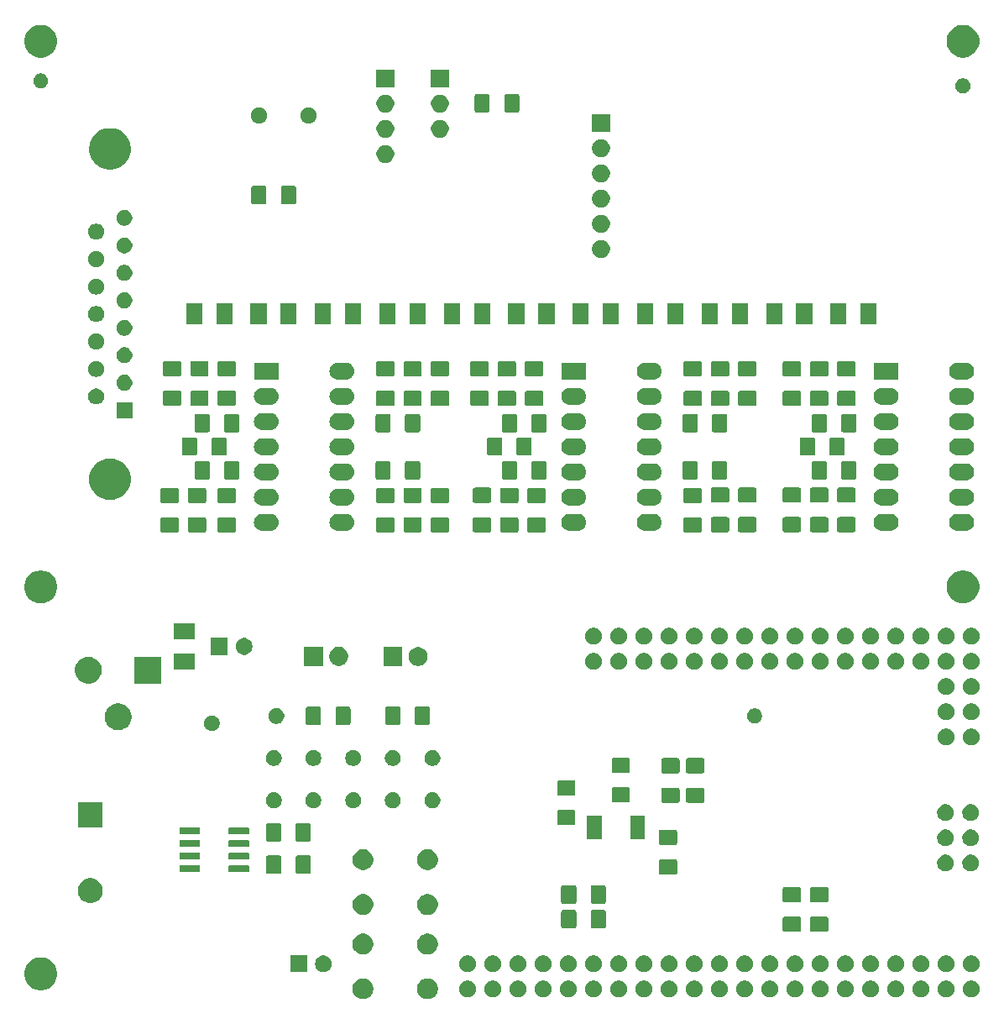
<source format=gbr>
G04 #@! TF.GenerationSoftware,KiCad,Pcbnew,(5.1.6)-1*
G04 #@! TF.CreationDate,2021-05-10T16:45:54-07:00*
G04 #@! TF.ProjectId,NiCd Battery Tester PCB Rev 3,4e694364-2042-4617-9474-657279205465,V2*
G04 #@! TF.SameCoordinates,Original*
G04 #@! TF.FileFunction,Soldermask,Top*
G04 #@! TF.FilePolarity,Negative*
%FSLAX46Y46*%
G04 Gerber Fmt 4.6, Leading zero omitted, Abs format (unit mm)*
G04 Created by KiCad (PCBNEW (5.1.6)-1) date 2021-05-10 16:45:54*
%MOMM*%
%LPD*%
G01*
G04 APERTURE LIST*
%ADD10C,0.100000*%
G04 APERTURE END LIST*
D10*
G36*
X125806564Y-152989389D02*
G01*
X125997833Y-153068615D01*
X125997835Y-153068616D01*
X126169973Y-153183635D01*
X126316365Y-153330027D01*
X126421599Y-153487520D01*
X126431385Y-153502167D01*
X126510611Y-153693436D01*
X126551000Y-153896484D01*
X126551000Y-154103516D01*
X126510611Y-154306564D01*
X126458199Y-154433097D01*
X126431384Y-154497835D01*
X126316365Y-154669973D01*
X126169973Y-154816365D01*
X125997835Y-154931384D01*
X125997834Y-154931385D01*
X125997833Y-154931385D01*
X125806564Y-155010611D01*
X125603516Y-155051000D01*
X125396484Y-155051000D01*
X125193436Y-155010611D01*
X125002167Y-154931385D01*
X125002166Y-154931385D01*
X125002165Y-154931384D01*
X124830027Y-154816365D01*
X124683635Y-154669973D01*
X124568616Y-154497835D01*
X124541801Y-154433097D01*
X124489389Y-154306564D01*
X124449000Y-154103516D01*
X124449000Y-153896484D01*
X124489389Y-153693436D01*
X124568615Y-153502167D01*
X124578402Y-153487520D01*
X124683635Y-153330027D01*
X124830027Y-153183635D01*
X125002165Y-153068616D01*
X125002167Y-153068615D01*
X125193436Y-152989389D01*
X125396484Y-152949000D01*
X125603516Y-152949000D01*
X125806564Y-152989389D01*
G37*
G36*
X119306564Y-152989389D02*
G01*
X119497833Y-153068615D01*
X119497835Y-153068616D01*
X119669973Y-153183635D01*
X119816365Y-153330027D01*
X119921599Y-153487520D01*
X119931385Y-153502167D01*
X120010611Y-153693436D01*
X120051000Y-153896484D01*
X120051000Y-154103516D01*
X120010611Y-154306564D01*
X119958199Y-154433097D01*
X119931384Y-154497835D01*
X119816365Y-154669973D01*
X119669973Y-154816365D01*
X119497835Y-154931384D01*
X119497834Y-154931385D01*
X119497833Y-154931385D01*
X119306564Y-155010611D01*
X119103516Y-155051000D01*
X118896484Y-155051000D01*
X118693436Y-155010611D01*
X118502167Y-154931385D01*
X118502166Y-154931385D01*
X118502165Y-154931384D01*
X118330027Y-154816365D01*
X118183635Y-154669973D01*
X118068616Y-154497835D01*
X118041801Y-154433097D01*
X117989389Y-154306564D01*
X117949000Y-154103516D01*
X117949000Y-153896484D01*
X117989389Y-153693436D01*
X118068615Y-153502167D01*
X118078402Y-153487520D01*
X118183635Y-153330027D01*
X118330027Y-153183635D01*
X118502165Y-153068616D01*
X118502167Y-153068615D01*
X118693436Y-152989389D01*
X118896484Y-152949000D01*
X119103516Y-152949000D01*
X119306564Y-152989389D01*
G37*
G36*
X139958228Y-153211703D02*
G01*
X140113100Y-153275853D01*
X140252481Y-153368985D01*
X140371015Y-153487519D01*
X140464147Y-153626900D01*
X140528297Y-153781772D01*
X140561000Y-153946184D01*
X140561000Y-154113816D01*
X140528297Y-154278228D01*
X140464147Y-154433100D01*
X140371015Y-154572481D01*
X140252481Y-154691015D01*
X140113100Y-154784147D01*
X139958228Y-154848297D01*
X139793816Y-154881000D01*
X139626184Y-154881000D01*
X139461772Y-154848297D01*
X139306900Y-154784147D01*
X139167519Y-154691015D01*
X139048985Y-154572481D01*
X138955853Y-154433100D01*
X138891703Y-154278228D01*
X138859000Y-154113816D01*
X138859000Y-153946184D01*
X138891703Y-153781772D01*
X138955853Y-153626900D01*
X139048985Y-153487519D01*
X139167519Y-153368985D01*
X139306900Y-153275853D01*
X139461772Y-153211703D01*
X139626184Y-153179000D01*
X139793816Y-153179000D01*
X139958228Y-153211703D01*
G37*
G36*
X129798228Y-153211703D02*
G01*
X129953100Y-153275853D01*
X130092481Y-153368985D01*
X130211015Y-153487519D01*
X130304147Y-153626900D01*
X130368297Y-153781772D01*
X130401000Y-153946184D01*
X130401000Y-154113816D01*
X130368297Y-154278228D01*
X130304147Y-154433100D01*
X130211015Y-154572481D01*
X130092481Y-154691015D01*
X129953100Y-154784147D01*
X129798228Y-154848297D01*
X129633816Y-154881000D01*
X129466184Y-154881000D01*
X129301772Y-154848297D01*
X129146900Y-154784147D01*
X129007519Y-154691015D01*
X128888985Y-154572481D01*
X128795853Y-154433100D01*
X128731703Y-154278228D01*
X128699000Y-154113816D01*
X128699000Y-153946184D01*
X128731703Y-153781772D01*
X128795853Y-153626900D01*
X128888985Y-153487519D01*
X129007519Y-153368985D01*
X129146900Y-153275853D01*
X129301772Y-153211703D01*
X129466184Y-153179000D01*
X129633816Y-153179000D01*
X129798228Y-153211703D01*
G37*
G36*
X132338228Y-153211703D02*
G01*
X132493100Y-153275853D01*
X132632481Y-153368985D01*
X132751015Y-153487519D01*
X132844147Y-153626900D01*
X132908297Y-153781772D01*
X132941000Y-153946184D01*
X132941000Y-154113816D01*
X132908297Y-154278228D01*
X132844147Y-154433100D01*
X132751015Y-154572481D01*
X132632481Y-154691015D01*
X132493100Y-154784147D01*
X132338228Y-154848297D01*
X132173816Y-154881000D01*
X132006184Y-154881000D01*
X131841772Y-154848297D01*
X131686900Y-154784147D01*
X131547519Y-154691015D01*
X131428985Y-154572481D01*
X131335853Y-154433100D01*
X131271703Y-154278228D01*
X131239000Y-154113816D01*
X131239000Y-153946184D01*
X131271703Y-153781772D01*
X131335853Y-153626900D01*
X131428985Y-153487519D01*
X131547519Y-153368985D01*
X131686900Y-153275853D01*
X131841772Y-153211703D01*
X132006184Y-153179000D01*
X132173816Y-153179000D01*
X132338228Y-153211703D01*
G37*
G36*
X134878228Y-153211703D02*
G01*
X135033100Y-153275853D01*
X135172481Y-153368985D01*
X135291015Y-153487519D01*
X135384147Y-153626900D01*
X135448297Y-153781772D01*
X135481000Y-153946184D01*
X135481000Y-154113816D01*
X135448297Y-154278228D01*
X135384147Y-154433100D01*
X135291015Y-154572481D01*
X135172481Y-154691015D01*
X135033100Y-154784147D01*
X134878228Y-154848297D01*
X134713816Y-154881000D01*
X134546184Y-154881000D01*
X134381772Y-154848297D01*
X134226900Y-154784147D01*
X134087519Y-154691015D01*
X133968985Y-154572481D01*
X133875853Y-154433100D01*
X133811703Y-154278228D01*
X133779000Y-154113816D01*
X133779000Y-153946184D01*
X133811703Y-153781772D01*
X133875853Y-153626900D01*
X133968985Y-153487519D01*
X134087519Y-153368985D01*
X134226900Y-153275853D01*
X134381772Y-153211703D01*
X134546184Y-153179000D01*
X134713816Y-153179000D01*
X134878228Y-153211703D01*
G37*
G36*
X137418228Y-153211703D02*
G01*
X137573100Y-153275853D01*
X137712481Y-153368985D01*
X137831015Y-153487519D01*
X137924147Y-153626900D01*
X137988297Y-153781772D01*
X138021000Y-153946184D01*
X138021000Y-154113816D01*
X137988297Y-154278228D01*
X137924147Y-154433100D01*
X137831015Y-154572481D01*
X137712481Y-154691015D01*
X137573100Y-154784147D01*
X137418228Y-154848297D01*
X137253816Y-154881000D01*
X137086184Y-154881000D01*
X136921772Y-154848297D01*
X136766900Y-154784147D01*
X136627519Y-154691015D01*
X136508985Y-154572481D01*
X136415853Y-154433100D01*
X136351703Y-154278228D01*
X136319000Y-154113816D01*
X136319000Y-153946184D01*
X136351703Y-153781772D01*
X136415853Y-153626900D01*
X136508985Y-153487519D01*
X136627519Y-153368985D01*
X136766900Y-153275853D01*
X136921772Y-153211703D01*
X137086184Y-153179000D01*
X137253816Y-153179000D01*
X137418228Y-153211703D01*
G37*
G36*
X142498228Y-153211703D02*
G01*
X142653100Y-153275853D01*
X142792481Y-153368985D01*
X142911015Y-153487519D01*
X143004147Y-153626900D01*
X143068297Y-153781772D01*
X143101000Y-153946184D01*
X143101000Y-154113816D01*
X143068297Y-154278228D01*
X143004147Y-154433100D01*
X142911015Y-154572481D01*
X142792481Y-154691015D01*
X142653100Y-154784147D01*
X142498228Y-154848297D01*
X142333816Y-154881000D01*
X142166184Y-154881000D01*
X142001772Y-154848297D01*
X141846900Y-154784147D01*
X141707519Y-154691015D01*
X141588985Y-154572481D01*
X141495853Y-154433100D01*
X141431703Y-154278228D01*
X141399000Y-154113816D01*
X141399000Y-153946184D01*
X141431703Y-153781772D01*
X141495853Y-153626900D01*
X141588985Y-153487519D01*
X141707519Y-153368985D01*
X141846900Y-153275853D01*
X142001772Y-153211703D01*
X142166184Y-153179000D01*
X142333816Y-153179000D01*
X142498228Y-153211703D01*
G37*
G36*
X145038228Y-153211703D02*
G01*
X145193100Y-153275853D01*
X145332481Y-153368985D01*
X145451015Y-153487519D01*
X145544147Y-153626900D01*
X145608297Y-153781772D01*
X145641000Y-153946184D01*
X145641000Y-154113816D01*
X145608297Y-154278228D01*
X145544147Y-154433100D01*
X145451015Y-154572481D01*
X145332481Y-154691015D01*
X145193100Y-154784147D01*
X145038228Y-154848297D01*
X144873816Y-154881000D01*
X144706184Y-154881000D01*
X144541772Y-154848297D01*
X144386900Y-154784147D01*
X144247519Y-154691015D01*
X144128985Y-154572481D01*
X144035853Y-154433100D01*
X143971703Y-154278228D01*
X143939000Y-154113816D01*
X143939000Y-153946184D01*
X143971703Y-153781772D01*
X144035853Y-153626900D01*
X144128985Y-153487519D01*
X144247519Y-153368985D01*
X144386900Y-153275853D01*
X144541772Y-153211703D01*
X144706184Y-153179000D01*
X144873816Y-153179000D01*
X145038228Y-153211703D01*
G37*
G36*
X147578228Y-153211703D02*
G01*
X147733100Y-153275853D01*
X147872481Y-153368985D01*
X147991015Y-153487519D01*
X148084147Y-153626900D01*
X148148297Y-153781772D01*
X148181000Y-153946184D01*
X148181000Y-154113816D01*
X148148297Y-154278228D01*
X148084147Y-154433100D01*
X147991015Y-154572481D01*
X147872481Y-154691015D01*
X147733100Y-154784147D01*
X147578228Y-154848297D01*
X147413816Y-154881000D01*
X147246184Y-154881000D01*
X147081772Y-154848297D01*
X146926900Y-154784147D01*
X146787519Y-154691015D01*
X146668985Y-154572481D01*
X146575853Y-154433100D01*
X146511703Y-154278228D01*
X146479000Y-154113816D01*
X146479000Y-153946184D01*
X146511703Y-153781772D01*
X146575853Y-153626900D01*
X146668985Y-153487519D01*
X146787519Y-153368985D01*
X146926900Y-153275853D01*
X147081772Y-153211703D01*
X147246184Y-153179000D01*
X147413816Y-153179000D01*
X147578228Y-153211703D01*
G37*
G36*
X150118228Y-153211703D02*
G01*
X150273100Y-153275853D01*
X150412481Y-153368985D01*
X150531015Y-153487519D01*
X150624147Y-153626900D01*
X150688297Y-153781772D01*
X150721000Y-153946184D01*
X150721000Y-154113816D01*
X150688297Y-154278228D01*
X150624147Y-154433100D01*
X150531015Y-154572481D01*
X150412481Y-154691015D01*
X150273100Y-154784147D01*
X150118228Y-154848297D01*
X149953816Y-154881000D01*
X149786184Y-154881000D01*
X149621772Y-154848297D01*
X149466900Y-154784147D01*
X149327519Y-154691015D01*
X149208985Y-154572481D01*
X149115853Y-154433100D01*
X149051703Y-154278228D01*
X149019000Y-154113816D01*
X149019000Y-153946184D01*
X149051703Y-153781772D01*
X149115853Y-153626900D01*
X149208985Y-153487519D01*
X149327519Y-153368985D01*
X149466900Y-153275853D01*
X149621772Y-153211703D01*
X149786184Y-153179000D01*
X149953816Y-153179000D01*
X150118228Y-153211703D01*
G37*
G36*
X152658228Y-153211703D02*
G01*
X152813100Y-153275853D01*
X152952481Y-153368985D01*
X153071015Y-153487519D01*
X153164147Y-153626900D01*
X153228297Y-153781772D01*
X153261000Y-153946184D01*
X153261000Y-154113816D01*
X153228297Y-154278228D01*
X153164147Y-154433100D01*
X153071015Y-154572481D01*
X152952481Y-154691015D01*
X152813100Y-154784147D01*
X152658228Y-154848297D01*
X152493816Y-154881000D01*
X152326184Y-154881000D01*
X152161772Y-154848297D01*
X152006900Y-154784147D01*
X151867519Y-154691015D01*
X151748985Y-154572481D01*
X151655853Y-154433100D01*
X151591703Y-154278228D01*
X151559000Y-154113816D01*
X151559000Y-153946184D01*
X151591703Y-153781772D01*
X151655853Y-153626900D01*
X151748985Y-153487519D01*
X151867519Y-153368985D01*
X152006900Y-153275853D01*
X152161772Y-153211703D01*
X152326184Y-153179000D01*
X152493816Y-153179000D01*
X152658228Y-153211703D01*
G37*
G36*
X160278228Y-153211703D02*
G01*
X160433100Y-153275853D01*
X160572481Y-153368985D01*
X160691015Y-153487519D01*
X160784147Y-153626900D01*
X160848297Y-153781772D01*
X160881000Y-153946184D01*
X160881000Y-154113816D01*
X160848297Y-154278228D01*
X160784147Y-154433100D01*
X160691015Y-154572481D01*
X160572481Y-154691015D01*
X160433100Y-154784147D01*
X160278228Y-154848297D01*
X160113816Y-154881000D01*
X159946184Y-154881000D01*
X159781772Y-154848297D01*
X159626900Y-154784147D01*
X159487519Y-154691015D01*
X159368985Y-154572481D01*
X159275853Y-154433100D01*
X159211703Y-154278228D01*
X159179000Y-154113816D01*
X159179000Y-153946184D01*
X159211703Y-153781772D01*
X159275853Y-153626900D01*
X159368985Y-153487519D01*
X159487519Y-153368985D01*
X159626900Y-153275853D01*
X159781772Y-153211703D01*
X159946184Y-153179000D01*
X160113816Y-153179000D01*
X160278228Y-153211703D01*
G37*
G36*
X162818228Y-153211703D02*
G01*
X162973100Y-153275853D01*
X163112481Y-153368985D01*
X163231015Y-153487519D01*
X163324147Y-153626900D01*
X163388297Y-153781772D01*
X163421000Y-153946184D01*
X163421000Y-154113816D01*
X163388297Y-154278228D01*
X163324147Y-154433100D01*
X163231015Y-154572481D01*
X163112481Y-154691015D01*
X162973100Y-154784147D01*
X162818228Y-154848297D01*
X162653816Y-154881000D01*
X162486184Y-154881000D01*
X162321772Y-154848297D01*
X162166900Y-154784147D01*
X162027519Y-154691015D01*
X161908985Y-154572481D01*
X161815853Y-154433100D01*
X161751703Y-154278228D01*
X161719000Y-154113816D01*
X161719000Y-153946184D01*
X161751703Y-153781772D01*
X161815853Y-153626900D01*
X161908985Y-153487519D01*
X162027519Y-153368985D01*
X162166900Y-153275853D01*
X162321772Y-153211703D01*
X162486184Y-153179000D01*
X162653816Y-153179000D01*
X162818228Y-153211703D01*
G37*
G36*
X165358228Y-153211703D02*
G01*
X165513100Y-153275853D01*
X165652481Y-153368985D01*
X165771015Y-153487519D01*
X165864147Y-153626900D01*
X165928297Y-153781772D01*
X165961000Y-153946184D01*
X165961000Y-154113816D01*
X165928297Y-154278228D01*
X165864147Y-154433100D01*
X165771015Y-154572481D01*
X165652481Y-154691015D01*
X165513100Y-154784147D01*
X165358228Y-154848297D01*
X165193816Y-154881000D01*
X165026184Y-154881000D01*
X164861772Y-154848297D01*
X164706900Y-154784147D01*
X164567519Y-154691015D01*
X164448985Y-154572481D01*
X164355853Y-154433100D01*
X164291703Y-154278228D01*
X164259000Y-154113816D01*
X164259000Y-153946184D01*
X164291703Y-153781772D01*
X164355853Y-153626900D01*
X164448985Y-153487519D01*
X164567519Y-153368985D01*
X164706900Y-153275853D01*
X164861772Y-153211703D01*
X165026184Y-153179000D01*
X165193816Y-153179000D01*
X165358228Y-153211703D01*
G37*
G36*
X167898228Y-153211703D02*
G01*
X168053100Y-153275853D01*
X168192481Y-153368985D01*
X168311015Y-153487519D01*
X168404147Y-153626900D01*
X168468297Y-153781772D01*
X168501000Y-153946184D01*
X168501000Y-154113816D01*
X168468297Y-154278228D01*
X168404147Y-154433100D01*
X168311015Y-154572481D01*
X168192481Y-154691015D01*
X168053100Y-154784147D01*
X167898228Y-154848297D01*
X167733816Y-154881000D01*
X167566184Y-154881000D01*
X167401772Y-154848297D01*
X167246900Y-154784147D01*
X167107519Y-154691015D01*
X166988985Y-154572481D01*
X166895853Y-154433100D01*
X166831703Y-154278228D01*
X166799000Y-154113816D01*
X166799000Y-153946184D01*
X166831703Y-153781772D01*
X166895853Y-153626900D01*
X166988985Y-153487519D01*
X167107519Y-153368985D01*
X167246900Y-153275853D01*
X167401772Y-153211703D01*
X167566184Y-153179000D01*
X167733816Y-153179000D01*
X167898228Y-153211703D01*
G37*
G36*
X170438228Y-153211703D02*
G01*
X170593100Y-153275853D01*
X170732481Y-153368985D01*
X170851015Y-153487519D01*
X170944147Y-153626900D01*
X171008297Y-153781772D01*
X171041000Y-153946184D01*
X171041000Y-154113816D01*
X171008297Y-154278228D01*
X170944147Y-154433100D01*
X170851015Y-154572481D01*
X170732481Y-154691015D01*
X170593100Y-154784147D01*
X170438228Y-154848297D01*
X170273816Y-154881000D01*
X170106184Y-154881000D01*
X169941772Y-154848297D01*
X169786900Y-154784147D01*
X169647519Y-154691015D01*
X169528985Y-154572481D01*
X169435853Y-154433100D01*
X169371703Y-154278228D01*
X169339000Y-154113816D01*
X169339000Y-153946184D01*
X169371703Y-153781772D01*
X169435853Y-153626900D01*
X169528985Y-153487519D01*
X169647519Y-153368985D01*
X169786900Y-153275853D01*
X169941772Y-153211703D01*
X170106184Y-153179000D01*
X170273816Y-153179000D01*
X170438228Y-153211703D01*
G37*
G36*
X155198228Y-153211703D02*
G01*
X155353100Y-153275853D01*
X155492481Y-153368985D01*
X155611015Y-153487519D01*
X155704147Y-153626900D01*
X155768297Y-153781772D01*
X155801000Y-153946184D01*
X155801000Y-154113816D01*
X155768297Y-154278228D01*
X155704147Y-154433100D01*
X155611015Y-154572481D01*
X155492481Y-154691015D01*
X155353100Y-154784147D01*
X155198228Y-154848297D01*
X155033816Y-154881000D01*
X154866184Y-154881000D01*
X154701772Y-154848297D01*
X154546900Y-154784147D01*
X154407519Y-154691015D01*
X154288985Y-154572481D01*
X154195853Y-154433100D01*
X154131703Y-154278228D01*
X154099000Y-154113816D01*
X154099000Y-153946184D01*
X154131703Y-153781772D01*
X154195853Y-153626900D01*
X154288985Y-153487519D01*
X154407519Y-153368985D01*
X154546900Y-153275853D01*
X154701772Y-153211703D01*
X154866184Y-153179000D01*
X155033816Y-153179000D01*
X155198228Y-153211703D01*
G37*
G36*
X172978228Y-153211703D02*
G01*
X173133100Y-153275853D01*
X173272481Y-153368985D01*
X173391015Y-153487519D01*
X173484147Y-153626900D01*
X173548297Y-153781772D01*
X173581000Y-153946184D01*
X173581000Y-154113816D01*
X173548297Y-154278228D01*
X173484147Y-154433100D01*
X173391015Y-154572481D01*
X173272481Y-154691015D01*
X173133100Y-154784147D01*
X172978228Y-154848297D01*
X172813816Y-154881000D01*
X172646184Y-154881000D01*
X172481772Y-154848297D01*
X172326900Y-154784147D01*
X172187519Y-154691015D01*
X172068985Y-154572481D01*
X171975853Y-154433100D01*
X171911703Y-154278228D01*
X171879000Y-154113816D01*
X171879000Y-153946184D01*
X171911703Y-153781772D01*
X171975853Y-153626900D01*
X172068985Y-153487519D01*
X172187519Y-153368985D01*
X172326900Y-153275853D01*
X172481772Y-153211703D01*
X172646184Y-153179000D01*
X172813816Y-153179000D01*
X172978228Y-153211703D01*
G37*
G36*
X175518228Y-153211703D02*
G01*
X175673100Y-153275853D01*
X175812481Y-153368985D01*
X175931015Y-153487519D01*
X176024147Y-153626900D01*
X176088297Y-153781772D01*
X176121000Y-153946184D01*
X176121000Y-154113816D01*
X176088297Y-154278228D01*
X176024147Y-154433100D01*
X175931015Y-154572481D01*
X175812481Y-154691015D01*
X175673100Y-154784147D01*
X175518228Y-154848297D01*
X175353816Y-154881000D01*
X175186184Y-154881000D01*
X175021772Y-154848297D01*
X174866900Y-154784147D01*
X174727519Y-154691015D01*
X174608985Y-154572481D01*
X174515853Y-154433100D01*
X174451703Y-154278228D01*
X174419000Y-154113816D01*
X174419000Y-153946184D01*
X174451703Y-153781772D01*
X174515853Y-153626900D01*
X174608985Y-153487519D01*
X174727519Y-153368985D01*
X174866900Y-153275853D01*
X175021772Y-153211703D01*
X175186184Y-153179000D01*
X175353816Y-153179000D01*
X175518228Y-153211703D01*
G37*
G36*
X180598228Y-153211703D02*
G01*
X180753100Y-153275853D01*
X180892481Y-153368985D01*
X181011015Y-153487519D01*
X181104147Y-153626900D01*
X181168297Y-153781772D01*
X181201000Y-153946184D01*
X181201000Y-154113816D01*
X181168297Y-154278228D01*
X181104147Y-154433100D01*
X181011015Y-154572481D01*
X180892481Y-154691015D01*
X180753100Y-154784147D01*
X180598228Y-154848297D01*
X180433816Y-154881000D01*
X180266184Y-154881000D01*
X180101772Y-154848297D01*
X179946900Y-154784147D01*
X179807519Y-154691015D01*
X179688985Y-154572481D01*
X179595853Y-154433100D01*
X179531703Y-154278228D01*
X179499000Y-154113816D01*
X179499000Y-153946184D01*
X179531703Y-153781772D01*
X179595853Y-153626900D01*
X179688985Y-153487519D01*
X179807519Y-153368985D01*
X179946900Y-153275853D01*
X180101772Y-153211703D01*
X180266184Y-153179000D01*
X180433816Y-153179000D01*
X180598228Y-153211703D01*
G37*
G36*
X178058228Y-153211703D02*
G01*
X178213100Y-153275853D01*
X178352481Y-153368985D01*
X178471015Y-153487519D01*
X178564147Y-153626900D01*
X178628297Y-153781772D01*
X178661000Y-153946184D01*
X178661000Y-154113816D01*
X178628297Y-154278228D01*
X178564147Y-154433100D01*
X178471015Y-154572481D01*
X178352481Y-154691015D01*
X178213100Y-154784147D01*
X178058228Y-154848297D01*
X177893816Y-154881000D01*
X177726184Y-154881000D01*
X177561772Y-154848297D01*
X177406900Y-154784147D01*
X177267519Y-154691015D01*
X177148985Y-154572481D01*
X177055853Y-154433100D01*
X176991703Y-154278228D01*
X176959000Y-154113816D01*
X176959000Y-153946184D01*
X176991703Y-153781772D01*
X177055853Y-153626900D01*
X177148985Y-153487519D01*
X177267519Y-153368985D01*
X177406900Y-153275853D01*
X177561772Y-153211703D01*
X177726184Y-153179000D01*
X177893816Y-153179000D01*
X178058228Y-153211703D01*
G37*
G36*
X157738228Y-153211703D02*
G01*
X157893100Y-153275853D01*
X158032481Y-153368985D01*
X158151015Y-153487519D01*
X158244147Y-153626900D01*
X158308297Y-153781772D01*
X158341000Y-153946184D01*
X158341000Y-154113816D01*
X158308297Y-154278228D01*
X158244147Y-154433100D01*
X158151015Y-154572481D01*
X158032481Y-154691015D01*
X157893100Y-154784147D01*
X157738228Y-154848297D01*
X157573816Y-154881000D01*
X157406184Y-154881000D01*
X157241772Y-154848297D01*
X157086900Y-154784147D01*
X156947519Y-154691015D01*
X156828985Y-154572481D01*
X156735853Y-154433100D01*
X156671703Y-154278228D01*
X156639000Y-154113816D01*
X156639000Y-153946184D01*
X156671703Y-153781772D01*
X156735853Y-153626900D01*
X156828985Y-153487519D01*
X156947519Y-153368985D01*
X157086900Y-153275853D01*
X157241772Y-153211703D01*
X157406184Y-153179000D01*
X157573816Y-153179000D01*
X157738228Y-153211703D01*
G37*
G36*
X86875256Y-150891298D02*
G01*
X86981579Y-150912447D01*
X87282042Y-151036903D01*
X87552451Y-151217585D01*
X87782415Y-151447549D01*
X87963097Y-151717958D01*
X88087553Y-152018421D01*
X88092339Y-152042481D01*
X88145213Y-152308295D01*
X88151000Y-152337391D01*
X88151000Y-152662609D01*
X88087553Y-152981579D01*
X87963097Y-153282042D01*
X87782415Y-153552451D01*
X87552451Y-153782415D01*
X87282042Y-153963097D01*
X86981579Y-154087553D01*
X86901327Y-154103516D01*
X86662611Y-154151000D01*
X86337389Y-154151000D01*
X86098673Y-154103516D01*
X86018421Y-154087553D01*
X85717958Y-153963097D01*
X85447549Y-153782415D01*
X85217585Y-153552451D01*
X85036903Y-153282042D01*
X84912447Y-152981579D01*
X84849000Y-152662609D01*
X84849000Y-152337391D01*
X84854788Y-152308295D01*
X84907661Y-152042481D01*
X84912447Y-152018421D01*
X85036903Y-151717958D01*
X85217585Y-151447549D01*
X85447549Y-151217585D01*
X85717958Y-151036903D01*
X86018421Y-150912447D01*
X86124744Y-150891298D01*
X86337389Y-150849000D01*
X86662611Y-150849000D01*
X86875256Y-150891298D01*
G37*
G36*
X115248228Y-150681703D02*
G01*
X115403100Y-150745853D01*
X115542481Y-150838985D01*
X115661015Y-150957519D01*
X115754147Y-151096900D01*
X115818297Y-151251772D01*
X115851000Y-151416184D01*
X115851000Y-151583816D01*
X115818297Y-151748228D01*
X115754147Y-151903100D01*
X115661015Y-152042481D01*
X115542481Y-152161015D01*
X115403100Y-152254147D01*
X115248228Y-152318297D01*
X115083816Y-152351000D01*
X114916184Y-152351000D01*
X114751772Y-152318297D01*
X114596900Y-152254147D01*
X114457519Y-152161015D01*
X114338985Y-152042481D01*
X114245853Y-151903100D01*
X114181703Y-151748228D01*
X114149000Y-151583816D01*
X114149000Y-151416184D01*
X114181703Y-151251772D01*
X114245853Y-151096900D01*
X114338985Y-150957519D01*
X114457519Y-150838985D01*
X114596900Y-150745853D01*
X114751772Y-150681703D01*
X114916184Y-150649000D01*
X115083816Y-150649000D01*
X115248228Y-150681703D01*
G37*
G36*
X113351000Y-152351000D02*
G01*
X111649000Y-152351000D01*
X111649000Y-150649000D01*
X113351000Y-150649000D01*
X113351000Y-152351000D01*
G37*
G36*
X155198228Y-150671703D02*
G01*
X155353100Y-150735853D01*
X155492481Y-150828985D01*
X155611015Y-150947519D01*
X155704147Y-151086900D01*
X155768297Y-151241772D01*
X155801000Y-151406184D01*
X155801000Y-151573816D01*
X155768297Y-151738228D01*
X155704147Y-151893100D01*
X155611015Y-152032481D01*
X155492481Y-152151015D01*
X155353100Y-152244147D01*
X155198228Y-152308297D01*
X155033816Y-152341000D01*
X154866184Y-152341000D01*
X154701772Y-152308297D01*
X154546900Y-152244147D01*
X154407519Y-152151015D01*
X154288985Y-152032481D01*
X154195853Y-151893100D01*
X154131703Y-151738228D01*
X154099000Y-151573816D01*
X154099000Y-151406184D01*
X154131703Y-151241772D01*
X154195853Y-151086900D01*
X154288985Y-150947519D01*
X154407519Y-150828985D01*
X154546900Y-150735853D01*
X154701772Y-150671703D01*
X154866184Y-150639000D01*
X155033816Y-150639000D01*
X155198228Y-150671703D01*
G37*
G36*
X152658228Y-150671703D02*
G01*
X152813100Y-150735853D01*
X152952481Y-150828985D01*
X153071015Y-150947519D01*
X153164147Y-151086900D01*
X153228297Y-151241772D01*
X153261000Y-151406184D01*
X153261000Y-151573816D01*
X153228297Y-151738228D01*
X153164147Y-151893100D01*
X153071015Y-152032481D01*
X152952481Y-152151015D01*
X152813100Y-152244147D01*
X152658228Y-152308297D01*
X152493816Y-152341000D01*
X152326184Y-152341000D01*
X152161772Y-152308297D01*
X152006900Y-152244147D01*
X151867519Y-152151015D01*
X151748985Y-152032481D01*
X151655853Y-151893100D01*
X151591703Y-151738228D01*
X151559000Y-151573816D01*
X151559000Y-151406184D01*
X151591703Y-151241772D01*
X151655853Y-151086900D01*
X151748985Y-150947519D01*
X151867519Y-150828985D01*
X152006900Y-150735853D01*
X152161772Y-150671703D01*
X152326184Y-150639000D01*
X152493816Y-150639000D01*
X152658228Y-150671703D01*
G37*
G36*
X147578228Y-150671703D02*
G01*
X147733100Y-150735853D01*
X147872481Y-150828985D01*
X147991015Y-150947519D01*
X148084147Y-151086900D01*
X148148297Y-151241772D01*
X148181000Y-151406184D01*
X148181000Y-151573816D01*
X148148297Y-151738228D01*
X148084147Y-151893100D01*
X147991015Y-152032481D01*
X147872481Y-152151015D01*
X147733100Y-152244147D01*
X147578228Y-152308297D01*
X147413816Y-152341000D01*
X147246184Y-152341000D01*
X147081772Y-152308297D01*
X146926900Y-152244147D01*
X146787519Y-152151015D01*
X146668985Y-152032481D01*
X146575853Y-151893100D01*
X146511703Y-151738228D01*
X146479000Y-151573816D01*
X146479000Y-151406184D01*
X146511703Y-151241772D01*
X146575853Y-151086900D01*
X146668985Y-150947519D01*
X146787519Y-150828985D01*
X146926900Y-150735853D01*
X147081772Y-150671703D01*
X147246184Y-150639000D01*
X147413816Y-150639000D01*
X147578228Y-150671703D01*
G37*
G36*
X145038228Y-150671703D02*
G01*
X145193100Y-150735853D01*
X145332481Y-150828985D01*
X145451015Y-150947519D01*
X145544147Y-151086900D01*
X145608297Y-151241772D01*
X145641000Y-151406184D01*
X145641000Y-151573816D01*
X145608297Y-151738228D01*
X145544147Y-151893100D01*
X145451015Y-152032481D01*
X145332481Y-152151015D01*
X145193100Y-152244147D01*
X145038228Y-152308297D01*
X144873816Y-152341000D01*
X144706184Y-152341000D01*
X144541772Y-152308297D01*
X144386900Y-152244147D01*
X144247519Y-152151015D01*
X144128985Y-152032481D01*
X144035853Y-151893100D01*
X143971703Y-151738228D01*
X143939000Y-151573816D01*
X143939000Y-151406184D01*
X143971703Y-151241772D01*
X144035853Y-151086900D01*
X144128985Y-150947519D01*
X144247519Y-150828985D01*
X144386900Y-150735853D01*
X144541772Y-150671703D01*
X144706184Y-150639000D01*
X144873816Y-150639000D01*
X145038228Y-150671703D01*
G37*
G36*
X157738228Y-150671703D02*
G01*
X157893100Y-150735853D01*
X158032481Y-150828985D01*
X158151015Y-150947519D01*
X158244147Y-151086900D01*
X158308297Y-151241772D01*
X158341000Y-151406184D01*
X158341000Y-151573816D01*
X158308297Y-151738228D01*
X158244147Y-151893100D01*
X158151015Y-152032481D01*
X158032481Y-152151015D01*
X157893100Y-152244147D01*
X157738228Y-152308297D01*
X157573816Y-152341000D01*
X157406184Y-152341000D01*
X157241772Y-152308297D01*
X157086900Y-152244147D01*
X156947519Y-152151015D01*
X156828985Y-152032481D01*
X156735853Y-151893100D01*
X156671703Y-151738228D01*
X156639000Y-151573816D01*
X156639000Y-151406184D01*
X156671703Y-151241772D01*
X156735853Y-151086900D01*
X156828985Y-150947519D01*
X156947519Y-150828985D01*
X157086900Y-150735853D01*
X157241772Y-150671703D01*
X157406184Y-150639000D01*
X157573816Y-150639000D01*
X157738228Y-150671703D01*
G37*
G36*
X142498228Y-150671703D02*
G01*
X142653100Y-150735853D01*
X142792481Y-150828985D01*
X142911015Y-150947519D01*
X143004147Y-151086900D01*
X143068297Y-151241772D01*
X143101000Y-151406184D01*
X143101000Y-151573816D01*
X143068297Y-151738228D01*
X143004147Y-151893100D01*
X142911015Y-152032481D01*
X142792481Y-152151015D01*
X142653100Y-152244147D01*
X142498228Y-152308297D01*
X142333816Y-152341000D01*
X142166184Y-152341000D01*
X142001772Y-152308297D01*
X141846900Y-152244147D01*
X141707519Y-152151015D01*
X141588985Y-152032481D01*
X141495853Y-151893100D01*
X141431703Y-151738228D01*
X141399000Y-151573816D01*
X141399000Y-151406184D01*
X141431703Y-151241772D01*
X141495853Y-151086900D01*
X141588985Y-150947519D01*
X141707519Y-150828985D01*
X141846900Y-150735853D01*
X142001772Y-150671703D01*
X142166184Y-150639000D01*
X142333816Y-150639000D01*
X142498228Y-150671703D01*
G37*
G36*
X160278228Y-150671703D02*
G01*
X160433100Y-150735853D01*
X160572481Y-150828985D01*
X160691015Y-150947519D01*
X160784147Y-151086900D01*
X160848297Y-151241772D01*
X160881000Y-151406184D01*
X160881000Y-151573816D01*
X160848297Y-151738228D01*
X160784147Y-151893100D01*
X160691015Y-152032481D01*
X160572481Y-152151015D01*
X160433100Y-152244147D01*
X160278228Y-152308297D01*
X160113816Y-152341000D01*
X159946184Y-152341000D01*
X159781772Y-152308297D01*
X159626900Y-152244147D01*
X159487519Y-152151015D01*
X159368985Y-152032481D01*
X159275853Y-151893100D01*
X159211703Y-151738228D01*
X159179000Y-151573816D01*
X159179000Y-151406184D01*
X159211703Y-151241772D01*
X159275853Y-151086900D01*
X159368985Y-150947519D01*
X159487519Y-150828985D01*
X159626900Y-150735853D01*
X159781772Y-150671703D01*
X159946184Y-150639000D01*
X160113816Y-150639000D01*
X160278228Y-150671703D01*
G37*
G36*
X139958228Y-150671703D02*
G01*
X140113100Y-150735853D01*
X140252481Y-150828985D01*
X140371015Y-150947519D01*
X140464147Y-151086900D01*
X140528297Y-151241772D01*
X140561000Y-151406184D01*
X140561000Y-151573816D01*
X140528297Y-151738228D01*
X140464147Y-151893100D01*
X140371015Y-152032481D01*
X140252481Y-152151015D01*
X140113100Y-152244147D01*
X139958228Y-152308297D01*
X139793816Y-152341000D01*
X139626184Y-152341000D01*
X139461772Y-152308297D01*
X139306900Y-152244147D01*
X139167519Y-152151015D01*
X139048985Y-152032481D01*
X138955853Y-151893100D01*
X138891703Y-151738228D01*
X138859000Y-151573816D01*
X138859000Y-151406184D01*
X138891703Y-151241772D01*
X138955853Y-151086900D01*
X139048985Y-150947519D01*
X139167519Y-150828985D01*
X139306900Y-150735853D01*
X139461772Y-150671703D01*
X139626184Y-150639000D01*
X139793816Y-150639000D01*
X139958228Y-150671703D01*
G37*
G36*
X162818228Y-150671703D02*
G01*
X162973100Y-150735853D01*
X163112481Y-150828985D01*
X163231015Y-150947519D01*
X163324147Y-151086900D01*
X163388297Y-151241772D01*
X163421000Y-151406184D01*
X163421000Y-151573816D01*
X163388297Y-151738228D01*
X163324147Y-151893100D01*
X163231015Y-152032481D01*
X163112481Y-152151015D01*
X162973100Y-152244147D01*
X162818228Y-152308297D01*
X162653816Y-152341000D01*
X162486184Y-152341000D01*
X162321772Y-152308297D01*
X162166900Y-152244147D01*
X162027519Y-152151015D01*
X161908985Y-152032481D01*
X161815853Y-151893100D01*
X161751703Y-151738228D01*
X161719000Y-151573816D01*
X161719000Y-151406184D01*
X161751703Y-151241772D01*
X161815853Y-151086900D01*
X161908985Y-150947519D01*
X162027519Y-150828985D01*
X162166900Y-150735853D01*
X162321772Y-150671703D01*
X162486184Y-150639000D01*
X162653816Y-150639000D01*
X162818228Y-150671703D01*
G37*
G36*
X137418228Y-150671703D02*
G01*
X137573100Y-150735853D01*
X137712481Y-150828985D01*
X137831015Y-150947519D01*
X137924147Y-151086900D01*
X137988297Y-151241772D01*
X138021000Y-151406184D01*
X138021000Y-151573816D01*
X137988297Y-151738228D01*
X137924147Y-151893100D01*
X137831015Y-152032481D01*
X137712481Y-152151015D01*
X137573100Y-152244147D01*
X137418228Y-152308297D01*
X137253816Y-152341000D01*
X137086184Y-152341000D01*
X136921772Y-152308297D01*
X136766900Y-152244147D01*
X136627519Y-152151015D01*
X136508985Y-152032481D01*
X136415853Y-151893100D01*
X136351703Y-151738228D01*
X136319000Y-151573816D01*
X136319000Y-151406184D01*
X136351703Y-151241772D01*
X136415853Y-151086900D01*
X136508985Y-150947519D01*
X136627519Y-150828985D01*
X136766900Y-150735853D01*
X136921772Y-150671703D01*
X137086184Y-150639000D01*
X137253816Y-150639000D01*
X137418228Y-150671703D01*
G37*
G36*
X150118228Y-150671703D02*
G01*
X150273100Y-150735853D01*
X150412481Y-150828985D01*
X150531015Y-150947519D01*
X150624147Y-151086900D01*
X150688297Y-151241772D01*
X150721000Y-151406184D01*
X150721000Y-151573816D01*
X150688297Y-151738228D01*
X150624147Y-151893100D01*
X150531015Y-152032481D01*
X150412481Y-152151015D01*
X150273100Y-152244147D01*
X150118228Y-152308297D01*
X149953816Y-152341000D01*
X149786184Y-152341000D01*
X149621772Y-152308297D01*
X149466900Y-152244147D01*
X149327519Y-152151015D01*
X149208985Y-152032481D01*
X149115853Y-151893100D01*
X149051703Y-151738228D01*
X149019000Y-151573816D01*
X149019000Y-151406184D01*
X149051703Y-151241772D01*
X149115853Y-151086900D01*
X149208985Y-150947519D01*
X149327519Y-150828985D01*
X149466900Y-150735853D01*
X149621772Y-150671703D01*
X149786184Y-150639000D01*
X149953816Y-150639000D01*
X150118228Y-150671703D01*
G37*
G36*
X165358228Y-150671703D02*
G01*
X165513100Y-150735853D01*
X165652481Y-150828985D01*
X165771015Y-150947519D01*
X165864147Y-151086900D01*
X165928297Y-151241772D01*
X165961000Y-151406184D01*
X165961000Y-151573816D01*
X165928297Y-151738228D01*
X165864147Y-151893100D01*
X165771015Y-152032481D01*
X165652481Y-152151015D01*
X165513100Y-152244147D01*
X165358228Y-152308297D01*
X165193816Y-152341000D01*
X165026184Y-152341000D01*
X164861772Y-152308297D01*
X164706900Y-152244147D01*
X164567519Y-152151015D01*
X164448985Y-152032481D01*
X164355853Y-151893100D01*
X164291703Y-151738228D01*
X164259000Y-151573816D01*
X164259000Y-151406184D01*
X164291703Y-151241772D01*
X164355853Y-151086900D01*
X164448985Y-150947519D01*
X164567519Y-150828985D01*
X164706900Y-150735853D01*
X164861772Y-150671703D01*
X165026184Y-150639000D01*
X165193816Y-150639000D01*
X165358228Y-150671703D01*
G37*
G36*
X180598228Y-150671703D02*
G01*
X180753100Y-150735853D01*
X180892481Y-150828985D01*
X181011015Y-150947519D01*
X181104147Y-151086900D01*
X181168297Y-151241772D01*
X181201000Y-151406184D01*
X181201000Y-151573816D01*
X181168297Y-151738228D01*
X181104147Y-151893100D01*
X181011015Y-152032481D01*
X180892481Y-152151015D01*
X180753100Y-152244147D01*
X180598228Y-152308297D01*
X180433816Y-152341000D01*
X180266184Y-152341000D01*
X180101772Y-152308297D01*
X179946900Y-152244147D01*
X179807519Y-152151015D01*
X179688985Y-152032481D01*
X179595853Y-151893100D01*
X179531703Y-151738228D01*
X179499000Y-151573816D01*
X179499000Y-151406184D01*
X179531703Y-151241772D01*
X179595853Y-151086900D01*
X179688985Y-150947519D01*
X179807519Y-150828985D01*
X179946900Y-150735853D01*
X180101772Y-150671703D01*
X180266184Y-150639000D01*
X180433816Y-150639000D01*
X180598228Y-150671703D01*
G37*
G36*
X178058228Y-150671703D02*
G01*
X178213100Y-150735853D01*
X178352481Y-150828985D01*
X178471015Y-150947519D01*
X178564147Y-151086900D01*
X178628297Y-151241772D01*
X178661000Y-151406184D01*
X178661000Y-151573816D01*
X178628297Y-151738228D01*
X178564147Y-151893100D01*
X178471015Y-152032481D01*
X178352481Y-152151015D01*
X178213100Y-152244147D01*
X178058228Y-152308297D01*
X177893816Y-152341000D01*
X177726184Y-152341000D01*
X177561772Y-152308297D01*
X177406900Y-152244147D01*
X177267519Y-152151015D01*
X177148985Y-152032481D01*
X177055853Y-151893100D01*
X176991703Y-151738228D01*
X176959000Y-151573816D01*
X176959000Y-151406184D01*
X176991703Y-151241772D01*
X177055853Y-151086900D01*
X177148985Y-150947519D01*
X177267519Y-150828985D01*
X177406900Y-150735853D01*
X177561772Y-150671703D01*
X177726184Y-150639000D01*
X177893816Y-150639000D01*
X178058228Y-150671703D01*
G37*
G36*
X134878228Y-150671703D02*
G01*
X135033100Y-150735853D01*
X135172481Y-150828985D01*
X135291015Y-150947519D01*
X135384147Y-151086900D01*
X135448297Y-151241772D01*
X135481000Y-151406184D01*
X135481000Y-151573816D01*
X135448297Y-151738228D01*
X135384147Y-151893100D01*
X135291015Y-152032481D01*
X135172481Y-152151015D01*
X135033100Y-152244147D01*
X134878228Y-152308297D01*
X134713816Y-152341000D01*
X134546184Y-152341000D01*
X134381772Y-152308297D01*
X134226900Y-152244147D01*
X134087519Y-152151015D01*
X133968985Y-152032481D01*
X133875853Y-151893100D01*
X133811703Y-151738228D01*
X133779000Y-151573816D01*
X133779000Y-151406184D01*
X133811703Y-151241772D01*
X133875853Y-151086900D01*
X133968985Y-150947519D01*
X134087519Y-150828985D01*
X134226900Y-150735853D01*
X134381772Y-150671703D01*
X134546184Y-150639000D01*
X134713816Y-150639000D01*
X134878228Y-150671703D01*
G37*
G36*
X129798228Y-150671703D02*
G01*
X129953100Y-150735853D01*
X130092481Y-150828985D01*
X130211015Y-150947519D01*
X130304147Y-151086900D01*
X130368297Y-151241772D01*
X130401000Y-151406184D01*
X130401000Y-151573816D01*
X130368297Y-151738228D01*
X130304147Y-151893100D01*
X130211015Y-152032481D01*
X130092481Y-152151015D01*
X129953100Y-152244147D01*
X129798228Y-152308297D01*
X129633816Y-152341000D01*
X129466184Y-152341000D01*
X129301772Y-152308297D01*
X129146900Y-152244147D01*
X129007519Y-152151015D01*
X128888985Y-152032481D01*
X128795853Y-151893100D01*
X128731703Y-151738228D01*
X128699000Y-151573816D01*
X128699000Y-151406184D01*
X128731703Y-151241772D01*
X128795853Y-151086900D01*
X128888985Y-150947519D01*
X129007519Y-150828985D01*
X129146900Y-150735853D01*
X129301772Y-150671703D01*
X129466184Y-150639000D01*
X129633816Y-150639000D01*
X129798228Y-150671703D01*
G37*
G36*
X172978228Y-150671703D02*
G01*
X173133100Y-150735853D01*
X173272481Y-150828985D01*
X173391015Y-150947519D01*
X173484147Y-151086900D01*
X173548297Y-151241772D01*
X173581000Y-151406184D01*
X173581000Y-151573816D01*
X173548297Y-151738228D01*
X173484147Y-151893100D01*
X173391015Y-152032481D01*
X173272481Y-152151015D01*
X173133100Y-152244147D01*
X172978228Y-152308297D01*
X172813816Y-152341000D01*
X172646184Y-152341000D01*
X172481772Y-152308297D01*
X172326900Y-152244147D01*
X172187519Y-152151015D01*
X172068985Y-152032481D01*
X171975853Y-151893100D01*
X171911703Y-151738228D01*
X171879000Y-151573816D01*
X171879000Y-151406184D01*
X171911703Y-151241772D01*
X171975853Y-151086900D01*
X172068985Y-150947519D01*
X172187519Y-150828985D01*
X172326900Y-150735853D01*
X172481772Y-150671703D01*
X172646184Y-150639000D01*
X172813816Y-150639000D01*
X172978228Y-150671703D01*
G37*
G36*
X170438228Y-150671703D02*
G01*
X170593100Y-150735853D01*
X170732481Y-150828985D01*
X170851015Y-150947519D01*
X170944147Y-151086900D01*
X171008297Y-151241772D01*
X171041000Y-151406184D01*
X171041000Y-151573816D01*
X171008297Y-151738228D01*
X170944147Y-151893100D01*
X170851015Y-152032481D01*
X170732481Y-152151015D01*
X170593100Y-152244147D01*
X170438228Y-152308297D01*
X170273816Y-152341000D01*
X170106184Y-152341000D01*
X169941772Y-152308297D01*
X169786900Y-152244147D01*
X169647519Y-152151015D01*
X169528985Y-152032481D01*
X169435853Y-151893100D01*
X169371703Y-151738228D01*
X169339000Y-151573816D01*
X169339000Y-151406184D01*
X169371703Y-151241772D01*
X169435853Y-151086900D01*
X169528985Y-150947519D01*
X169647519Y-150828985D01*
X169786900Y-150735853D01*
X169941772Y-150671703D01*
X170106184Y-150639000D01*
X170273816Y-150639000D01*
X170438228Y-150671703D01*
G37*
G36*
X132338228Y-150671703D02*
G01*
X132493100Y-150735853D01*
X132632481Y-150828985D01*
X132751015Y-150947519D01*
X132844147Y-151086900D01*
X132908297Y-151241772D01*
X132941000Y-151406184D01*
X132941000Y-151573816D01*
X132908297Y-151738228D01*
X132844147Y-151893100D01*
X132751015Y-152032481D01*
X132632481Y-152151015D01*
X132493100Y-152244147D01*
X132338228Y-152308297D01*
X132173816Y-152341000D01*
X132006184Y-152341000D01*
X131841772Y-152308297D01*
X131686900Y-152244147D01*
X131547519Y-152151015D01*
X131428985Y-152032481D01*
X131335853Y-151893100D01*
X131271703Y-151738228D01*
X131239000Y-151573816D01*
X131239000Y-151406184D01*
X131271703Y-151241772D01*
X131335853Y-151086900D01*
X131428985Y-150947519D01*
X131547519Y-150828985D01*
X131686900Y-150735853D01*
X131841772Y-150671703D01*
X132006184Y-150639000D01*
X132173816Y-150639000D01*
X132338228Y-150671703D01*
G37*
G36*
X167898228Y-150671703D02*
G01*
X168053100Y-150735853D01*
X168192481Y-150828985D01*
X168311015Y-150947519D01*
X168404147Y-151086900D01*
X168468297Y-151241772D01*
X168501000Y-151406184D01*
X168501000Y-151573816D01*
X168468297Y-151738228D01*
X168404147Y-151893100D01*
X168311015Y-152032481D01*
X168192481Y-152151015D01*
X168053100Y-152244147D01*
X167898228Y-152308297D01*
X167733816Y-152341000D01*
X167566184Y-152341000D01*
X167401772Y-152308297D01*
X167246900Y-152244147D01*
X167107519Y-152151015D01*
X166988985Y-152032481D01*
X166895853Y-151893100D01*
X166831703Y-151738228D01*
X166799000Y-151573816D01*
X166799000Y-151406184D01*
X166831703Y-151241772D01*
X166895853Y-151086900D01*
X166988985Y-150947519D01*
X167107519Y-150828985D01*
X167246900Y-150735853D01*
X167401772Y-150671703D01*
X167566184Y-150639000D01*
X167733816Y-150639000D01*
X167898228Y-150671703D01*
G37*
G36*
X175518228Y-150671703D02*
G01*
X175673100Y-150735853D01*
X175812481Y-150828985D01*
X175931015Y-150947519D01*
X176024147Y-151086900D01*
X176088297Y-151241772D01*
X176121000Y-151406184D01*
X176121000Y-151573816D01*
X176088297Y-151738228D01*
X176024147Y-151893100D01*
X175931015Y-152032481D01*
X175812481Y-152151015D01*
X175673100Y-152244147D01*
X175518228Y-152308297D01*
X175353816Y-152341000D01*
X175186184Y-152341000D01*
X175021772Y-152308297D01*
X174866900Y-152244147D01*
X174727519Y-152151015D01*
X174608985Y-152032481D01*
X174515853Y-151893100D01*
X174451703Y-151738228D01*
X174419000Y-151573816D01*
X174419000Y-151406184D01*
X174451703Y-151241772D01*
X174515853Y-151086900D01*
X174608985Y-150947519D01*
X174727519Y-150828985D01*
X174866900Y-150735853D01*
X175021772Y-150671703D01*
X175186184Y-150639000D01*
X175353816Y-150639000D01*
X175518228Y-150671703D01*
G37*
G36*
X119306564Y-148489389D02*
G01*
X119497833Y-148568615D01*
X119497835Y-148568616D01*
X119669973Y-148683635D01*
X119816365Y-148830027D01*
X119931385Y-149002167D01*
X120010611Y-149193436D01*
X120051000Y-149396484D01*
X120051000Y-149603516D01*
X120010611Y-149806564D01*
X119931385Y-149997833D01*
X119931384Y-149997835D01*
X119816365Y-150169973D01*
X119669973Y-150316365D01*
X119497835Y-150431384D01*
X119497834Y-150431385D01*
X119497833Y-150431385D01*
X119306564Y-150510611D01*
X119103516Y-150551000D01*
X118896484Y-150551000D01*
X118693436Y-150510611D01*
X118502167Y-150431385D01*
X118502166Y-150431385D01*
X118502165Y-150431384D01*
X118330027Y-150316365D01*
X118183635Y-150169973D01*
X118068616Y-149997835D01*
X118068615Y-149997833D01*
X117989389Y-149806564D01*
X117949000Y-149603516D01*
X117949000Y-149396484D01*
X117989389Y-149193436D01*
X118068615Y-149002167D01*
X118183635Y-148830027D01*
X118330027Y-148683635D01*
X118502165Y-148568616D01*
X118502167Y-148568615D01*
X118693436Y-148489389D01*
X118896484Y-148449000D01*
X119103516Y-148449000D01*
X119306564Y-148489389D01*
G37*
G36*
X125806564Y-148489389D02*
G01*
X125997833Y-148568615D01*
X125997835Y-148568616D01*
X126169973Y-148683635D01*
X126316365Y-148830027D01*
X126431385Y-149002167D01*
X126510611Y-149193436D01*
X126551000Y-149396484D01*
X126551000Y-149603516D01*
X126510611Y-149806564D01*
X126431385Y-149997833D01*
X126431384Y-149997835D01*
X126316365Y-150169973D01*
X126169973Y-150316365D01*
X125997835Y-150431384D01*
X125997834Y-150431385D01*
X125997833Y-150431385D01*
X125806564Y-150510611D01*
X125603516Y-150551000D01*
X125396484Y-150551000D01*
X125193436Y-150510611D01*
X125002167Y-150431385D01*
X125002166Y-150431385D01*
X125002165Y-150431384D01*
X124830027Y-150316365D01*
X124683635Y-150169973D01*
X124568616Y-149997835D01*
X124568615Y-149997833D01*
X124489389Y-149806564D01*
X124449000Y-149603516D01*
X124449000Y-149396484D01*
X124489389Y-149193436D01*
X124568615Y-149002167D01*
X124683635Y-148830027D01*
X124830027Y-148683635D01*
X125002165Y-148568616D01*
X125002167Y-148568615D01*
X125193436Y-148489389D01*
X125396484Y-148449000D01*
X125603516Y-148449000D01*
X125806564Y-148489389D01*
G37*
G36*
X163025562Y-146740681D02*
G01*
X163060481Y-146751274D01*
X163092663Y-146768476D01*
X163120873Y-146791627D01*
X163144024Y-146819837D01*
X163161226Y-146852019D01*
X163171819Y-146886938D01*
X163176000Y-146929395D01*
X163176000Y-148070605D01*
X163171819Y-148113062D01*
X163161226Y-148147981D01*
X163144024Y-148180163D01*
X163120873Y-148208373D01*
X163092663Y-148231524D01*
X163060481Y-148248726D01*
X163025562Y-148259319D01*
X162983105Y-148263500D01*
X161516895Y-148263500D01*
X161474438Y-148259319D01*
X161439519Y-148248726D01*
X161407337Y-148231524D01*
X161379127Y-148208373D01*
X161355976Y-148180163D01*
X161338774Y-148147981D01*
X161328181Y-148113062D01*
X161324000Y-148070605D01*
X161324000Y-146929395D01*
X161328181Y-146886938D01*
X161338774Y-146852019D01*
X161355976Y-146819837D01*
X161379127Y-146791627D01*
X161407337Y-146768476D01*
X161439519Y-146751274D01*
X161474438Y-146740681D01*
X161516895Y-146736500D01*
X162983105Y-146736500D01*
X163025562Y-146740681D01*
G37*
G36*
X165775562Y-146740681D02*
G01*
X165810481Y-146751274D01*
X165842663Y-146768476D01*
X165870873Y-146791627D01*
X165894024Y-146819837D01*
X165911226Y-146852019D01*
X165921819Y-146886938D01*
X165926000Y-146929395D01*
X165926000Y-148070605D01*
X165921819Y-148113062D01*
X165911226Y-148147981D01*
X165894024Y-148180163D01*
X165870873Y-148208373D01*
X165842663Y-148231524D01*
X165810481Y-148248726D01*
X165775562Y-148259319D01*
X165733105Y-148263500D01*
X164266895Y-148263500D01*
X164224438Y-148259319D01*
X164189519Y-148248726D01*
X164157337Y-148231524D01*
X164129127Y-148208373D01*
X164105976Y-148180163D01*
X164088774Y-148147981D01*
X164078181Y-148113062D01*
X164074000Y-148070605D01*
X164074000Y-146929395D01*
X164078181Y-146886938D01*
X164088774Y-146852019D01*
X164105976Y-146819837D01*
X164129127Y-146791627D01*
X164157337Y-146768476D01*
X164189519Y-146751274D01*
X164224438Y-146740681D01*
X164266895Y-146736500D01*
X165733105Y-146736500D01*
X165775562Y-146740681D01*
G37*
G36*
X140363062Y-146078181D02*
G01*
X140397981Y-146088774D01*
X140430163Y-146105976D01*
X140458373Y-146129127D01*
X140481524Y-146157337D01*
X140498726Y-146189519D01*
X140509319Y-146224438D01*
X140513500Y-146266895D01*
X140513500Y-147733105D01*
X140509319Y-147775562D01*
X140498726Y-147810481D01*
X140481524Y-147842663D01*
X140458373Y-147870873D01*
X140430163Y-147894024D01*
X140397981Y-147911226D01*
X140363062Y-147921819D01*
X140320605Y-147926000D01*
X139179395Y-147926000D01*
X139136938Y-147921819D01*
X139102019Y-147911226D01*
X139069837Y-147894024D01*
X139041627Y-147870873D01*
X139018476Y-147842663D01*
X139001274Y-147810481D01*
X138990681Y-147775562D01*
X138986500Y-147733105D01*
X138986500Y-146266895D01*
X138990681Y-146224438D01*
X139001274Y-146189519D01*
X139018476Y-146157337D01*
X139041627Y-146129127D01*
X139069837Y-146105976D01*
X139102019Y-146088774D01*
X139136938Y-146078181D01*
X139179395Y-146074000D01*
X140320605Y-146074000D01*
X140363062Y-146078181D01*
G37*
G36*
X143338062Y-146078181D02*
G01*
X143372981Y-146088774D01*
X143405163Y-146105976D01*
X143433373Y-146129127D01*
X143456524Y-146157337D01*
X143473726Y-146189519D01*
X143484319Y-146224438D01*
X143488500Y-146266895D01*
X143488500Y-147733105D01*
X143484319Y-147775562D01*
X143473726Y-147810481D01*
X143456524Y-147842663D01*
X143433373Y-147870873D01*
X143405163Y-147894024D01*
X143372981Y-147911226D01*
X143338062Y-147921819D01*
X143295605Y-147926000D01*
X142154395Y-147926000D01*
X142111938Y-147921819D01*
X142077019Y-147911226D01*
X142044837Y-147894024D01*
X142016627Y-147870873D01*
X141993476Y-147842663D01*
X141976274Y-147810481D01*
X141965681Y-147775562D01*
X141961500Y-147733105D01*
X141961500Y-146266895D01*
X141965681Y-146224438D01*
X141976274Y-146189519D01*
X141993476Y-146157337D01*
X142016627Y-146129127D01*
X142044837Y-146105976D01*
X142077019Y-146088774D01*
X142111938Y-146078181D01*
X142154395Y-146074000D01*
X143295605Y-146074000D01*
X143338062Y-146078181D01*
G37*
G36*
X119306564Y-144489389D02*
G01*
X119497833Y-144568615D01*
X119497835Y-144568616D01*
X119669973Y-144683635D01*
X119816365Y-144830027D01*
X119874789Y-144917464D01*
X119931385Y-145002167D01*
X120010611Y-145193436D01*
X120051000Y-145396484D01*
X120051000Y-145603516D01*
X120010611Y-145806564D01*
X119931385Y-145997833D01*
X119931384Y-145997835D01*
X119816365Y-146169973D01*
X119669973Y-146316365D01*
X119497835Y-146431384D01*
X119497834Y-146431385D01*
X119497833Y-146431385D01*
X119306564Y-146510611D01*
X119103516Y-146551000D01*
X118896484Y-146551000D01*
X118693436Y-146510611D01*
X118502167Y-146431385D01*
X118502166Y-146431385D01*
X118502165Y-146431384D01*
X118330027Y-146316365D01*
X118183635Y-146169973D01*
X118068616Y-145997835D01*
X118068615Y-145997833D01*
X117989389Y-145806564D01*
X117949000Y-145603516D01*
X117949000Y-145396484D01*
X117989389Y-145193436D01*
X118068615Y-145002167D01*
X118125212Y-144917464D01*
X118183635Y-144830027D01*
X118330027Y-144683635D01*
X118502165Y-144568616D01*
X118502167Y-144568615D01*
X118693436Y-144489389D01*
X118896484Y-144449000D01*
X119103516Y-144449000D01*
X119306564Y-144489389D01*
G37*
G36*
X125806564Y-144489389D02*
G01*
X125997833Y-144568615D01*
X125997835Y-144568616D01*
X126169973Y-144683635D01*
X126316365Y-144830027D01*
X126374789Y-144917464D01*
X126431385Y-145002167D01*
X126510611Y-145193436D01*
X126551000Y-145396484D01*
X126551000Y-145603516D01*
X126510611Y-145806564D01*
X126431385Y-145997833D01*
X126431384Y-145997835D01*
X126316365Y-146169973D01*
X126169973Y-146316365D01*
X125997835Y-146431384D01*
X125997834Y-146431385D01*
X125997833Y-146431385D01*
X125806564Y-146510611D01*
X125603516Y-146551000D01*
X125396484Y-146551000D01*
X125193436Y-146510611D01*
X125002167Y-146431385D01*
X125002166Y-146431385D01*
X125002165Y-146431384D01*
X124830027Y-146316365D01*
X124683635Y-146169973D01*
X124568616Y-145997835D01*
X124568615Y-145997833D01*
X124489389Y-145806564D01*
X124449000Y-145603516D01*
X124449000Y-145396484D01*
X124489389Y-145193436D01*
X124568615Y-145002167D01*
X124625212Y-144917464D01*
X124683635Y-144830027D01*
X124830027Y-144683635D01*
X125002165Y-144568616D01*
X125002167Y-144568615D01*
X125193436Y-144489389D01*
X125396484Y-144449000D01*
X125603516Y-144449000D01*
X125806564Y-144489389D01*
G37*
G36*
X143338062Y-143578181D02*
G01*
X143372981Y-143588774D01*
X143405163Y-143605976D01*
X143433373Y-143629127D01*
X143456524Y-143657337D01*
X143473726Y-143689519D01*
X143484319Y-143724438D01*
X143488500Y-143766895D01*
X143488500Y-145233105D01*
X143484319Y-145275562D01*
X143473726Y-145310481D01*
X143456524Y-145342663D01*
X143433373Y-145370873D01*
X143405163Y-145394024D01*
X143372981Y-145411226D01*
X143338062Y-145421819D01*
X143295605Y-145426000D01*
X142154395Y-145426000D01*
X142111938Y-145421819D01*
X142077019Y-145411226D01*
X142044837Y-145394024D01*
X142016627Y-145370873D01*
X141993476Y-145342663D01*
X141976274Y-145310481D01*
X141965681Y-145275562D01*
X141961500Y-145233105D01*
X141961500Y-143766895D01*
X141965681Y-143724438D01*
X141976274Y-143689519D01*
X141993476Y-143657337D01*
X142016627Y-143629127D01*
X142044837Y-143605976D01*
X142077019Y-143588774D01*
X142111938Y-143578181D01*
X142154395Y-143574000D01*
X143295605Y-143574000D01*
X143338062Y-143578181D01*
G37*
G36*
X140363062Y-143578181D02*
G01*
X140397981Y-143588774D01*
X140430163Y-143605976D01*
X140458373Y-143629127D01*
X140481524Y-143657337D01*
X140498726Y-143689519D01*
X140509319Y-143724438D01*
X140513500Y-143766895D01*
X140513500Y-145233105D01*
X140509319Y-145275562D01*
X140498726Y-145310481D01*
X140481524Y-145342663D01*
X140458373Y-145370873D01*
X140430163Y-145394024D01*
X140397981Y-145411226D01*
X140363062Y-145421819D01*
X140320605Y-145426000D01*
X139179395Y-145426000D01*
X139136938Y-145421819D01*
X139102019Y-145411226D01*
X139069837Y-145394024D01*
X139041627Y-145370873D01*
X139018476Y-145342663D01*
X139001274Y-145310481D01*
X138990681Y-145275562D01*
X138986500Y-145233105D01*
X138986500Y-143766895D01*
X138990681Y-143724438D01*
X139001274Y-143689519D01*
X139018476Y-143657337D01*
X139041627Y-143629127D01*
X139069837Y-143605976D01*
X139102019Y-143588774D01*
X139136938Y-143578181D01*
X139179395Y-143574000D01*
X140320605Y-143574000D01*
X140363062Y-143578181D01*
G37*
G36*
X91864903Y-142917075D02*
G01*
X92092571Y-143011378D01*
X92297466Y-143148285D01*
X92471715Y-143322534D01*
X92608622Y-143527429D01*
X92702925Y-143755097D01*
X92751000Y-143996787D01*
X92751000Y-144243213D01*
X92702925Y-144484903D01*
X92608622Y-144712571D01*
X92471715Y-144917466D01*
X92297466Y-145091715D01*
X92092571Y-145228622D01*
X92092570Y-145228623D01*
X92092569Y-145228623D01*
X91864903Y-145322925D01*
X91623214Y-145371000D01*
X91376786Y-145371000D01*
X91135097Y-145322925D01*
X90907431Y-145228623D01*
X90907430Y-145228623D01*
X90907429Y-145228622D01*
X90702534Y-145091715D01*
X90528285Y-144917466D01*
X90391378Y-144712571D01*
X90297075Y-144484903D01*
X90249000Y-144243213D01*
X90249000Y-143996787D01*
X90297075Y-143755097D01*
X90391378Y-143527429D01*
X90528285Y-143322534D01*
X90702534Y-143148285D01*
X90907429Y-143011378D01*
X91135097Y-142917075D01*
X91376786Y-142869000D01*
X91623214Y-142869000D01*
X91864903Y-142917075D01*
G37*
G36*
X165775562Y-143765681D02*
G01*
X165810481Y-143776274D01*
X165842663Y-143793476D01*
X165870873Y-143816627D01*
X165894024Y-143844837D01*
X165911226Y-143877019D01*
X165921819Y-143911938D01*
X165926000Y-143954395D01*
X165926000Y-145095605D01*
X165921819Y-145138062D01*
X165911226Y-145172981D01*
X165894024Y-145205163D01*
X165870873Y-145233373D01*
X165842663Y-145256524D01*
X165810481Y-145273726D01*
X165775562Y-145284319D01*
X165733105Y-145288500D01*
X164266895Y-145288500D01*
X164224438Y-145284319D01*
X164189519Y-145273726D01*
X164157337Y-145256524D01*
X164129127Y-145233373D01*
X164105976Y-145205163D01*
X164088774Y-145172981D01*
X164078181Y-145138062D01*
X164074000Y-145095605D01*
X164074000Y-143954395D01*
X164078181Y-143911938D01*
X164088774Y-143877019D01*
X164105976Y-143844837D01*
X164129127Y-143816627D01*
X164157337Y-143793476D01*
X164189519Y-143776274D01*
X164224438Y-143765681D01*
X164266895Y-143761500D01*
X165733105Y-143761500D01*
X165775562Y-143765681D01*
G37*
G36*
X163025562Y-143765681D02*
G01*
X163060481Y-143776274D01*
X163092663Y-143793476D01*
X163120873Y-143816627D01*
X163144024Y-143844837D01*
X163161226Y-143877019D01*
X163171819Y-143911938D01*
X163176000Y-143954395D01*
X163176000Y-145095605D01*
X163171819Y-145138062D01*
X163161226Y-145172981D01*
X163144024Y-145205163D01*
X163120873Y-145233373D01*
X163092663Y-145256524D01*
X163060481Y-145273726D01*
X163025562Y-145284319D01*
X162983105Y-145288500D01*
X161516895Y-145288500D01*
X161474438Y-145284319D01*
X161439519Y-145273726D01*
X161407337Y-145256524D01*
X161379127Y-145233373D01*
X161355976Y-145205163D01*
X161338774Y-145172981D01*
X161328181Y-145138062D01*
X161324000Y-145095605D01*
X161324000Y-143954395D01*
X161328181Y-143911938D01*
X161338774Y-143877019D01*
X161355976Y-143844837D01*
X161379127Y-143816627D01*
X161407337Y-143793476D01*
X161439519Y-143776274D01*
X161474438Y-143765681D01*
X161516895Y-143761500D01*
X162983105Y-143761500D01*
X163025562Y-143765681D01*
G37*
G36*
X150525562Y-140965681D02*
G01*
X150560481Y-140976274D01*
X150592663Y-140993476D01*
X150620873Y-141016627D01*
X150644024Y-141044837D01*
X150661226Y-141077019D01*
X150671819Y-141111938D01*
X150676000Y-141154395D01*
X150676000Y-142295605D01*
X150671819Y-142338062D01*
X150661226Y-142372981D01*
X150644024Y-142405163D01*
X150620873Y-142433373D01*
X150592663Y-142456524D01*
X150560481Y-142473726D01*
X150525562Y-142484319D01*
X150483105Y-142488500D01*
X149016895Y-142488500D01*
X148974438Y-142484319D01*
X148939519Y-142473726D01*
X148907337Y-142456524D01*
X148879127Y-142433373D01*
X148855976Y-142405163D01*
X148838774Y-142372981D01*
X148828181Y-142338062D01*
X148824000Y-142295605D01*
X148824000Y-141154395D01*
X148828181Y-141111938D01*
X148838774Y-141077019D01*
X148855976Y-141044837D01*
X148879127Y-141016627D01*
X148907337Y-140993476D01*
X148939519Y-140976274D01*
X148974438Y-140965681D01*
X149016895Y-140961500D01*
X150483105Y-140961500D01*
X150525562Y-140965681D01*
G37*
G36*
X110613062Y-140578181D02*
G01*
X110647981Y-140588774D01*
X110680163Y-140605976D01*
X110708373Y-140629127D01*
X110731524Y-140657337D01*
X110748726Y-140689519D01*
X110759319Y-140724438D01*
X110763500Y-140766895D01*
X110763500Y-142233105D01*
X110759319Y-142275562D01*
X110748726Y-142310481D01*
X110731524Y-142342663D01*
X110708373Y-142370873D01*
X110680163Y-142394024D01*
X110647981Y-142411226D01*
X110613062Y-142421819D01*
X110570605Y-142426000D01*
X109429395Y-142426000D01*
X109386938Y-142421819D01*
X109352019Y-142411226D01*
X109319837Y-142394024D01*
X109291627Y-142370873D01*
X109268476Y-142342663D01*
X109251274Y-142310481D01*
X109240681Y-142275562D01*
X109236500Y-142233105D01*
X109236500Y-140766895D01*
X109240681Y-140724438D01*
X109251274Y-140689519D01*
X109268476Y-140657337D01*
X109291627Y-140629127D01*
X109319837Y-140605976D01*
X109352019Y-140588774D01*
X109386938Y-140578181D01*
X109429395Y-140574000D01*
X110570605Y-140574000D01*
X110613062Y-140578181D01*
G37*
G36*
X113588062Y-140578181D02*
G01*
X113622981Y-140588774D01*
X113655163Y-140605976D01*
X113683373Y-140629127D01*
X113706524Y-140657337D01*
X113723726Y-140689519D01*
X113734319Y-140724438D01*
X113738500Y-140766895D01*
X113738500Y-142233105D01*
X113734319Y-142275562D01*
X113723726Y-142310481D01*
X113706524Y-142342663D01*
X113683373Y-142370873D01*
X113655163Y-142394024D01*
X113622981Y-142411226D01*
X113588062Y-142421819D01*
X113545605Y-142426000D01*
X112404395Y-142426000D01*
X112361938Y-142421819D01*
X112327019Y-142411226D01*
X112294837Y-142394024D01*
X112266627Y-142370873D01*
X112243476Y-142342663D01*
X112226274Y-142310481D01*
X112215681Y-142275562D01*
X112211500Y-142233105D01*
X112211500Y-140766895D01*
X112215681Y-140724438D01*
X112226274Y-140689519D01*
X112243476Y-140657337D01*
X112266627Y-140629127D01*
X112294837Y-140605976D01*
X112327019Y-140588774D01*
X112361938Y-140578181D01*
X112404395Y-140574000D01*
X113545605Y-140574000D01*
X113588062Y-140578181D01*
G37*
G36*
X102459928Y-141556764D02*
G01*
X102481009Y-141563160D01*
X102500445Y-141573548D01*
X102517476Y-141587524D01*
X102531452Y-141604555D01*
X102541840Y-141623991D01*
X102548236Y-141645072D01*
X102551000Y-141673140D01*
X102551000Y-142136860D01*
X102548236Y-142164928D01*
X102541840Y-142186009D01*
X102531452Y-142205445D01*
X102517476Y-142222476D01*
X102500445Y-142236452D01*
X102481009Y-142246840D01*
X102459928Y-142253236D01*
X102431860Y-142256000D01*
X100618140Y-142256000D01*
X100590072Y-142253236D01*
X100568991Y-142246840D01*
X100549555Y-142236452D01*
X100532524Y-142222476D01*
X100518548Y-142205445D01*
X100508160Y-142186009D01*
X100501764Y-142164928D01*
X100499000Y-142136860D01*
X100499000Y-141673140D01*
X100501764Y-141645072D01*
X100508160Y-141623991D01*
X100518548Y-141604555D01*
X100532524Y-141587524D01*
X100549555Y-141573548D01*
X100568991Y-141563160D01*
X100590072Y-141556764D01*
X100618140Y-141554000D01*
X102431860Y-141554000D01*
X102459928Y-141556764D01*
G37*
G36*
X107409928Y-141556764D02*
G01*
X107431009Y-141563160D01*
X107450445Y-141573548D01*
X107467476Y-141587524D01*
X107481452Y-141604555D01*
X107491840Y-141623991D01*
X107498236Y-141645072D01*
X107501000Y-141673140D01*
X107501000Y-142136860D01*
X107498236Y-142164928D01*
X107491840Y-142186009D01*
X107481452Y-142205445D01*
X107467476Y-142222476D01*
X107450445Y-142236452D01*
X107431009Y-142246840D01*
X107409928Y-142253236D01*
X107381860Y-142256000D01*
X105568140Y-142256000D01*
X105540072Y-142253236D01*
X105518991Y-142246840D01*
X105499555Y-142236452D01*
X105482524Y-142222476D01*
X105468548Y-142205445D01*
X105458160Y-142186009D01*
X105451764Y-142164928D01*
X105449000Y-142136860D01*
X105449000Y-141673140D01*
X105451764Y-141645072D01*
X105458160Y-141623991D01*
X105468548Y-141604555D01*
X105482524Y-141587524D01*
X105499555Y-141573548D01*
X105518991Y-141563160D01*
X105540072Y-141556764D01*
X105568140Y-141554000D01*
X107381860Y-141554000D01*
X107409928Y-141556764D01*
G37*
G36*
X177998228Y-140511703D02*
G01*
X178153100Y-140575853D01*
X178292481Y-140668985D01*
X178411015Y-140787519D01*
X178504147Y-140926900D01*
X178568297Y-141081772D01*
X178601000Y-141246184D01*
X178601000Y-141413816D01*
X178568297Y-141578228D01*
X178504147Y-141733100D01*
X178411015Y-141872481D01*
X178292481Y-141991015D01*
X178153100Y-142084147D01*
X177998228Y-142148297D01*
X177833816Y-142181000D01*
X177666184Y-142181000D01*
X177501772Y-142148297D01*
X177346900Y-142084147D01*
X177207519Y-141991015D01*
X177088985Y-141872481D01*
X176995853Y-141733100D01*
X176931703Y-141578228D01*
X176899000Y-141413816D01*
X176899000Y-141246184D01*
X176931703Y-141081772D01*
X176995853Y-140926900D01*
X177088985Y-140787519D01*
X177207519Y-140668985D01*
X177346900Y-140575853D01*
X177501772Y-140511703D01*
X177666184Y-140479000D01*
X177833816Y-140479000D01*
X177998228Y-140511703D01*
G37*
G36*
X180538228Y-140511703D02*
G01*
X180693100Y-140575853D01*
X180832481Y-140668985D01*
X180951015Y-140787519D01*
X181044147Y-140926900D01*
X181108297Y-141081772D01*
X181141000Y-141246184D01*
X181141000Y-141413816D01*
X181108297Y-141578228D01*
X181044147Y-141733100D01*
X180951015Y-141872481D01*
X180832481Y-141991015D01*
X180693100Y-142084147D01*
X180538228Y-142148297D01*
X180373816Y-142181000D01*
X180206184Y-142181000D01*
X180041772Y-142148297D01*
X179886900Y-142084147D01*
X179747519Y-141991015D01*
X179628985Y-141872481D01*
X179535853Y-141733100D01*
X179471703Y-141578228D01*
X179439000Y-141413816D01*
X179439000Y-141246184D01*
X179471703Y-141081772D01*
X179535853Y-140926900D01*
X179628985Y-140787519D01*
X179747519Y-140668985D01*
X179886900Y-140575853D01*
X180041772Y-140511703D01*
X180206184Y-140479000D01*
X180373816Y-140479000D01*
X180538228Y-140511703D01*
G37*
G36*
X125806564Y-139989389D02*
G01*
X125997833Y-140068615D01*
X125997835Y-140068616D01*
X126169973Y-140183635D01*
X126316365Y-140330027D01*
X126415906Y-140479000D01*
X126431385Y-140502167D01*
X126510611Y-140693436D01*
X126551000Y-140896484D01*
X126551000Y-141103516D01*
X126510611Y-141306564D01*
X126466186Y-141413815D01*
X126431384Y-141497835D01*
X126316365Y-141669973D01*
X126169973Y-141816365D01*
X125997835Y-141931384D01*
X125997834Y-141931385D01*
X125997833Y-141931385D01*
X125806564Y-142010611D01*
X125603516Y-142051000D01*
X125396484Y-142051000D01*
X125193436Y-142010611D01*
X125002167Y-141931385D01*
X125002166Y-141931385D01*
X125002165Y-141931384D01*
X124830027Y-141816365D01*
X124683635Y-141669973D01*
X124568616Y-141497835D01*
X124533814Y-141413815D01*
X124489389Y-141306564D01*
X124449000Y-141103516D01*
X124449000Y-140896484D01*
X124489389Y-140693436D01*
X124568615Y-140502167D01*
X124584095Y-140479000D01*
X124683635Y-140330027D01*
X124830027Y-140183635D01*
X125002165Y-140068616D01*
X125002167Y-140068615D01*
X125193436Y-139989389D01*
X125396484Y-139949000D01*
X125603516Y-139949000D01*
X125806564Y-139989389D01*
G37*
G36*
X119306564Y-139989389D02*
G01*
X119497833Y-140068615D01*
X119497835Y-140068616D01*
X119669973Y-140183635D01*
X119816365Y-140330027D01*
X119915906Y-140479000D01*
X119931385Y-140502167D01*
X120010611Y-140693436D01*
X120051000Y-140896484D01*
X120051000Y-141103516D01*
X120010611Y-141306564D01*
X119966186Y-141413815D01*
X119931384Y-141497835D01*
X119816365Y-141669973D01*
X119669973Y-141816365D01*
X119497835Y-141931384D01*
X119497834Y-141931385D01*
X119497833Y-141931385D01*
X119306564Y-142010611D01*
X119103516Y-142051000D01*
X118896484Y-142051000D01*
X118693436Y-142010611D01*
X118502167Y-141931385D01*
X118502166Y-141931385D01*
X118502165Y-141931384D01*
X118330027Y-141816365D01*
X118183635Y-141669973D01*
X118068616Y-141497835D01*
X118033814Y-141413815D01*
X117989389Y-141306564D01*
X117949000Y-141103516D01*
X117949000Y-140896484D01*
X117989389Y-140693436D01*
X118068615Y-140502167D01*
X118084095Y-140479000D01*
X118183635Y-140330027D01*
X118330027Y-140183635D01*
X118502165Y-140068616D01*
X118502167Y-140068615D01*
X118693436Y-139989389D01*
X118896484Y-139949000D01*
X119103516Y-139949000D01*
X119306564Y-139989389D01*
G37*
G36*
X102459928Y-140286764D02*
G01*
X102481009Y-140293160D01*
X102500445Y-140303548D01*
X102517476Y-140317524D01*
X102531452Y-140334555D01*
X102541840Y-140353991D01*
X102548236Y-140375072D01*
X102551000Y-140403140D01*
X102551000Y-140866860D01*
X102548236Y-140894928D01*
X102541840Y-140916009D01*
X102531452Y-140935445D01*
X102517476Y-140952476D01*
X102500445Y-140966452D01*
X102481009Y-140976840D01*
X102459928Y-140983236D01*
X102431860Y-140986000D01*
X100618140Y-140986000D01*
X100590072Y-140983236D01*
X100568991Y-140976840D01*
X100549555Y-140966452D01*
X100532524Y-140952476D01*
X100518548Y-140935445D01*
X100508160Y-140916009D01*
X100501764Y-140894928D01*
X100499000Y-140866860D01*
X100499000Y-140403140D01*
X100501764Y-140375072D01*
X100508160Y-140353991D01*
X100518548Y-140334555D01*
X100532524Y-140317524D01*
X100549555Y-140303548D01*
X100568991Y-140293160D01*
X100590072Y-140286764D01*
X100618140Y-140284000D01*
X102431860Y-140284000D01*
X102459928Y-140286764D01*
G37*
G36*
X107409928Y-140286764D02*
G01*
X107431009Y-140293160D01*
X107450445Y-140303548D01*
X107467476Y-140317524D01*
X107481452Y-140334555D01*
X107491840Y-140353991D01*
X107498236Y-140375072D01*
X107501000Y-140403140D01*
X107501000Y-140866860D01*
X107498236Y-140894928D01*
X107491840Y-140916009D01*
X107481452Y-140935445D01*
X107467476Y-140952476D01*
X107450445Y-140966452D01*
X107431009Y-140976840D01*
X107409928Y-140983236D01*
X107381860Y-140986000D01*
X105568140Y-140986000D01*
X105540072Y-140983236D01*
X105518991Y-140976840D01*
X105499555Y-140966452D01*
X105482524Y-140952476D01*
X105468548Y-140935445D01*
X105458160Y-140916009D01*
X105451764Y-140894928D01*
X105449000Y-140866860D01*
X105449000Y-140403140D01*
X105451764Y-140375072D01*
X105458160Y-140353991D01*
X105468548Y-140334555D01*
X105482524Y-140317524D01*
X105499555Y-140303548D01*
X105518991Y-140293160D01*
X105540072Y-140286764D01*
X105568140Y-140284000D01*
X107381860Y-140284000D01*
X107409928Y-140286764D01*
G37*
G36*
X102459928Y-139016764D02*
G01*
X102481009Y-139023160D01*
X102500445Y-139033548D01*
X102517476Y-139047524D01*
X102531452Y-139064555D01*
X102541840Y-139083991D01*
X102548236Y-139105072D01*
X102551000Y-139133140D01*
X102551000Y-139596860D01*
X102548236Y-139624928D01*
X102541840Y-139646009D01*
X102531452Y-139665445D01*
X102517476Y-139682476D01*
X102500445Y-139696452D01*
X102481009Y-139706840D01*
X102459928Y-139713236D01*
X102431860Y-139716000D01*
X100618140Y-139716000D01*
X100590072Y-139713236D01*
X100568991Y-139706840D01*
X100549555Y-139696452D01*
X100532524Y-139682476D01*
X100518548Y-139665445D01*
X100508160Y-139646009D01*
X100501764Y-139624928D01*
X100499000Y-139596860D01*
X100499000Y-139133140D01*
X100501764Y-139105072D01*
X100508160Y-139083991D01*
X100518548Y-139064555D01*
X100532524Y-139047524D01*
X100549555Y-139033548D01*
X100568991Y-139023160D01*
X100590072Y-139016764D01*
X100618140Y-139014000D01*
X102431860Y-139014000D01*
X102459928Y-139016764D01*
G37*
G36*
X107409928Y-139016764D02*
G01*
X107431009Y-139023160D01*
X107450445Y-139033548D01*
X107467476Y-139047524D01*
X107481452Y-139064555D01*
X107491840Y-139083991D01*
X107498236Y-139105072D01*
X107501000Y-139133140D01*
X107501000Y-139596860D01*
X107498236Y-139624928D01*
X107491840Y-139646009D01*
X107481452Y-139665445D01*
X107467476Y-139682476D01*
X107450445Y-139696452D01*
X107431009Y-139706840D01*
X107409928Y-139713236D01*
X107381860Y-139716000D01*
X105568140Y-139716000D01*
X105540072Y-139713236D01*
X105518991Y-139706840D01*
X105499555Y-139696452D01*
X105482524Y-139682476D01*
X105468548Y-139665445D01*
X105458160Y-139646009D01*
X105451764Y-139624928D01*
X105449000Y-139596860D01*
X105449000Y-139133140D01*
X105451764Y-139105072D01*
X105458160Y-139083991D01*
X105468548Y-139064555D01*
X105482524Y-139047524D01*
X105499555Y-139033548D01*
X105518991Y-139023160D01*
X105540072Y-139016764D01*
X105568140Y-139014000D01*
X107381860Y-139014000D01*
X107409928Y-139016764D01*
G37*
G36*
X177998228Y-137971703D02*
G01*
X178153100Y-138035853D01*
X178292481Y-138128985D01*
X178411015Y-138247519D01*
X178504147Y-138386900D01*
X178568297Y-138541772D01*
X178601000Y-138706184D01*
X178601000Y-138873816D01*
X178568297Y-139038228D01*
X178504147Y-139193100D01*
X178411015Y-139332481D01*
X178292481Y-139451015D01*
X178153100Y-139544147D01*
X177998228Y-139608297D01*
X177833816Y-139641000D01*
X177666184Y-139641000D01*
X177501772Y-139608297D01*
X177346900Y-139544147D01*
X177207519Y-139451015D01*
X177088985Y-139332481D01*
X176995853Y-139193100D01*
X176931703Y-139038228D01*
X176899000Y-138873816D01*
X176899000Y-138706184D01*
X176931703Y-138541772D01*
X176995853Y-138386900D01*
X177088985Y-138247519D01*
X177207519Y-138128985D01*
X177346900Y-138035853D01*
X177501772Y-137971703D01*
X177666184Y-137939000D01*
X177833816Y-137939000D01*
X177998228Y-137971703D01*
G37*
G36*
X180538228Y-137971703D02*
G01*
X180693100Y-138035853D01*
X180832481Y-138128985D01*
X180951015Y-138247519D01*
X181044147Y-138386900D01*
X181108297Y-138541772D01*
X181141000Y-138706184D01*
X181141000Y-138873816D01*
X181108297Y-139038228D01*
X181044147Y-139193100D01*
X180951015Y-139332481D01*
X180832481Y-139451015D01*
X180693100Y-139544147D01*
X180538228Y-139608297D01*
X180373816Y-139641000D01*
X180206184Y-139641000D01*
X180041772Y-139608297D01*
X179886900Y-139544147D01*
X179747519Y-139451015D01*
X179628985Y-139332481D01*
X179535853Y-139193100D01*
X179471703Y-139038228D01*
X179439000Y-138873816D01*
X179439000Y-138706184D01*
X179471703Y-138541772D01*
X179535853Y-138386900D01*
X179628985Y-138247519D01*
X179747519Y-138128985D01*
X179886900Y-138035853D01*
X180041772Y-137971703D01*
X180206184Y-137939000D01*
X180373816Y-137939000D01*
X180538228Y-137971703D01*
G37*
G36*
X150525562Y-137990681D02*
G01*
X150560481Y-138001274D01*
X150592663Y-138018476D01*
X150620873Y-138041627D01*
X150644024Y-138069837D01*
X150661226Y-138102019D01*
X150671819Y-138136938D01*
X150676000Y-138179395D01*
X150676000Y-139320605D01*
X150671819Y-139363062D01*
X150661226Y-139397981D01*
X150644024Y-139430163D01*
X150620873Y-139458373D01*
X150592663Y-139481524D01*
X150560481Y-139498726D01*
X150525562Y-139509319D01*
X150483105Y-139513500D01*
X149016895Y-139513500D01*
X148974438Y-139509319D01*
X148939519Y-139498726D01*
X148907337Y-139481524D01*
X148879127Y-139458373D01*
X148855976Y-139430163D01*
X148838774Y-139397981D01*
X148828181Y-139363062D01*
X148824000Y-139320605D01*
X148824000Y-138179395D01*
X148828181Y-138136938D01*
X148838774Y-138102019D01*
X148855976Y-138069837D01*
X148879127Y-138041627D01*
X148907337Y-138018476D01*
X148939519Y-138001274D01*
X148974438Y-137990681D01*
X149016895Y-137986500D01*
X150483105Y-137986500D01*
X150525562Y-137990681D01*
G37*
G36*
X113588062Y-137328181D02*
G01*
X113622981Y-137338774D01*
X113655163Y-137355976D01*
X113683373Y-137379127D01*
X113706524Y-137407337D01*
X113723726Y-137439519D01*
X113734319Y-137474438D01*
X113738500Y-137516895D01*
X113738500Y-138983105D01*
X113734319Y-139025562D01*
X113723726Y-139060481D01*
X113706524Y-139092663D01*
X113683373Y-139120873D01*
X113655163Y-139144024D01*
X113622981Y-139161226D01*
X113588062Y-139171819D01*
X113545605Y-139176000D01*
X112404395Y-139176000D01*
X112361938Y-139171819D01*
X112327019Y-139161226D01*
X112294837Y-139144024D01*
X112266627Y-139120873D01*
X112243476Y-139092663D01*
X112226274Y-139060481D01*
X112215681Y-139025562D01*
X112211500Y-138983105D01*
X112211500Y-137516895D01*
X112215681Y-137474438D01*
X112226274Y-137439519D01*
X112243476Y-137407337D01*
X112266627Y-137379127D01*
X112294837Y-137355976D01*
X112327019Y-137338774D01*
X112361938Y-137328181D01*
X112404395Y-137324000D01*
X113545605Y-137324000D01*
X113588062Y-137328181D01*
G37*
G36*
X110613062Y-137328181D02*
G01*
X110647981Y-137338774D01*
X110680163Y-137355976D01*
X110708373Y-137379127D01*
X110731524Y-137407337D01*
X110748726Y-137439519D01*
X110759319Y-137474438D01*
X110763500Y-137516895D01*
X110763500Y-138983105D01*
X110759319Y-139025562D01*
X110748726Y-139060481D01*
X110731524Y-139092663D01*
X110708373Y-139120873D01*
X110680163Y-139144024D01*
X110647981Y-139161226D01*
X110613062Y-139171819D01*
X110570605Y-139176000D01*
X109429395Y-139176000D01*
X109386938Y-139171819D01*
X109352019Y-139161226D01*
X109319837Y-139144024D01*
X109291627Y-139120873D01*
X109268476Y-139092663D01*
X109251274Y-139060481D01*
X109240681Y-139025562D01*
X109236500Y-138983105D01*
X109236500Y-137516895D01*
X109240681Y-137474438D01*
X109251274Y-137439519D01*
X109268476Y-137407337D01*
X109291627Y-137379127D01*
X109319837Y-137355976D01*
X109352019Y-137338774D01*
X109386938Y-137328181D01*
X109429395Y-137324000D01*
X110570605Y-137324000D01*
X110613062Y-137328181D01*
G37*
G36*
X147451000Y-138951000D02*
G01*
X145949000Y-138951000D01*
X145949000Y-136549000D01*
X147451000Y-136549000D01*
X147451000Y-138951000D01*
G37*
G36*
X143051000Y-138951000D02*
G01*
X141549000Y-138951000D01*
X141549000Y-136549000D01*
X143051000Y-136549000D01*
X143051000Y-138951000D01*
G37*
G36*
X102459928Y-137746764D02*
G01*
X102481009Y-137753160D01*
X102500445Y-137763548D01*
X102517476Y-137777524D01*
X102531452Y-137794555D01*
X102541840Y-137813991D01*
X102548236Y-137835072D01*
X102551000Y-137863140D01*
X102551000Y-138326860D01*
X102548236Y-138354928D01*
X102541840Y-138376009D01*
X102531452Y-138395445D01*
X102517476Y-138412476D01*
X102500445Y-138426452D01*
X102481009Y-138436840D01*
X102459928Y-138443236D01*
X102431860Y-138446000D01*
X100618140Y-138446000D01*
X100590072Y-138443236D01*
X100568991Y-138436840D01*
X100549555Y-138426452D01*
X100532524Y-138412476D01*
X100518548Y-138395445D01*
X100508160Y-138376009D01*
X100501764Y-138354928D01*
X100499000Y-138326860D01*
X100499000Y-137863140D01*
X100501764Y-137835072D01*
X100508160Y-137813991D01*
X100518548Y-137794555D01*
X100532524Y-137777524D01*
X100549555Y-137763548D01*
X100568991Y-137753160D01*
X100590072Y-137746764D01*
X100618140Y-137744000D01*
X102431860Y-137744000D01*
X102459928Y-137746764D01*
G37*
G36*
X107409928Y-137746764D02*
G01*
X107431009Y-137753160D01*
X107450445Y-137763548D01*
X107467476Y-137777524D01*
X107481452Y-137794555D01*
X107491840Y-137813991D01*
X107498236Y-137835072D01*
X107501000Y-137863140D01*
X107501000Y-138326860D01*
X107498236Y-138354928D01*
X107491840Y-138376009D01*
X107481452Y-138395445D01*
X107467476Y-138412476D01*
X107450445Y-138426452D01*
X107431009Y-138436840D01*
X107409928Y-138443236D01*
X107381860Y-138446000D01*
X105568140Y-138446000D01*
X105540072Y-138443236D01*
X105518991Y-138436840D01*
X105499555Y-138426452D01*
X105482524Y-138412476D01*
X105468548Y-138395445D01*
X105458160Y-138376009D01*
X105451764Y-138354928D01*
X105449000Y-138326860D01*
X105449000Y-137863140D01*
X105451764Y-137835072D01*
X105458160Y-137813991D01*
X105468548Y-137794555D01*
X105482524Y-137777524D01*
X105499555Y-137763548D01*
X105518991Y-137753160D01*
X105540072Y-137746764D01*
X105568140Y-137744000D01*
X107381860Y-137744000D01*
X107409928Y-137746764D01*
G37*
G36*
X92751000Y-137751000D02*
G01*
X90249000Y-137751000D01*
X90249000Y-135249000D01*
X92751000Y-135249000D01*
X92751000Y-137751000D01*
G37*
G36*
X140275562Y-135990681D02*
G01*
X140310481Y-136001274D01*
X140342663Y-136018476D01*
X140370873Y-136041627D01*
X140394024Y-136069837D01*
X140411226Y-136102019D01*
X140421819Y-136136938D01*
X140426000Y-136179395D01*
X140426000Y-137320605D01*
X140421819Y-137363062D01*
X140411226Y-137397981D01*
X140394024Y-137430163D01*
X140370873Y-137458373D01*
X140342663Y-137481524D01*
X140310481Y-137498726D01*
X140275562Y-137509319D01*
X140233105Y-137513500D01*
X138766895Y-137513500D01*
X138724438Y-137509319D01*
X138689519Y-137498726D01*
X138657337Y-137481524D01*
X138629127Y-137458373D01*
X138605976Y-137430163D01*
X138588774Y-137397981D01*
X138578181Y-137363062D01*
X138574000Y-137320605D01*
X138574000Y-136179395D01*
X138578181Y-136136938D01*
X138588774Y-136102019D01*
X138605976Y-136069837D01*
X138629127Y-136041627D01*
X138657337Y-136018476D01*
X138689519Y-136001274D01*
X138724438Y-135990681D01*
X138766895Y-135986500D01*
X140233105Y-135986500D01*
X140275562Y-135990681D01*
G37*
G36*
X177998228Y-135431703D02*
G01*
X178153100Y-135495853D01*
X178292481Y-135588985D01*
X178411015Y-135707519D01*
X178504147Y-135846900D01*
X178568297Y-136001772D01*
X178601000Y-136166184D01*
X178601000Y-136333816D01*
X178568297Y-136498228D01*
X178504147Y-136653100D01*
X178411015Y-136792481D01*
X178292481Y-136911015D01*
X178153100Y-137004147D01*
X177998228Y-137068297D01*
X177833816Y-137101000D01*
X177666184Y-137101000D01*
X177501772Y-137068297D01*
X177346900Y-137004147D01*
X177207519Y-136911015D01*
X177088985Y-136792481D01*
X176995853Y-136653100D01*
X176931703Y-136498228D01*
X176899000Y-136333816D01*
X176899000Y-136166184D01*
X176931703Y-136001772D01*
X176995853Y-135846900D01*
X177088985Y-135707519D01*
X177207519Y-135588985D01*
X177346900Y-135495853D01*
X177501772Y-135431703D01*
X177666184Y-135399000D01*
X177833816Y-135399000D01*
X177998228Y-135431703D01*
G37*
G36*
X180538228Y-135431703D02*
G01*
X180693100Y-135495853D01*
X180832481Y-135588985D01*
X180951015Y-135707519D01*
X181044147Y-135846900D01*
X181108297Y-136001772D01*
X181141000Y-136166184D01*
X181141000Y-136333816D01*
X181108297Y-136498228D01*
X181044147Y-136653100D01*
X180951015Y-136792481D01*
X180832481Y-136911015D01*
X180693100Y-137004147D01*
X180538228Y-137068297D01*
X180373816Y-137101000D01*
X180206184Y-137101000D01*
X180041772Y-137068297D01*
X179886900Y-137004147D01*
X179747519Y-136911015D01*
X179628985Y-136792481D01*
X179535853Y-136653100D01*
X179471703Y-136498228D01*
X179439000Y-136333816D01*
X179439000Y-136166184D01*
X179471703Y-136001772D01*
X179535853Y-135846900D01*
X179628985Y-135707519D01*
X179747519Y-135588985D01*
X179886900Y-135495853D01*
X180041772Y-135431703D01*
X180206184Y-135399000D01*
X180373816Y-135399000D01*
X180538228Y-135431703D01*
G37*
G36*
X110233642Y-134229781D02*
G01*
X110332199Y-134270605D01*
X110379416Y-134290163D01*
X110510608Y-134377822D01*
X110622178Y-134489392D01*
X110709837Y-134620584D01*
X110709838Y-134620586D01*
X110770219Y-134766358D01*
X110801000Y-134921107D01*
X110801000Y-135078893D01*
X110770219Y-135233642D01*
X110759583Y-135259319D01*
X110709837Y-135379416D01*
X110622178Y-135510608D01*
X110510608Y-135622178D01*
X110379416Y-135709837D01*
X110379415Y-135709838D01*
X110379414Y-135709838D01*
X110233642Y-135770219D01*
X110078893Y-135801000D01*
X109921107Y-135801000D01*
X109766358Y-135770219D01*
X109620586Y-135709838D01*
X109620585Y-135709838D01*
X109620584Y-135709837D01*
X109489392Y-135622178D01*
X109377822Y-135510608D01*
X109290163Y-135379416D01*
X109240417Y-135259319D01*
X109229781Y-135233642D01*
X109199000Y-135078893D01*
X109199000Y-134921107D01*
X109229781Y-134766358D01*
X109290162Y-134620586D01*
X109290163Y-134620584D01*
X109377822Y-134489392D01*
X109489392Y-134377822D01*
X109620584Y-134290163D01*
X109667801Y-134270605D01*
X109766358Y-134229781D01*
X109921107Y-134199000D01*
X110078893Y-134199000D01*
X110233642Y-134229781D01*
G37*
G36*
X126233642Y-134229781D02*
G01*
X126332199Y-134270605D01*
X126379416Y-134290163D01*
X126510608Y-134377822D01*
X126622178Y-134489392D01*
X126709837Y-134620584D01*
X126709838Y-134620586D01*
X126770219Y-134766358D01*
X126801000Y-134921107D01*
X126801000Y-135078893D01*
X126770219Y-135233642D01*
X126759583Y-135259319D01*
X126709837Y-135379416D01*
X126622178Y-135510608D01*
X126510608Y-135622178D01*
X126379416Y-135709837D01*
X126379415Y-135709838D01*
X126379414Y-135709838D01*
X126233642Y-135770219D01*
X126078893Y-135801000D01*
X125921107Y-135801000D01*
X125766358Y-135770219D01*
X125620586Y-135709838D01*
X125620585Y-135709838D01*
X125620584Y-135709837D01*
X125489392Y-135622178D01*
X125377822Y-135510608D01*
X125290163Y-135379416D01*
X125240417Y-135259319D01*
X125229781Y-135233642D01*
X125199000Y-135078893D01*
X125199000Y-134921107D01*
X125229781Y-134766358D01*
X125290162Y-134620586D01*
X125290163Y-134620584D01*
X125377822Y-134489392D01*
X125489392Y-134377822D01*
X125620584Y-134290163D01*
X125667801Y-134270605D01*
X125766358Y-134229781D01*
X125921107Y-134199000D01*
X126078893Y-134199000D01*
X126233642Y-134229781D01*
G37*
G36*
X122233642Y-134229781D02*
G01*
X122332199Y-134270605D01*
X122379416Y-134290163D01*
X122510608Y-134377822D01*
X122622178Y-134489392D01*
X122709837Y-134620584D01*
X122709838Y-134620586D01*
X122770219Y-134766358D01*
X122801000Y-134921107D01*
X122801000Y-135078893D01*
X122770219Y-135233642D01*
X122759583Y-135259319D01*
X122709837Y-135379416D01*
X122622178Y-135510608D01*
X122510608Y-135622178D01*
X122379416Y-135709837D01*
X122379415Y-135709838D01*
X122379414Y-135709838D01*
X122233642Y-135770219D01*
X122078893Y-135801000D01*
X121921107Y-135801000D01*
X121766358Y-135770219D01*
X121620586Y-135709838D01*
X121620585Y-135709838D01*
X121620584Y-135709837D01*
X121489392Y-135622178D01*
X121377822Y-135510608D01*
X121290163Y-135379416D01*
X121240417Y-135259319D01*
X121229781Y-135233642D01*
X121199000Y-135078893D01*
X121199000Y-134921107D01*
X121229781Y-134766358D01*
X121290162Y-134620586D01*
X121290163Y-134620584D01*
X121377822Y-134489392D01*
X121489392Y-134377822D01*
X121620584Y-134290163D01*
X121667801Y-134270605D01*
X121766358Y-134229781D01*
X121921107Y-134199000D01*
X122078893Y-134199000D01*
X122233642Y-134229781D01*
G37*
G36*
X114233642Y-134229781D02*
G01*
X114332199Y-134270605D01*
X114379416Y-134290163D01*
X114510608Y-134377822D01*
X114622178Y-134489392D01*
X114709837Y-134620584D01*
X114709838Y-134620586D01*
X114770219Y-134766358D01*
X114801000Y-134921107D01*
X114801000Y-135078893D01*
X114770219Y-135233642D01*
X114759583Y-135259319D01*
X114709837Y-135379416D01*
X114622178Y-135510608D01*
X114510608Y-135622178D01*
X114379416Y-135709837D01*
X114379415Y-135709838D01*
X114379414Y-135709838D01*
X114233642Y-135770219D01*
X114078893Y-135801000D01*
X113921107Y-135801000D01*
X113766358Y-135770219D01*
X113620586Y-135709838D01*
X113620585Y-135709838D01*
X113620584Y-135709837D01*
X113489392Y-135622178D01*
X113377822Y-135510608D01*
X113290163Y-135379416D01*
X113240417Y-135259319D01*
X113229781Y-135233642D01*
X113199000Y-135078893D01*
X113199000Y-134921107D01*
X113229781Y-134766358D01*
X113290162Y-134620586D01*
X113290163Y-134620584D01*
X113377822Y-134489392D01*
X113489392Y-134377822D01*
X113620584Y-134290163D01*
X113667801Y-134270605D01*
X113766358Y-134229781D01*
X113921107Y-134199000D01*
X114078893Y-134199000D01*
X114233642Y-134229781D01*
G37*
G36*
X118233642Y-134229781D02*
G01*
X118332199Y-134270605D01*
X118379416Y-134290163D01*
X118510608Y-134377822D01*
X118622178Y-134489392D01*
X118709837Y-134620584D01*
X118709838Y-134620586D01*
X118770219Y-134766358D01*
X118801000Y-134921107D01*
X118801000Y-135078893D01*
X118770219Y-135233642D01*
X118759583Y-135259319D01*
X118709837Y-135379416D01*
X118622178Y-135510608D01*
X118510608Y-135622178D01*
X118379416Y-135709837D01*
X118379415Y-135709838D01*
X118379414Y-135709838D01*
X118233642Y-135770219D01*
X118078893Y-135801000D01*
X117921107Y-135801000D01*
X117766358Y-135770219D01*
X117620586Y-135709838D01*
X117620585Y-135709838D01*
X117620584Y-135709837D01*
X117489392Y-135622178D01*
X117377822Y-135510608D01*
X117290163Y-135379416D01*
X117240417Y-135259319D01*
X117229781Y-135233642D01*
X117199000Y-135078893D01*
X117199000Y-134921107D01*
X117229781Y-134766358D01*
X117290162Y-134620586D01*
X117290163Y-134620584D01*
X117377822Y-134489392D01*
X117489392Y-134377822D01*
X117620584Y-134290163D01*
X117667801Y-134270605D01*
X117766358Y-134229781D01*
X117921107Y-134199000D01*
X118078893Y-134199000D01*
X118233642Y-134229781D01*
G37*
G36*
X150775562Y-133740681D02*
G01*
X150810481Y-133751274D01*
X150842663Y-133768476D01*
X150870873Y-133791627D01*
X150894024Y-133819837D01*
X150911226Y-133852019D01*
X150921819Y-133886938D01*
X150926000Y-133929395D01*
X150926000Y-135070605D01*
X150921819Y-135113062D01*
X150911226Y-135147981D01*
X150894024Y-135180163D01*
X150870873Y-135208373D01*
X150842663Y-135231524D01*
X150810481Y-135248726D01*
X150775562Y-135259319D01*
X150733105Y-135263500D01*
X149266895Y-135263500D01*
X149224438Y-135259319D01*
X149189519Y-135248726D01*
X149157337Y-135231524D01*
X149129127Y-135208373D01*
X149105976Y-135180163D01*
X149088774Y-135147981D01*
X149078181Y-135113062D01*
X149074000Y-135070605D01*
X149074000Y-133929395D01*
X149078181Y-133886938D01*
X149088774Y-133852019D01*
X149105976Y-133819837D01*
X149129127Y-133791627D01*
X149157337Y-133768476D01*
X149189519Y-133751274D01*
X149224438Y-133740681D01*
X149266895Y-133736500D01*
X150733105Y-133736500D01*
X150775562Y-133740681D01*
G37*
G36*
X153275562Y-133740681D02*
G01*
X153310481Y-133751274D01*
X153342663Y-133768476D01*
X153370873Y-133791627D01*
X153394024Y-133819837D01*
X153411226Y-133852019D01*
X153421819Y-133886938D01*
X153426000Y-133929395D01*
X153426000Y-135070605D01*
X153421819Y-135113062D01*
X153411226Y-135147981D01*
X153394024Y-135180163D01*
X153370873Y-135208373D01*
X153342663Y-135231524D01*
X153310481Y-135248726D01*
X153275562Y-135259319D01*
X153233105Y-135263500D01*
X151766895Y-135263500D01*
X151724438Y-135259319D01*
X151689519Y-135248726D01*
X151657337Y-135231524D01*
X151629127Y-135208373D01*
X151605976Y-135180163D01*
X151588774Y-135147981D01*
X151578181Y-135113062D01*
X151574000Y-135070605D01*
X151574000Y-133929395D01*
X151578181Y-133886938D01*
X151588774Y-133852019D01*
X151605976Y-133819837D01*
X151629127Y-133791627D01*
X151657337Y-133768476D01*
X151689519Y-133751274D01*
X151724438Y-133740681D01*
X151766895Y-133736500D01*
X153233105Y-133736500D01*
X153275562Y-133740681D01*
G37*
G36*
X145775562Y-133715681D02*
G01*
X145810481Y-133726274D01*
X145842663Y-133743476D01*
X145870873Y-133766627D01*
X145894024Y-133794837D01*
X145911226Y-133827019D01*
X145921819Y-133861938D01*
X145926000Y-133904395D01*
X145926000Y-135045605D01*
X145921819Y-135088062D01*
X145911226Y-135122981D01*
X145894024Y-135155163D01*
X145870873Y-135183373D01*
X145842663Y-135206524D01*
X145810481Y-135223726D01*
X145775562Y-135234319D01*
X145733105Y-135238500D01*
X144266895Y-135238500D01*
X144224438Y-135234319D01*
X144189519Y-135223726D01*
X144157337Y-135206524D01*
X144129127Y-135183373D01*
X144105976Y-135155163D01*
X144088774Y-135122981D01*
X144078181Y-135088062D01*
X144074000Y-135045605D01*
X144074000Y-133904395D01*
X144078181Y-133861938D01*
X144088774Y-133827019D01*
X144105976Y-133794837D01*
X144129127Y-133766627D01*
X144157337Y-133743476D01*
X144189519Y-133726274D01*
X144224438Y-133715681D01*
X144266895Y-133711500D01*
X145733105Y-133711500D01*
X145775562Y-133715681D01*
G37*
G36*
X140275562Y-133015681D02*
G01*
X140310481Y-133026274D01*
X140342663Y-133043476D01*
X140370873Y-133066627D01*
X140394024Y-133094837D01*
X140411226Y-133127019D01*
X140421819Y-133161938D01*
X140426000Y-133204395D01*
X140426000Y-134345605D01*
X140421819Y-134388062D01*
X140411226Y-134422981D01*
X140394024Y-134455163D01*
X140370873Y-134483373D01*
X140342663Y-134506524D01*
X140310481Y-134523726D01*
X140275562Y-134534319D01*
X140233105Y-134538500D01*
X138766895Y-134538500D01*
X138724438Y-134534319D01*
X138689519Y-134523726D01*
X138657337Y-134506524D01*
X138629127Y-134483373D01*
X138605976Y-134455163D01*
X138588774Y-134422981D01*
X138578181Y-134388062D01*
X138574000Y-134345605D01*
X138574000Y-133204395D01*
X138578181Y-133161938D01*
X138588774Y-133127019D01*
X138605976Y-133094837D01*
X138629127Y-133066627D01*
X138657337Y-133043476D01*
X138689519Y-133026274D01*
X138724438Y-133015681D01*
X138766895Y-133011500D01*
X140233105Y-133011500D01*
X140275562Y-133015681D01*
G37*
G36*
X150775562Y-130765681D02*
G01*
X150810481Y-130776274D01*
X150842663Y-130793476D01*
X150870873Y-130816627D01*
X150894024Y-130844837D01*
X150911226Y-130877019D01*
X150921819Y-130911938D01*
X150926000Y-130954395D01*
X150926000Y-132095605D01*
X150921819Y-132138062D01*
X150911226Y-132172981D01*
X150894024Y-132205163D01*
X150870873Y-132233373D01*
X150842663Y-132256524D01*
X150810481Y-132273726D01*
X150775562Y-132284319D01*
X150733105Y-132288500D01*
X149266895Y-132288500D01*
X149224438Y-132284319D01*
X149189519Y-132273726D01*
X149157337Y-132256524D01*
X149129127Y-132233373D01*
X149105976Y-132205163D01*
X149088774Y-132172981D01*
X149078181Y-132138062D01*
X149074000Y-132095605D01*
X149074000Y-130954395D01*
X149078181Y-130911938D01*
X149088774Y-130877019D01*
X149105976Y-130844837D01*
X149129127Y-130816627D01*
X149157337Y-130793476D01*
X149189519Y-130776274D01*
X149224438Y-130765681D01*
X149266895Y-130761500D01*
X150733105Y-130761500D01*
X150775562Y-130765681D01*
G37*
G36*
X153275562Y-130765681D02*
G01*
X153310481Y-130776274D01*
X153342663Y-130793476D01*
X153370873Y-130816627D01*
X153394024Y-130844837D01*
X153411226Y-130877019D01*
X153421819Y-130911938D01*
X153426000Y-130954395D01*
X153426000Y-132095605D01*
X153421819Y-132138062D01*
X153411226Y-132172981D01*
X153394024Y-132205163D01*
X153370873Y-132233373D01*
X153342663Y-132256524D01*
X153310481Y-132273726D01*
X153275562Y-132284319D01*
X153233105Y-132288500D01*
X151766895Y-132288500D01*
X151724438Y-132284319D01*
X151689519Y-132273726D01*
X151657337Y-132256524D01*
X151629127Y-132233373D01*
X151605976Y-132205163D01*
X151588774Y-132172981D01*
X151578181Y-132138062D01*
X151574000Y-132095605D01*
X151574000Y-130954395D01*
X151578181Y-130911938D01*
X151588774Y-130877019D01*
X151605976Y-130844837D01*
X151629127Y-130816627D01*
X151657337Y-130793476D01*
X151689519Y-130776274D01*
X151724438Y-130765681D01*
X151766895Y-130761500D01*
X153233105Y-130761500D01*
X153275562Y-130765681D01*
G37*
G36*
X145775562Y-130740681D02*
G01*
X145810481Y-130751274D01*
X145842663Y-130768476D01*
X145870873Y-130791627D01*
X145894024Y-130819837D01*
X145911226Y-130852019D01*
X145921819Y-130886938D01*
X145926000Y-130929395D01*
X145926000Y-132070605D01*
X145921819Y-132113062D01*
X145911226Y-132147981D01*
X145894024Y-132180163D01*
X145870873Y-132208373D01*
X145842663Y-132231524D01*
X145810481Y-132248726D01*
X145775562Y-132259319D01*
X145733105Y-132263500D01*
X144266895Y-132263500D01*
X144224438Y-132259319D01*
X144189519Y-132248726D01*
X144157337Y-132231524D01*
X144129127Y-132208373D01*
X144105976Y-132180163D01*
X144088774Y-132147981D01*
X144078181Y-132113062D01*
X144074000Y-132070605D01*
X144074000Y-130929395D01*
X144078181Y-130886938D01*
X144088774Y-130852019D01*
X144105976Y-130819837D01*
X144129127Y-130791627D01*
X144157337Y-130768476D01*
X144189519Y-130751274D01*
X144224438Y-130740681D01*
X144266895Y-130736500D01*
X145733105Y-130736500D01*
X145775562Y-130740681D01*
G37*
G36*
X122233642Y-129979781D02*
G01*
X122379414Y-130040162D01*
X122379416Y-130040163D01*
X122510608Y-130127822D01*
X122622178Y-130239392D01*
X122709837Y-130370584D01*
X122709838Y-130370586D01*
X122770219Y-130516358D01*
X122801000Y-130671107D01*
X122801000Y-130828893D01*
X122770219Y-130983642D01*
X122751267Y-131029395D01*
X122709837Y-131129416D01*
X122622178Y-131260608D01*
X122510608Y-131372178D01*
X122379416Y-131459837D01*
X122379415Y-131459838D01*
X122379414Y-131459838D01*
X122233642Y-131520219D01*
X122078893Y-131551000D01*
X121921107Y-131551000D01*
X121766358Y-131520219D01*
X121620586Y-131459838D01*
X121620585Y-131459838D01*
X121620584Y-131459837D01*
X121489392Y-131372178D01*
X121377822Y-131260608D01*
X121290163Y-131129416D01*
X121248733Y-131029395D01*
X121229781Y-130983642D01*
X121199000Y-130828893D01*
X121199000Y-130671107D01*
X121229781Y-130516358D01*
X121290162Y-130370586D01*
X121290163Y-130370584D01*
X121377822Y-130239392D01*
X121489392Y-130127822D01*
X121620584Y-130040163D01*
X121620586Y-130040162D01*
X121766358Y-129979781D01*
X121921107Y-129949000D01*
X122078893Y-129949000D01*
X122233642Y-129979781D01*
G37*
G36*
X118233642Y-129979781D02*
G01*
X118379414Y-130040162D01*
X118379416Y-130040163D01*
X118510608Y-130127822D01*
X118622178Y-130239392D01*
X118709837Y-130370584D01*
X118709838Y-130370586D01*
X118770219Y-130516358D01*
X118801000Y-130671107D01*
X118801000Y-130828893D01*
X118770219Y-130983642D01*
X118751267Y-131029395D01*
X118709837Y-131129416D01*
X118622178Y-131260608D01*
X118510608Y-131372178D01*
X118379416Y-131459837D01*
X118379415Y-131459838D01*
X118379414Y-131459838D01*
X118233642Y-131520219D01*
X118078893Y-131551000D01*
X117921107Y-131551000D01*
X117766358Y-131520219D01*
X117620586Y-131459838D01*
X117620585Y-131459838D01*
X117620584Y-131459837D01*
X117489392Y-131372178D01*
X117377822Y-131260608D01*
X117290163Y-131129416D01*
X117248733Y-131029395D01*
X117229781Y-130983642D01*
X117199000Y-130828893D01*
X117199000Y-130671107D01*
X117229781Y-130516358D01*
X117290162Y-130370586D01*
X117290163Y-130370584D01*
X117377822Y-130239392D01*
X117489392Y-130127822D01*
X117620584Y-130040163D01*
X117620586Y-130040162D01*
X117766358Y-129979781D01*
X117921107Y-129949000D01*
X118078893Y-129949000D01*
X118233642Y-129979781D01*
G37*
G36*
X114233642Y-129979781D02*
G01*
X114379414Y-130040162D01*
X114379416Y-130040163D01*
X114510608Y-130127822D01*
X114622178Y-130239392D01*
X114709837Y-130370584D01*
X114709838Y-130370586D01*
X114770219Y-130516358D01*
X114801000Y-130671107D01*
X114801000Y-130828893D01*
X114770219Y-130983642D01*
X114751267Y-131029395D01*
X114709837Y-131129416D01*
X114622178Y-131260608D01*
X114510608Y-131372178D01*
X114379416Y-131459837D01*
X114379415Y-131459838D01*
X114379414Y-131459838D01*
X114233642Y-131520219D01*
X114078893Y-131551000D01*
X113921107Y-131551000D01*
X113766358Y-131520219D01*
X113620586Y-131459838D01*
X113620585Y-131459838D01*
X113620584Y-131459837D01*
X113489392Y-131372178D01*
X113377822Y-131260608D01*
X113290163Y-131129416D01*
X113248733Y-131029395D01*
X113229781Y-130983642D01*
X113199000Y-130828893D01*
X113199000Y-130671107D01*
X113229781Y-130516358D01*
X113290162Y-130370586D01*
X113290163Y-130370584D01*
X113377822Y-130239392D01*
X113489392Y-130127822D01*
X113620584Y-130040163D01*
X113620586Y-130040162D01*
X113766358Y-129979781D01*
X113921107Y-129949000D01*
X114078893Y-129949000D01*
X114233642Y-129979781D01*
G37*
G36*
X110233642Y-129979781D02*
G01*
X110379414Y-130040162D01*
X110379416Y-130040163D01*
X110510608Y-130127822D01*
X110622178Y-130239392D01*
X110709837Y-130370584D01*
X110709838Y-130370586D01*
X110770219Y-130516358D01*
X110801000Y-130671107D01*
X110801000Y-130828893D01*
X110770219Y-130983642D01*
X110751267Y-131029395D01*
X110709837Y-131129416D01*
X110622178Y-131260608D01*
X110510608Y-131372178D01*
X110379416Y-131459837D01*
X110379415Y-131459838D01*
X110379414Y-131459838D01*
X110233642Y-131520219D01*
X110078893Y-131551000D01*
X109921107Y-131551000D01*
X109766358Y-131520219D01*
X109620586Y-131459838D01*
X109620585Y-131459838D01*
X109620584Y-131459837D01*
X109489392Y-131372178D01*
X109377822Y-131260608D01*
X109290163Y-131129416D01*
X109248733Y-131029395D01*
X109229781Y-130983642D01*
X109199000Y-130828893D01*
X109199000Y-130671107D01*
X109229781Y-130516358D01*
X109290162Y-130370586D01*
X109290163Y-130370584D01*
X109377822Y-130239392D01*
X109489392Y-130127822D01*
X109620584Y-130040163D01*
X109620586Y-130040162D01*
X109766358Y-129979781D01*
X109921107Y-129949000D01*
X110078893Y-129949000D01*
X110233642Y-129979781D01*
G37*
G36*
X126233642Y-129979781D02*
G01*
X126379414Y-130040162D01*
X126379416Y-130040163D01*
X126510608Y-130127822D01*
X126622178Y-130239392D01*
X126709837Y-130370584D01*
X126709838Y-130370586D01*
X126770219Y-130516358D01*
X126801000Y-130671107D01*
X126801000Y-130828893D01*
X126770219Y-130983642D01*
X126751267Y-131029395D01*
X126709837Y-131129416D01*
X126622178Y-131260608D01*
X126510608Y-131372178D01*
X126379416Y-131459837D01*
X126379415Y-131459838D01*
X126379414Y-131459838D01*
X126233642Y-131520219D01*
X126078893Y-131551000D01*
X125921107Y-131551000D01*
X125766358Y-131520219D01*
X125620586Y-131459838D01*
X125620585Y-131459838D01*
X125620584Y-131459837D01*
X125489392Y-131372178D01*
X125377822Y-131260608D01*
X125290163Y-131129416D01*
X125248733Y-131029395D01*
X125229781Y-130983642D01*
X125199000Y-130828893D01*
X125199000Y-130671107D01*
X125229781Y-130516358D01*
X125290162Y-130370586D01*
X125290163Y-130370584D01*
X125377822Y-130239392D01*
X125489392Y-130127822D01*
X125620584Y-130040163D01*
X125620586Y-130040162D01*
X125766358Y-129979781D01*
X125921107Y-129949000D01*
X126078893Y-129949000D01*
X126233642Y-129979781D01*
G37*
G36*
X180598228Y-127811703D02*
G01*
X180753100Y-127875853D01*
X180892481Y-127968985D01*
X181011015Y-128087519D01*
X181104147Y-128226900D01*
X181168297Y-128381772D01*
X181201000Y-128546184D01*
X181201000Y-128713816D01*
X181168297Y-128878228D01*
X181104147Y-129033100D01*
X181011015Y-129172481D01*
X180892481Y-129291015D01*
X180753100Y-129384147D01*
X180598228Y-129448297D01*
X180433816Y-129481000D01*
X180266184Y-129481000D01*
X180101772Y-129448297D01*
X179946900Y-129384147D01*
X179807519Y-129291015D01*
X179688985Y-129172481D01*
X179595853Y-129033100D01*
X179531703Y-128878228D01*
X179499000Y-128713816D01*
X179499000Y-128546184D01*
X179531703Y-128381772D01*
X179595853Y-128226900D01*
X179688985Y-128087519D01*
X179807519Y-127968985D01*
X179946900Y-127875853D01*
X180101772Y-127811703D01*
X180266184Y-127779000D01*
X180433816Y-127779000D01*
X180598228Y-127811703D01*
G37*
G36*
X178058228Y-127811703D02*
G01*
X178213100Y-127875853D01*
X178352481Y-127968985D01*
X178471015Y-128087519D01*
X178564147Y-128226900D01*
X178628297Y-128381772D01*
X178661000Y-128546184D01*
X178661000Y-128713816D01*
X178628297Y-128878228D01*
X178564147Y-129033100D01*
X178471015Y-129172481D01*
X178352481Y-129291015D01*
X178213100Y-129384147D01*
X178058228Y-129448297D01*
X177893816Y-129481000D01*
X177726184Y-129481000D01*
X177561772Y-129448297D01*
X177406900Y-129384147D01*
X177267519Y-129291015D01*
X177148985Y-129172481D01*
X177055853Y-129033100D01*
X176991703Y-128878228D01*
X176959000Y-128713816D01*
X176959000Y-128546184D01*
X176991703Y-128381772D01*
X177055853Y-128226900D01*
X177148985Y-128087519D01*
X177267519Y-127968985D01*
X177406900Y-127875853D01*
X177561772Y-127811703D01*
X177726184Y-127779000D01*
X177893816Y-127779000D01*
X178058228Y-127811703D01*
G37*
G36*
X103983642Y-126479781D02*
G01*
X104129414Y-126540162D01*
X104129416Y-126540163D01*
X104260608Y-126627822D01*
X104372178Y-126739392D01*
X104459837Y-126870584D01*
X104459838Y-126870586D01*
X104520219Y-127016358D01*
X104551000Y-127171107D01*
X104551000Y-127328893D01*
X104520219Y-127483642D01*
X104459838Y-127629414D01*
X104459837Y-127629416D01*
X104372178Y-127760608D01*
X104260608Y-127872178D01*
X104129416Y-127959837D01*
X104129415Y-127959838D01*
X104129414Y-127959838D01*
X103983642Y-128020219D01*
X103828893Y-128051000D01*
X103671107Y-128051000D01*
X103516358Y-128020219D01*
X103370586Y-127959838D01*
X103370585Y-127959838D01*
X103370584Y-127959837D01*
X103239392Y-127872178D01*
X103127822Y-127760608D01*
X103040163Y-127629416D01*
X103040162Y-127629414D01*
X102979781Y-127483642D01*
X102949000Y-127328893D01*
X102949000Y-127171107D01*
X102979781Y-127016358D01*
X103040162Y-126870586D01*
X103040163Y-126870584D01*
X103127822Y-126739392D01*
X103239392Y-126627822D01*
X103370584Y-126540163D01*
X103370586Y-126540162D01*
X103516358Y-126479781D01*
X103671107Y-126449000D01*
X103828893Y-126449000D01*
X103983642Y-126479781D01*
G37*
G36*
X94694072Y-125300918D02*
G01*
X94939939Y-125402759D01*
X95051328Y-125477187D01*
X95161211Y-125550609D01*
X95349391Y-125738789D01*
X95497242Y-125960063D01*
X95599082Y-126205928D01*
X95651000Y-126466937D01*
X95651000Y-126733063D01*
X95616144Y-126908295D01*
X95599082Y-126994072D01*
X95497241Y-127239939D01*
X95349390Y-127461212D01*
X95161212Y-127649390D01*
X94939939Y-127797241D01*
X94939938Y-127797242D01*
X94939937Y-127797242D01*
X94694072Y-127899082D01*
X94433063Y-127951000D01*
X94166937Y-127951000D01*
X93905928Y-127899082D01*
X93660063Y-127797242D01*
X93660062Y-127797242D01*
X93660061Y-127797241D01*
X93438788Y-127649390D01*
X93250610Y-127461212D01*
X93102759Y-127239939D01*
X93000918Y-126994072D01*
X92983856Y-126908295D01*
X92949000Y-126733063D01*
X92949000Y-126466937D01*
X93000918Y-126205928D01*
X93102758Y-125960063D01*
X93250609Y-125738789D01*
X93438789Y-125550609D01*
X93548672Y-125477187D01*
X93660061Y-125402759D01*
X93905928Y-125300918D01*
X94166937Y-125249000D01*
X94433063Y-125249000D01*
X94694072Y-125300918D01*
G37*
G36*
X114613062Y-125578181D02*
G01*
X114647981Y-125588774D01*
X114680163Y-125605976D01*
X114708373Y-125629127D01*
X114731524Y-125657337D01*
X114748726Y-125689519D01*
X114759319Y-125724438D01*
X114763500Y-125766895D01*
X114763500Y-127233105D01*
X114759319Y-127275562D01*
X114748726Y-127310481D01*
X114731524Y-127342663D01*
X114708373Y-127370873D01*
X114680163Y-127394024D01*
X114647981Y-127411226D01*
X114613062Y-127421819D01*
X114570605Y-127426000D01*
X113429395Y-127426000D01*
X113386938Y-127421819D01*
X113352019Y-127411226D01*
X113319837Y-127394024D01*
X113291627Y-127370873D01*
X113268476Y-127342663D01*
X113251274Y-127310481D01*
X113240681Y-127275562D01*
X113236500Y-127233105D01*
X113236500Y-125766895D01*
X113240681Y-125724438D01*
X113251274Y-125689519D01*
X113268476Y-125657337D01*
X113291627Y-125629127D01*
X113319837Y-125605976D01*
X113352019Y-125588774D01*
X113386938Y-125578181D01*
X113429395Y-125574000D01*
X114570605Y-125574000D01*
X114613062Y-125578181D01*
G37*
G36*
X117588062Y-125578181D02*
G01*
X117622981Y-125588774D01*
X117655163Y-125605976D01*
X117683373Y-125629127D01*
X117706524Y-125657337D01*
X117723726Y-125689519D01*
X117734319Y-125724438D01*
X117738500Y-125766895D01*
X117738500Y-127233105D01*
X117734319Y-127275562D01*
X117723726Y-127310481D01*
X117706524Y-127342663D01*
X117683373Y-127370873D01*
X117655163Y-127394024D01*
X117622981Y-127411226D01*
X117588062Y-127421819D01*
X117545605Y-127426000D01*
X116404395Y-127426000D01*
X116361938Y-127421819D01*
X116327019Y-127411226D01*
X116294837Y-127394024D01*
X116266627Y-127370873D01*
X116243476Y-127342663D01*
X116226274Y-127310481D01*
X116215681Y-127275562D01*
X116211500Y-127233105D01*
X116211500Y-125766895D01*
X116215681Y-125724438D01*
X116226274Y-125689519D01*
X116243476Y-125657337D01*
X116266627Y-125629127D01*
X116294837Y-125605976D01*
X116327019Y-125588774D01*
X116361938Y-125578181D01*
X116404395Y-125574000D01*
X117545605Y-125574000D01*
X117588062Y-125578181D01*
G37*
G36*
X122613062Y-125578181D02*
G01*
X122647981Y-125588774D01*
X122680163Y-125605976D01*
X122708373Y-125629127D01*
X122731524Y-125657337D01*
X122748726Y-125689519D01*
X122759319Y-125724438D01*
X122763500Y-125766895D01*
X122763500Y-127233105D01*
X122759319Y-127275562D01*
X122748726Y-127310481D01*
X122731524Y-127342663D01*
X122708373Y-127370873D01*
X122680163Y-127394024D01*
X122647981Y-127411226D01*
X122613062Y-127421819D01*
X122570605Y-127426000D01*
X121429395Y-127426000D01*
X121386938Y-127421819D01*
X121352019Y-127411226D01*
X121319837Y-127394024D01*
X121291627Y-127370873D01*
X121268476Y-127342663D01*
X121251274Y-127310481D01*
X121240681Y-127275562D01*
X121236500Y-127233105D01*
X121236500Y-125766895D01*
X121240681Y-125724438D01*
X121251274Y-125689519D01*
X121268476Y-125657337D01*
X121291627Y-125629127D01*
X121319837Y-125605976D01*
X121352019Y-125588774D01*
X121386938Y-125578181D01*
X121429395Y-125574000D01*
X122570605Y-125574000D01*
X122613062Y-125578181D01*
G37*
G36*
X125588062Y-125578181D02*
G01*
X125622981Y-125588774D01*
X125655163Y-125605976D01*
X125683373Y-125629127D01*
X125706524Y-125657337D01*
X125723726Y-125689519D01*
X125734319Y-125724438D01*
X125738500Y-125766895D01*
X125738500Y-127233105D01*
X125734319Y-127275562D01*
X125723726Y-127310481D01*
X125706524Y-127342663D01*
X125683373Y-127370873D01*
X125655163Y-127394024D01*
X125622981Y-127411226D01*
X125588062Y-127421819D01*
X125545605Y-127426000D01*
X124404395Y-127426000D01*
X124361938Y-127421819D01*
X124327019Y-127411226D01*
X124294837Y-127394024D01*
X124266627Y-127370873D01*
X124243476Y-127342663D01*
X124226274Y-127310481D01*
X124215681Y-127275562D01*
X124211500Y-127233105D01*
X124211500Y-125766895D01*
X124215681Y-125724438D01*
X124226274Y-125689519D01*
X124243476Y-125657337D01*
X124266627Y-125629127D01*
X124294837Y-125605976D01*
X124327019Y-125588774D01*
X124361938Y-125578181D01*
X124404395Y-125574000D01*
X125545605Y-125574000D01*
X125588062Y-125578181D01*
G37*
G36*
X110483642Y-125729781D02*
G01*
X110628132Y-125789631D01*
X110629416Y-125790163D01*
X110760608Y-125877822D01*
X110872178Y-125989392D01*
X110959837Y-126120584D01*
X110959838Y-126120586D01*
X111020219Y-126266358D01*
X111051000Y-126421107D01*
X111051000Y-126578893D01*
X111020219Y-126733642D01*
X110959838Y-126879414D01*
X110959837Y-126879416D01*
X110872178Y-127010608D01*
X110760608Y-127122178D01*
X110629416Y-127209837D01*
X110629415Y-127209838D01*
X110629414Y-127209838D01*
X110483642Y-127270219D01*
X110328893Y-127301000D01*
X110171107Y-127301000D01*
X110016358Y-127270219D01*
X109870586Y-127209838D01*
X109870585Y-127209838D01*
X109870584Y-127209837D01*
X109739392Y-127122178D01*
X109627822Y-127010608D01*
X109540163Y-126879416D01*
X109540162Y-126879414D01*
X109479781Y-126733642D01*
X109449000Y-126578893D01*
X109449000Y-126421107D01*
X109479781Y-126266358D01*
X109540162Y-126120586D01*
X109540163Y-126120584D01*
X109627822Y-125989392D01*
X109739392Y-125877822D01*
X109870584Y-125790163D01*
X109871868Y-125789631D01*
X110016358Y-125729781D01*
X110171107Y-125699000D01*
X110328893Y-125699000D01*
X110483642Y-125729781D01*
G37*
G36*
X158718766Y-125778821D02*
G01*
X158855257Y-125835358D01*
X158978097Y-125917437D01*
X159082563Y-126021903D01*
X159164642Y-126144743D01*
X159221179Y-126281234D01*
X159250000Y-126426130D01*
X159250000Y-126573870D01*
X159221179Y-126718766D01*
X159164642Y-126855257D01*
X159082563Y-126978097D01*
X158978097Y-127082563D01*
X158855257Y-127164642D01*
X158718766Y-127221179D01*
X158573870Y-127250000D01*
X158426130Y-127250000D01*
X158281234Y-127221179D01*
X158144743Y-127164642D01*
X158021903Y-127082563D01*
X157917437Y-126978097D01*
X157835358Y-126855257D01*
X157778821Y-126718766D01*
X157750000Y-126573870D01*
X157750000Y-126426130D01*
X157778821Y-126281234D01*
X157835358Y-126144743D01*
X157917437Y-126021903D01*
X158021903Y-125917437D01*
X158144743Y-125835358D01*
X158281234Y-125778821D01*
X158426130Y-125750000D01*
X158573870Y-125750000D01*
X158718766Y-125778821D01*
G37*
G36*
X178058228Y-125271703D02*
G01*
X178213100Y-125335853D01*
X178352481Y-125428985D01*
X178471015Y-125547519D01*
X178564147Y-125686900D01*
X178628297Y-125841772D01*
X178661000Y-126006184D01*
X178661000Y-126173816D01*
X178628297Y-126338228D01*
X178564147Y-126493100D01*
X178471015Y-126632481D01*
X178352481Y-126751015D01*
X178213100Y-126844147D01*
X178058228Y-126908297D01*
X177893816Y-126941000D01*
X177726184Y-126941000D01*
X177561772Y-126908297D01*
X177406900Y-126844147D01*
X177267519Y-126751015D01*
X177148985Y-126632481D01*
X177055853Y-126493100D01*
X176991703Y-126338228D01*
X176959000Y-126173816D01*
X176959000Y-126006184D01*
X176991703Y-125841772D01*
X177055853Y-125686900D01*
X177148985Y-125547519D01*
X177267519Y-125428985D01*
X177406900Y-125335853D01*
X177561772Y-125271703D01*
X177726184Y-125239000D01*
X177893816Y-125239000D01*
X178058228Y-125271703D01*
G37*
G36*
X180598228Y-125271703D02*
G01*
X180753100Y-125335853D01*
X180892481Y-125428985D01*
X181011015Y-125547519D01*
X181104147Y-125686900D01*
X181168297Y-125841772D01*
X181201000Y-126006184D01*
X181201000Y-126173816D01*
X181168297Y-126338228D01*
X181104147Y-126493100D01*
X181011015Y-126632481D01*
X180892481Y-126751015D01*
X180753100Y-126844147D01*
X180598228Y-126908297D01*
X180433816Y-126941000D01*
X180266184Y-126941000D01*
X180101772Y-126908297D01*
X179946900Y-126844147D01*
X179807519Y-126751015D01*
X179688985Y-126632481D01*
X179595853Y-126493100D01*
X179531703Y-126338228D01*
X179499000Y-126173816D01*
X179499000Y-126006184D01*
X179531703Y-125841772D01*
X179595853Y-125686900D01*
X179688985Y-125547519D01*
X179807519Y-125428985D01*
X179946900Y-125335853D01*
X180101772Y-125271703D01*
X180266184Y-125239000D01*
X180433816Y-125239000D01*
X180598228Y-125271703D01*
G37*
G36*
X178058228Y-122731703D02*
G01*
X178213100Y-122795853D01*
X178352481Y-122888985D01*
X178471015Y-123007519D01*
X178564147Y-123146900D01*
X178628297Y-123301772D01*
X178661000Y-123466184D01*
X178661000Y-123633816D01*
X178628297Y-123798228D01*
X178564147Y-123953100D01*
X178471015Y-124092481D01*
X178352481Y-124211015D01*
X178213100Y-124304147D01*
X178058228Y-124368297D01*
X177893816Y-124401000D01*
X177726184Y-124401000D01*
X177561772Y-124368297D01*
X177406900Y-124304147D01*
X177267519Y-124211015D01*
X177148985Y-124092481D01*
X177055853Y-123953100D01*
X176991703Y-123798228D01*
X176959000Y-123633816D01*
X176959000Y-123466184D01*
X176991703Y-123301772D01*
X177055853Y-123146900D01*
X177148985Y-123007519D01*
X177267519Y-122888985D01*
X177406900Y-122795853D01*
X177561772Y-122731703D01*
X177726184Y-122699000D01*
X177893816Y-122699000D01*
X178058228Y-122731703D01*
G37*
G36*
X180598228Y-122731703D02*
G01*
X180753100Y-122795853D01*
X180892481Y-122888985D01*
X181011015Y-123007519D01*
X181104147Y-123146900D01*
X181168297Y-123301772D01*
X181201000Y-123466184D01*
X181201000Y-123633816D01*
X181168297Y-123798228D01*
X181104147Y-123953100D01*
X181011015Y-124092481D01*
X180892481Y-124211015D01*
X180753100Y-124304147D01*
X180598228Y-124368297D01*
X180433816Y-124401000D01*
X180266184Y-124401000D01*
X180101772Y-124368297D01*
X179946900Y-124304147D01*
X179807519Y-124211015D01*
X179688985Y-124092481D01*
X179595853Y-123953100D01*
X179531703Y-123798228D01*
X179499000Y-123633816D01*
X179499000Y-123466184D01*
X179531703Y-123301772D01*
X179595853Y-123146900D01*
X179688985Y-123007519D01*
X179807519Y-122888985D01*
X179946900Y-122795853D01*
X180101772Y-122731703D01*
X180266184Y-122699000D01*
X180433816Y-122699000D01*
X180598228Y-122731703D01*
G37*
G36*
X91694072Y-120600918D02*
G01*
X91736925Y-120618668D01*
X91939939Y-120702759D01*
X92051328Y-120777187D01*
X92161211Y-120850609D01*
X92349391Y-121038789D01*
X92497242Y-121260063D01*
X92599082Y-121505928D01*
X92651000Y-121766937D01*
X92651000Y-122033063D01*
X92599082Y-122294072D01*
X92497242Y-122539937D01*
X92349391Y-122761211D01*
X92161211Y-122949391D01*
X92074215Y-123007520D01*
X91939939Y-123097241D01*
X91939938Y-123097242D01*
X91939937Y-123097242D01*
X91694072Y-123199082D01*
X91433063Y-123251000D01*
X91166937Y-123251000D01*
X90905928Y-123199082D01*
X90660063Y-123097242D01*
X90660062Y-123097242D01*
X90660061Y-123097241D01*
X90525785Y-123007520D01*
X90438789Y-122949391D01*
X90250609Y-122761211D01*
X90102758Y-122539937D01*
X90000918Y-122294072D01*
X89949000Y-122033063D01*
X89949000Y-121766937D01*
X90000918Y-121505928D01*
X90102758Y-121260063D01*
X90250609Y-121038789D01*
X90438789Y-120850609D01*
X90548672Y-120777187D01*
X90660061Y-120702759D01*
X90863076Y-120618668D01*
X90905928Y-120600918D01*
X91166937Y-120549000D01*
X91433063Y-120549000D01*
X91694072Y-120600918D01*
G37*
G36*
X98651000Y-123251000D02*
G01*
X95949000Y-123251000D01*
X95949000Y-120549000D01*
X98651000Y-120549000D01*
X98651000Y-123251000D01*
G37*
G36*
X157738228Y-120191703D02*
G01*
X157893100Y-120255853D01*
X158032481Y-120348985D01*
X158151015Y-120467519D01*
X158244147Y-120606900D01*
X158308297Y-120761772D01*
X158341000Y-120926184D01*
X158341000Y-121093816D01*
X158308297Y-121258228D01*
X158244147Y-121413100D01*
X158151015Y-121552481D01*
X158032481Y-121671015D01*
X157893100Y-121764147D01*
X157738228Y-121828297D01*
X157573816Y-121861000D01*
X157406184Y-121861000D01*
X157241772Y-121828297D01*
X157086900Y-121764147D01*
X156947519Y-121671015D01*
X156828985Y-121552481D01*
X156735853Y-121413100D01*
X156671703Y-121258228D01*
X156639000Y-121093816D01*
X156639000Y-120926184D01*
X156671703Y-120761772D01*
X156735853Y-120606900D01*
X156828985Y-120467519D01*
X156947519Y-120348985D01*
X157086900Y-120255853D01*
X157241772Y-120191703D01*
X157406184Y-120159000D01*
X157573816Y-120159000D01*
X157738228Y-120191703D01*
G37*
G36*
X155198228Y-120191703D02*
G01*
X155353100Y-120255853D01*
X155492481Y-120348985D01*
X155611015Y-120467519D01*
X155704147Y-120606900D01*
X155768297Y-120761772D01*
X155801000Y-120926184D01*
X155801000Y-121093816D01*
X155768297Y-121258228D01*
X155704147Y-121413100D01*
X155611015Y-121552481D01*
X155492481Y-121671015D01*
X155353100Y-121764147D01*
X155198228Y-121828297D01*
X155033816Y-121861000D01*
X154866184Y-121861000D01*
X154701772Y-121828297D01*
X154546900Y-121764147D01*
X154407519Y-121671015D01*
X154288985Y-121552481D01*
X154195853Y-121413100D01*
X154131703Y-121258228D01*
X154099000Y-121093816D01*
X154099000Y-120926184D01*
X154131703Y-120761772D01*
X154195853Y-120606900D01*
X154288985Y-120467519D01*
X154407519Y-120348985D01*
X154546900Y-120255853D01*
X154701772Y-120191703D01*
X154866184Y-120159000D01*
X155033816Y-120159000D01*
X155198228Y-120191703D01*
G37*
G36*
X152658228Y-120191703D02*
G01*
X152813100Y-120255853D01*
X152952481Y-120348985D01*
X153071015Y-120467519D01*
X153164147Y-120606900D01*
X153228297Y-120761772D01*
X153261000Y-120926184D01*
X153261000Y-121093816D01*
X153228297Y-121258228D01*
X153164147Y-121413100D01*
X153071015Y-121552481D01*
X152952481Y-121671015D01*
X152813100Y-121764147D01*
X152658228Y-121828297D01*
X152493816Y-121861000D01*
X152326184Y-121861000D01*
X152161772Y-121828297D01*
X152006900Y-121764147D01*
X151867519Y-121671015D01*
X151748985Y-121552481D01*
X151655853Y-121413100D01*
X151591703Y-121258228D01*
X151559000Y-121093816D01*
X151559000Y-120926184D01*
X151591703Y-120761772D01*
X151655853Y-120606900D01*
X151748985Y-120467519D01*
X151867519Y-120348985D01*
X152006900Y-120255853D01*
X152161772Y-120191703D01*
X152326184Y-120159000D01*
X152493816Y-120159000D01*
X152658228Y-120191703D01*
G37*
G36*
X150118228Y-120191703D02*
G01*
X150273100Y-120255853D01*
X150412481Y-120348985D01*
X150531015Y-120467519D01*
X150624147Y-120606900D01*
X150688297Y-120761772D01*
X150721000Y-120926184D01*
X150721000Y-121093816D01*
X150688297Y-121258228D01*
X150624147Y-121413100D01*
X150531015Y-121552481D01*
X150412481Y-121671015D01*
X150273100Y-121764147D01*
X150118228Y-121828297D01*
X149953816Y-121861000D01*
X149786184Y-121861000D01*
X149621772Y-121828297D01*
X149466900Y-121764147D01*
X149327519Y-121671015D01*
X149208985Y-121552481D01*
X149115853Y-121413100D01*
X149051703Y-121258228D01*
X149019000Y-121093816D01*
X149019000Y-120926184D01*
X149051703Y-120761772D01*
X149115853Y-120606900D01*
X149208985Y-120467519D01*
X149327519Y-120348985D01*
X149466900Y-120255853D01*
X149621772Y-120191703D01*
X149786184Y-120159000D01*
X149953816Y-120159000D01*
X150118228Y-120191703D01*
G37*
G36*
X145038228Y-120191703D02*
G01*
X145193100Y-120255853D01*
X145332481Y-120348985D01*
X145451015Y-120467519D01*
X145544147Y-120606900D01*
X145608297Y-120761772D01*
X145641000Y-120926184D01*
X145641000Y-121093816D01*
X145608297Y-121258228D01*
X145544147Y-121413100D01*
X145451015Y-121552481D01*
X145332481Y-121671015D01*
X145193100Y-121764147D01*
X145038228Y-121828297D01*
X144873816Y-121861000D01*
X144706184Y-121861000D01*
X144541772Y-121828297D01*
X144386900Y-121764147D01*
X144247519Y-121671015D01*
X144128985Y-121552481D01*
X144035853Y-121413100D01*
X143971703Y-121258228D01*
X143939000Y-121093816D01*
X143939000Y-120926184D01*
X143971703Y-120761772D01*
X144035853Y-120606900D01*
X144128985Y-120467519D01*
X144247519Y-120348985D01*
X144386900Y-120255853D01*
X144541772Y-120191703D01*
X144706184Y-120159000D01*
X144873816Y-120159000D01*
X145038228Y-120191703D01*
G37*
G36*
X142498228Y-120191703D02*
G01*
X142653100Y-120255853D01*
X142792481Y-120348985D01*
X142911015Y-120467519D01*
X143004147Y-120606900D01*
X143068297Y-120761772D01*
X143101000Y-120926184D01*
X143101000Y-121093816D01*
X143068297Y-121258228D01*
X143004147Y-121413100D01*
X142911015Y-121552481D01*
X142792481Y-121671015D01*
X142653100Y-121764147D01*
X142498228Y-121828297D01*
X142333816Y-121861000D01*
X142166184Y-121861000D01*
X142001772Y-121828297D01*
X141846900Y-121764147D01*
X141707519Y-121671015D01*
X141588985Y-121552481D01*
X141495853Y-121413100D01*
X141431703Y-121258228D01*
X141399000Y-121093816D01*
X141399000Y-120926184D01*
X141431703Y-120761772D01*
X141495853Y-120606900D01*
X141588985Y-120467519D01*
X141707519Y-120348985D01*
X141846900Y-120255853D01*
X142001772Y-120191703D01*
X142166184Y-120159000D01*
X142333816Y-120159000D01*
X142498228Y-120191703D01*
G37*
G36*
X175518228Y-120191703D02*
G01*
X175673100Y-120255853D01*
X175812481Y-120348985D01*
X175931015Y-120467519D01*
X176024147Y-120606900D01*
X176088297Y-120761772D01*
X176121000Y-120926184D01*
X176121000Y-121093816D01*
X176088297Y-121258228D01*
X176024147Y-121413100D01*
X175931015Y-121552481D01*
X175812481Y-121671015D01*
X175673100Y-121764147D01*
X175518228Y-121828297D01*
X175353816Y-121861000D01*
X175186184Y-121861000D01*
X175021772Y-121828297D01*
X174866900Y-121764147D01*
X174727519Y-121671015D01*
X174608985Y-121552481D01*
X174515853Y-121413100D01*
X174451703Y-121258228D01*
X174419000Y-121093816D01*
X174419000Y-120926184D01*
X174451703Y-120761772D01*
X174515853Y-120606900D01*
X174608985Y-120467519D01*
X174727519Y-120348985D01*
X174866900Y-120255853D01*
X175021772Y-120191703D01*
X175186184Y-120159000D01*
X175353816Y-120159000D01*
X175518228Y-120191703D01*
G37*
G36*
X147578228Y-120191703D02*
G01*
X147733100Y-120255853D01*
X147872481Y-120348985D01*
X147991015Y-120467519D01*
X148084147Y-120606900D01*
X148148297Y-120761772D01*
X148181000Y-120926184D01*
X148181000Y-121093816D01*
X148148297Y-121258228D01*
X148084147Y-121413100D01*
X147991015Y-121552481D01*
X147872481Y-121671015D01*
X147733100Y-121764147D01*
X147578228Y-121828297D01*
X147413816Y-121861000D01*
X147246184Y-121861000D01*
X147081772Y-121828297D01*
X146926900Y-121764147D01*
X146787519Y-121671015D01*
X146668985Y-121552481D01*
X146575853Y-121413100D01*
X146511703Y-121258228D01*
X146479000Y-121093816D01*
X146479000Y-120926184D01*
X146511703Y-120761772D01*
X146575853Y-120606900D01*
X146668985Y-120467519D01*
X146787519Y-120348985D01*
X146926900Y-120255853D01*
X147081772Y-120191703D01*
X147246184Y-120159000D01*
X147413816Y-120159000D01*
X147578228Y-120191703D01*
G37*
G36*
X162818228Y-120191703D02*
G01*
X162973100Y-120255853D01*
X163112481Y-120348985D01*
X163231015Y-120467519D01*
X163324147Y-120606900D01*
X163388297Y-120761772D01*
X163421000Y-120926184D01*
X163421000Y-121093816D01*
X163388297Y-121258228D01*
X163324147Y-121413100D01*
X163231015Y-121552481D01*
X163112481Y-121671015D01*
X162973100Y-121764147D01*
X162818228Y-121828297D01*
X162653816Y-121861000D01*
X162486184Y-121861000D01*
X162321772Y-121828297D01*
X162166900Y-121764147D01*
X162027519Y-121671015D01*
X161908985Y-121552481D01*
X161815853Y-121413100D01*
X161751703Y-121258228D01*
X161719000Y-121093816D01*
X161719000Y-120926184D01*
X161751703Y-120761772D01*
X161815853Y-120606900D01*
X161908985Y-120467519D01*
X162027519Y-120348985D01*
X162166900Y-120255853D01*
X162321772Y-120191703D01*
X162486184Y-120159000D01*
X162653816Y-120159000D01*
X162818228Y-120191703D01*
G37*
G36*
X160278228Y-120191703D02*
G01*
X160433100Y-120255853D01*
X160572481Y-120348985D01*
X160691015Y-120467519D01*
X160784147Y-120606900D01*
X160848297Y-120761772D01*
X160881000Y-120926184D01*
X160881000Y-121093816D01*
X160848297Y-121258228D01*
X160784147Y-121413100D01*
X160691015Y-121552481D01*
X160572481Y-121671015D01*
X160433100Y-121764147D01*
X160278228Y-121828297D01*
X160113816Y-121861000D01*
X159946184Y-121861000D01*
X159781772Y-121828297D01*
X159626900Y-121764147D01*
X159487519Y-121671015D01*
X159368985Y-121552481D01*
X159275853Y-121413100D01*
X159211703Y-121258228D01*
X159179000Y-121093816D01*
X159179000Y-120926184D01*
X159211703Y-120761772D01*
X159275853Y-120606900D01*
X159368985Y-120467519D01*
X159487519Y-120348985D01*
X159626900Y-120255853D01*
X159781772Y-120191703D01*
X159946184Y-120159000D01*
X160113816Y-120159000D01*
X160278228Y-120191703D01*
G37*
G36*
X180598228Y-120191703D02*
G01*
X180753100Y-120255853D01*
X180892481Y-120348985D01*
X181011015Y-120467519D01*
X181104147Y-120606900D01*
X181168297Y-120761772D01*
X181201000Y-120926184D01*
X181201000Y-121093816D01*
X181168297Y-121258228D01*
X181104147Y-121413100D01*
X181011015Y-121552481D01*
X180892481Y-121671015D01*
X180753100Y-121764147D01*
X180598228Y-121828297D01*
X180433816Y-121861000D01*
X180266184Y-121861000D01*
X180101772Y-121828297D01*
X179946900Y-121764147D01*
X179807519Y-121671015D01*
X179688985Y-121552481D01*
X179595853Y-121413100D01*
X179531703Y-121258228D01*
X179499000Y-121093816D01*
X179499000Y-120926184D01*
X179531703Y-120761772D01*
X179595853Y-120606900D01*
X179688985Y-120467519D01*
X179807519Y-120348985D01*
X179946900Y-120255853D01*
X180101772Y-120191703D01*
X180266184Y-120159000D01*
X180433816Y-120159000D01*
X180598228Y-120191703D01*
G37*
G36*
X178058228Y-120191703D02*
G01*
X178213100Y-120255853D01*
X178352481Y-120348985D01*
X178471015Y-120467519D01*
X178564147Y-120606900D01*
X178628297Y-120761772D01*
X178661000Y-120926184D01*
X178661000Y-121093816D01*
X178628297Y-121258228D01*
X178564147Y-121413100D01*
X178471015Y-121552481D01*
X178352481Y-121671015D01*
X178213100Y-121764147D01*
X178058228Y-121828297D01*
X177893816Y-121861000D01*
X177726184Y-121861000D01*
X177561772Y-121828297D01*
X177406900Y-121764147D01*
X177267519Y-121671015D01*
X177148985Y-121552481D01*
X177055853Y-121413100D01*
X176991703Y-121258228D01*
X176959000Y-121093816D01*
X176959000Y-120926184D01*
X176991703Y-120761772D01*
X177055853Y-120606900D01*
X177148985Y-120467519D01*
X177267519Y-120348985D01*
X177406900Y-120255853D01*
X177561772Y-120191703D01*
X177726184Y-120159000D01*
X177893816Y-120159000D01*
X178058228Y-120191703D01*
G37*
G36*
X172978228Y-120191703D02*
G01*
X173133100Y-120255853D01*
X173272481Y-120348985D01*
X173391015Y-120467519D01*
X173484147Y-120606900D01*
X173548297Y-120761772D01*
X173581000Y-120926184D01*
X173581000Y-121093816D01*
X173548297Y-121258228D01*
X173484147Y-121413100D01*
X173391015Y-121552481D01*
X173272481Y-121671015D01*
X173133100Y-121764147D01*
X172978228Y-121828297D01*
X172813816Y-121861000D01*
X172646184Y-121861000D01*
X172481772Y-121828297D01*
X172326900Y-121764147D01*
X172187519Y-121671015D01*
X172068985Y-121552481D01*
X171975853Y-121413100D01*
X171911703Y-121258228D01*
X171879000Y-121093816D01*
X171879000Y-120926184D01*
X171911703Y-120761772D01*
X171975853Y-120606900D01*
X172068985Y-120467519D01*
X172187519Y-120348985D01*
X172326900Y-120255853D01*
X172481772Y-120191703D01*
X172646184Y-120159000D01*
X172813816Y-120159000D01*
X172978228Y-120191703D01*
G37*
G36*
X167898228Y-120191703D02*
G01*
X168053100Y-120255853D01*
X168192481Y-120348985D01*
X168311015Y-120467519D01*
X168404147Y-120606900D01*
X168468297Y-120761772D01*
X168501000Y-120926184D01*
X168501000Y-121093816D01*
X168468297Y-121258228D01*
X168404147Y-121413100D01*
X168311015Y-121552481D01*
X168192481Y-121671015D01*
X168053100Y-121764147D01*
X167898228Y-121828297D01*
X167733816Y-121861000D01*
X167566184Y-121861000D01*
X167401772Y-121828297D01*
X167246900Y-121764147D01*
X167107519Y-121671015D01*
X166988985Y-121552481D01*
X166895853Y-121413100D01*
X166831703Y-121258228D01*
X166799000Y-121093816D01*
X166799000Y-120926184D01*
X166831703Y-120761772D01*
X166895853Y-120606900D01*
X166988985Y-120467519D01*
X167107519Y-120348985D01*
X167246900Y-120255853D01*
X167401772Y-120191703D01*
X167566184Y-120159000D01*
X167733816Y-120159000D01*
X167898228Y-120191703D01*
G37*
G36*
X165358228Y-120191703D02*
G01*
X165513100Y-120255853D01*
X165652481Y-120348985D01*
X165771015Y-120467519D01*
X165864147Y-120606900D01*
X165928297Y-120761772D01*
X165961000Y-120926184D01*
X165961000Y-121093816D01*
X165928297Y-121258228D01*
X165864147Y-121413100D01*
X165771015Y-121552481D01*
X165652481Y-121671015D01*
X165513100Y-121764147D01*
X165358228Y-121828297D01*
X165193816Y-121861000D01*
X165026184Y-121861000D01*
X164861772Y-121828297D01*
X164706900Y-121764147D01*
X164567519Y-121671015D01*
X164448985Y-121552481D01*
X164355853Y-121413100D01*
X164291703Y-121258228D01*
X164259000Y-121093816D01*
X164259000Y-120926184D01*
X164291703Y-120761772D01*
X164355853Y-120606900D01*
X164448985Y-120467519D01*
X164567519Y-120348985D01*
X164706900Y-120255853D01*
X164861772Y-120191703D01*
X165026184Y-120159000D01*
X165193816Y-120159000D01*
X165358228Y-120191703D01*
G37*
G36*
X170438228Y-120191703D02*
G01*
X170593100Y-120255853D01*
X170732481Y-120348985D01*
X170851015Y-120467519D01*
X170944147Y-120606900D01*
X171008297Y-120761772D01*
X171041000Y-120926184D01*
X171041000Y-121093816D01*
X171008297Y-121258228D01*
X170944147Y-121413100D01*
X170851015Y-121552481D01*
X170732481Y-121671015D01*
X170593100Y-121764147D01*
X170438228Y-121828297D01*
X170273816Y-121861000D01*
X170106184Y-121861000D01*
X169941772Y-121828297D01*
X169786900Y-121764147D01*
X169647519Y-121671015D01*
X169528985Y-121552481D01*
X169435853Y-121413100D01*
X169371703Y-121258228D01*
X169339000Y-121093816D01*
X169339000Y-120926184D01*
X169371703Y-120761772D01*
X169435853Y-120606900D01*
X169528985Y-120467519D01*
X169647519Y-120348985D01*
X169786900Y-120255853D01*
X169941772Y-120191703D01*
X170106184Y-120159000D01*
X170273816Y-120159000D01*
X170438228Y-120191703D01*
G37*
G36*
X102051000Y-121811000D02*
G01*
X99949000Y-121811000D01*
X99949000Y-120189000D01*
X102051000Y-120189000D01*
X102051000Y-121811000D01*
G37*
G36*
X124817395Y-119610547D02*
G01*
X124990466Y-119682235D01*
X124990467Y-119682236D01*
X125146227Y-119786311D01*
X125278690Y-119918774D01*
X125278691Y-119918776D01*
X125382766Y-120074535D01*
X125454454Y-120247606D01*
X125491000Y-120431334D01*
X125491000Y-120618668D01*
X125454454Y-120802396D01*
X125382766Y-120975467D01*
X125331081Y-121052819D01*
X125278690Y-121131228D01*
X125146227Y-121263691D01*
X125067818Y-121316082D01*
X124990466Y-121367767D01*
X124817395Y-121439455D01*
X124633667Y-121476001D01*
X124446333Y-121476001D01*
X124262605Y-121439455D01*
X124089534Y-121367767D01*
X124012182Y-121316082D01*
X123933773Y-121263691D01*
X123801310Y-121131228D01*
X123748919Y-121052819D01*
X123697234Y-120975467D01*
X123625546Y-120802396D01*
X123589000Y-120618668D01*
X123589000Y-120431334D01*
X123625546Y-120247606D01*
X123697234Y-120074535D01*
X123801309Y-119918776D01*
X123801310Y-119918774D01*
X123933773Y-119786311D01*
X124089533Y-119682236D01*
X124089534Y-119682235D01*
X124262605Y-119610547D01*
X124446333Y-119574001D01*
X124633667Y-119574001D01*
X124817395Y-119610547D01*
G37*
G36*
X122951000Y-121476001D02*
G01*
X121049000Y-121476001D01*
X121049000Y-119574001D01*
X122951000Y-119574001D01*
X122951000Y-121476001D01*
G37*
G36*
X114951000Y-121451000D02*
G01*
X113049000Y-121451000D01*
X113049000Y-119549000D01*
X114951000Y-119549000D01*
X114951000Y-121451000D01*
G37*
G36*
X116817395Y-119585546D02*
G01*
X116990466Y-119657234D01*
X117027884Y-119682236D01*
X117146227Y-119761310D01*
X117278690Y-119893773D01*
X117278691Y-119893775D01*
X117382766Y-120049534D01*
X117454454Y-120222605D01*
X117491000Y-120406333D01*
X117491000Y-120593667D01*
X117454454Y-120777395D01*
X117382766Y-120950466D01*
X117382765Y-120950467D01*
X117278690Y-121106227D01*
X117146227Y-121238690D01*
X117067818Y-121291081D01*
X116990466Y-121342766D01*
X116817395Y-121414454D01*
X116633667Y-121451000D01*
X116446333Y-121451000D01*
X116262605Y-121414454D01*
X116089534Y-121342766D01*
X116012182Y-121291081D01*
X115933773Y-121238690D01*
X115801310Y-121106227D01*
X115697235Y-120950467D01*
X115697234Y-120950466D01*
X115625546Y-120777395D01*
X115589000Y-120593667D01*
X115589000Y-120406333D01*
X115625546Y-120222605D01*
X115697234Y-120049534D01*
X115801309Y-119893775D01*
X115801310Y-119893773D01*
X115933773Y-119761310D01*
X116052116Y-119682236D01*
X116089534Y-119657234D01*
X116262605Y-119585546D01*
X116446333Y-119549000D01*
X116633667Y-119549000D01*
X116817395Y-119585546D01*
G37*
G36*
X105351000Y-120351000D02*
G01*
X103649000Y-120351000D01*
X103649000Y-118649000D01*
X105351000Y-118649000D01*
X105351000Y-120351000D01*
G37*
G36*
X107248228Y-118681703D02*
G01*
X107403100Y-118745853D01*
X107542481Y-118838985D01*
X107661015Y-118957519D01*
X107754147Y-119096900D01*
X107818297Y-119251772D01*
X107851000Y-119416184D01*
X107851000Y-119583816D01*
X107818297Y-119748228D01*
X107754147Y-119903100D01*
X107661015Y-120042481D01*
X107542481Y-120161015D01*
X107403100Y-120254147D01*
X107248228Y-120318297D01*
X107083816Y-120351000D01*
X106916184Y-120351000D01*
X106751772Y-120318297D01*
X106596900Y-120254147D01*
X106457519Y-120161015D01*
X106338985Y-120042481D01*
X106245853Y-119903100D01*
X106181703Y-119748228D01*
X106149000Y-119583816D01*
X106149000Y-119416184D01*
X106181703Y-119251772D01*
X106245853Y-119096900D01*
X106338985Y-118957519D01*
X106457519Y-118838985D01*
X106596900Y-118745853D01*
X106751772Y-118681703D01*
X106916184Y-118649000D01*
X107083816Y-118649000D01*
X107248228Y-118681703D01*
G37*
G36*
X142498228Y-117651703D02*
G01*
X142653100Y-117715853D01*
X142792481Y-117808985D01*
X142911015Y-117927519D01*
X143004147Y-118066900D01*
X143068297Y-118221772D01*
X143101000Y-118386184D01*
X143101000Y-118553816D01*
X143068297Y-118718228D01*
X143004147Y-118873100D01*
X142911015Y-119012481D01*
X142792481Y-119131015D01*
X142653100Y-119224147D01*
X142498228Y-119288297D01*
X142333816Y-119321000D01*
X142166184Y-119321000D01*
X142001772Y-119288297D01*
X141846900Y-119224147D01*
X141707519Y-119131015D01*
X141588985Y-119012481D01*
X141495853Y-118873100D01*
X141431703Y-118718228D01*
X141399000Y-118553816D01*
X141399000Y-118386184D01*
X141431703Y-118221772D01*
X141495853Y-118066900D01*
X141588985Y-117927519D01*
X141707519Y-117808985D01*
X141846900Y-117715853D01*
X142001772Y-117651703D01*
X142166184Y-117619000D01*
X142333816Y-117619000D01*
X142498228Y-117651703D01*
G37*
G36*
X145038228Y-117651703D02*
G01*
X145193100Y-117715853D01*
X145332481Y-117808985D01*
X145451015Y-117927519D01*
X145544147Y-118066900D01*
X145608297Y-118221772D01*
X145641000Y-118386184D01*
X145641000Y-118553816D01*
X145608297Y-118718228D01*
X145544147Y-118873100D01*
X145451015Y-119012481D01*
X145332481Y-119131015D01*
X145193100Y-119224147D01*
X145038228Y-119288297D01*
X144873816Y-119321000D01*
X144706184Y-119321000D01*
X144541772Y-119288297D01*
X144386900Y-119224147D01*
X144247519Y-119131015D01*
X144128985Y-119012481D01*
X144035853Y-118873100D01*
X143971703Y-118718228D01*
X143939000Y-118553816D01*
X143939000Y-118386184D01*
X143971703Y-118221772D01*
X144035853Y-118066900D01*
X144128985Y-117927519D01*
X144247519Y-117808985D01*
X144386900Y-117715853D01*
X144541772Y-117651703D01*
X144706184Y-117619000D01*
X144873816Y-117619000D01*
X145038228Y-117651703D01*
G37*
G36*
X147578228Y-117651703D02*
G01*
X147733100Y-117715853D01*
X147872481Y-117808985D01*
X147991015Y-117927519D01*
X148084147Y-118066900D01*
X148148297Y-118221772D01*
X148181000Y-118386184D01*
X148181000Y-118553816D01*
X148148297Y-118718228D01*
X148084147Y-118873100D01*
X147991015Y-119012481D01*
X147872481Y-119131015D01*
X147733100Y-119224147D01*
X147578228Y-119288297D01*
X147413816Y-119321000D01*
X147246184Y-119321000D01*
X147081772Y-119288297D01*
X146926900Y-119224147D01*
X146787519Y-119131015D01*
X146668985Y-119012481D01*
X146575853Y-118873100D01*
X146511703Y-118718228D01*
X146479000Y-118553816D01*
X146479000Y-118386184D01*
X146511703Y-118221772D01*
X146575853Y-118066900D01*
X146668985Y-117927519D01*
X146787519Y-117808985D01*
X146926900Y-117715853D01*
X147081772Y-117651703D01*
X147246184Y-117619000D01*
X147413816Y-117619000D01*
X147578228Y-117651703D01*
G37*
G36*
X150118228Y-117651703D02*
G01*
X150273100Y-117715853D01*
X150412481Y-117808985D01*
X150531015Y-117927519D01*
X150624147Y-118066900D01*
X150688297Y-118221772D01*
X150721000Y-118386184D01*
X150721000Y-118553816D01*
X150688297Y-118718228D01*
X150624147Y-118873100D01*
X150531015Y-119012481D01*
X150412481Y-119131015D01*
X150273100Y-119224147D01*
X150118228Y-119288297D01*
X149953816Y-119321000D01*
X149786184Y-119321000D01*
X149621772Y-119288297D01*
X149466900Y-119224147D01*
X149327519Y-119131015D01*
X149208985Y-119012481D01*
X149115853Y-118873100D01*
X149051703Y-118718228D01*
X149019000Y-118553816D01*
X149019000Y-118386184D01*
X149051703Y-118221772D01*
X149115853Y-118066900D01*
X149208985Y-117927519D01*
X149327519Y-117808985D01*
X149466900Y-117715853D01*
X149621772Y-117651703D01*
X149786184Y-117619000D01*
X149953816Y-117619000D01*
X150118228Y-117651703D01*
G37*
G36*
X152658228Y-117651703D02*
G01*
X152813100Y-117715853D01*
X152952481Y-117808985D01*
X153071015Y-117927519D01*
X153164147Y-118066900D01*
X153228297Y-118221772D01*
X153261000Y-118386184D01*
X153261000Y-118553816D01*
X153228297Y-118718228D01*
X153164147Y-118873100D01*
X153071015Y-119012481D01*
X152952481Y-119131015D01*
X152813100Y-119224147D01*
X152658228Y-119288297D01*
X152493816Y-119321000D01*
X152326184Y-119321000D01*
X152161772Y-119288297D01*
X152006900Y-119224147D01*
X151867519Y-119131015D01*
X151748985Y-119012481D01*
X151655853Y-118873100D01*
X151591703Y-118718228D01*
X151559000Y-118553816D01*
X151559000Y-118386184D01*
X151591703Y-118221772D01*
X151655853Y-118066900D01*
X151748985Y-117927519D01*
X151867519Y-117808985D01*
X152006900Y-117715853D01*
X152161772Y-117651703D01*
X152326184Y-117619000D01*
X152493816Y-117619000D01*
X152658228Y-117651703D01*
G37*
G36*
X155198228Y-117651703D02*
G01*
X155353100Y-117715853D01*
X155492481Y-117808985D01*
X155611015Y-117927519D01*
X155704147Y-118066900D01*
X155768297Y-118221772D01*
X155801000Y-118386184D01*
X155801000Y-118553816D01*
X155768297Y-118718228D01*
X155704147Y-118873100D01*
X155611015Y-119012481D01*
X155492481Y-119131015D01*
X155353100Y-119224147D01*
X155198228Y-119288297D01*
X155033816Y-119321000D01*
X154866184Y-119321000D01*
X154701772Y-119288297D01*
X154546900Y-119224147D01*
X154407519Y-119131015D01*
X154288985Y-119012481D01*
X154195853Y-118873100D01*
X154131703Y-118718228D01*
X154099000Y-118553816D01*
X154099000Y-118386184D01*
X154131703Y-118221772D01*
X154195853Y-118066900D01*
X154288985Y-117927519D01*
X154407519Y-117808985D01*
X154546900Y-117715853D01*
X154701772Y-117651703D01*
X154866184Y-117619000D01*
X155033816Y-117619000D01*
X155198228Y-117651703D01*
G37*
G36*
X157738228Y-117651703D02*
G01*
X157893100Y-117715853D01*
X158032481Y-117808985D01*
X158151015Y-117927519D01*
X158244147Y-118066900D01*
X158308297Y-118221772D01*
X158341000Y-118386184D01*
X158341000Y-118553816D01*
X158308297Y-118718228D01*
X158244147Y-118873100D01*
X158151015Y-119012481D01*
X158032481Y-119131015D01*
X157893100Y-119224147D01*
X157738228Y-119288297D01*
X157573816Y-119321000D01*
X157406184Y-119321000D01*
X157241772Y-119288297D01*
X157086900Y-119224147D01*
X156947519Y-119131015D01*
X156828985Y-119012481D01*
X156735853Y-118873100D01*
X156671703Y-118718228D01*
X156639000Y-118553816D01*
X156639000Y-118386184D01*
X156671703Y-118221772D01*
X156735853Y-118066900D01*
X156828985Y-117927519D01*
X156947519Y-117808985D01*
X157086900Y-117715853D01*
X157241772Y-117651703D01*
X157406184Y-117619000D01*
X157573816Y-117619000D01*
X157738228Y-117651703D01*
G37*
G36*
X160278228Y-117651703D02*
G01*
X160433100Y-117715853D01*
X160572481Y-117808985D01*
X160691015Y-117927519D01*
X160784147Y-118066900D01*
X160848297Y-118221772D01*
X160881000Y-118386184D01*
X160881000Y-118553816D01*
X160848297Y-118718228D01*
X160784147Y-118873100D01*
X160691015Y-119012481D01*
X160572481Y-119131015D01*
X160433100Y-119224147D01*
X160278228Y-119288297D01*
X160113816Y-119321000D01*
X159946184Y-119321000D01*
X159781772Y-119288297D01*
X159626900Y-119224147D01*
X159487519Y-119131015D01*
X159368985Y-119012481D01*
X159275853Y-118873100D01*
X159211703Y-118718228D01*
X159179000Y-118553816D01*
X159179000Y-118386184D01*
X159211703Y-118221772D01*
X159275853Y-118066900D01*
X159368985Y-117927519D01*
X159487519Y-117808985D01*
X159626900Y-117715853D01*
X159781772Y-117651703D01*
X159946184Y-117619000D01*
X160113816Y-117619000D01*
X160278228Y-117651703D01*
G37*
G36*
X165358228Y-117651703D02*
G01*
X165513100Y-117715853D01*
X165652481Y-117808985D01*
X165771015Y-117927519D01*
X165864147Y-118066900D01*
X165928297Y-118221772D01*
X165961000Y-118386184D01*
X165961000Y-118553816D01*
X165928297Y-118718228D01*
X165864147Y-118873100D01*
X165771015Y-119012481D01*
X165652481Y-119131015D01*
X165513100Y-119224147D01*
X165358228Y-119288297D01*
X165193816Y-119321000D01*
X165026184Y-119321000D01*
X164861772Y-119288297D01*
X164706900Y-119224147D01*
X164567519Y-119131015D01*
X164448985Y-119012481D01*
X164355853Y-118873100D01*
X164291703Y-118718228D01*
X164259000Y-118553816D01*
X164259000Y-118386184D01*
X164291703Y-118221772D01*
X164355853Y-118066900D01*
X164448985Y-117927519D01*
X164567519Y-117808985D01*
X164706900Y-117715853D01*
X164861772Y-117651703D01*
X165026184Y-117619000D01*
X165193816Y-117619000D01*
X165358228Y-117651703D01*
G37*
G36*
X170438228Y-117651703D02*
G01*
X170593100Y-117715853D01*
X170732481Y-117808985D01*
X170851015Y-117927519D01*
X170944147Y-118066900D01*
X171008297Y-118221772D01*
X171041000Y-118386184D01*
X171041000Y-118553816D01*
X171008297Y-118718228D01*
X170944147Y-118873100D01*
X170851015Y-119012481D01*
X170732481Y-119131015D01*
X170593100Y-119224147D01*
X170438228Y-119288297D01*
X170273816Y-119321000D01*
X170106184Y-119321000D01*
X169941772Y-119288297D01*
X169786900Y-119224147D01*
X169647519Y-119131015D01*
X169528985Y-119012481D01*
X169435853Y-118873100D01*
X169371703Y-118718228D01*
X169339000Y-118553816D01*
X169339000Y-118386184D01*
X169371703Y-118221772D01*
X169435853Y-118066900D01*
X169528985Y-117927519D01*
X169647519Y-117808985D01*
X169786900Y-117715853D01*
X169941772Y-117651703D01*
X170106184Y-117619000D01*
X170273816Y-117619000D01*
X170438228Y-117651703D01*
G37*
G36*
X172978228Y-117651703D02*
G01*
X173133100Y-117715853D01*
X173272481Y-117808985D01*
X173391015Y-117927519D01*
X173484147Y-118066900D01*
X173548297Y-118221772D01*
X173581000Y-118386184D01*
X173581000Y-118553816D01*
X173548297Y-118718228D01*
X173484147Y-118873100D01*
X173391015Y-119012481D01*
X173272481Y-119131015D01*
X173133100Y-119224147D01*
X172978228Y-119288297D01*
X172813816Y-119321000D01*
X172646184Y-119321000D01*
X172481772Y-119288297D01*
X172326900Y-119224147D01*
X172187519Y-119131015D01*
X172068985Y-119012481D01*
X171975853Y-118873100D01*
X171911703Y-118718228D01*
X171879000Y-118553816D01*
X171879000Y-118386184D01*
X171911703Y-118221772D01*
X171975853Y-118066900D01*
X172068985Y-117927519D01*
X172187519Y-117808985D01*
X172326900Y-117715853D01*
X172481772Y-117651703D01*
X172646184Y-117619000D01*
X172813816Y-117619000D01*
X172978228Y-117651703D01*
G37*
G36*
X175518228Y-117651703D02*
G01*
X175673100Y-117715853D01*
X175812481Y-117808985D01*
X175931015Y-117927519D01*
X176024147Y-118066900D01*
X176088297Y-118221772D01*
X176121000Y-118386184D01*
X176121000Y-118553816D01*
X176088297Y-118718228D01*
X176024147Y-118873100D01*
X175931015Y-119012481D01*
X175812481Y-119131015D01*
X175673100Y-119224147D01*
X175518228Y-119288297D01*
X175353816Y-119321000D01*
X175186184Y-119321000D01*
X175021772Y-119288297D01*
X174866900Y-119224147D01*
X174727519Y-119131015D01*
X174608985Y-119012481D01*
X174515853Y-118873100D01*
X174451703Y-118718228D01*
X174419000Y-118553816D01*
X174419000Y-118386184D01*
X174451703Y-118221772D01*
X174515853Y-118066900D01*
X174608985Y-117927519D01*
X174727519Y-117808985D01*
X174866900Y-117715853D01*
X175021772Y-117651703D01*
X175186184Y-117619000D01*
X175353816Y-117619000D01*
X175518228Y-117651703D01*
G37*
G36*
X178058228Y-117651703D02*
G01*
X178213100Y-117715853D01*
X178352481Y-117808985D01*
X178471015Y-117927519D01*
X178564147Y-118066900D01*
X178628297Y-118221772D01*
X178661000Y-118386184D01*
X178661000Y-118553816D01*
X178628297Y-118718228D01*
X178564147Y-118873100D01*
X178471015Y-119012481D01*
X178352481Y-119131015D01*
X178213100Y-119224147D01*
X178058228Y-119288297D01*
X177893816Y-119321000D01*
X177726184Y-119321000D01*
X177561772Y-119288297D01*
X177406900Y-119224147D01*
X177267519Y-119131015D01*
X177148985Y-119012481D01*
X177055853Y-118873100D01*
X176991703Y-118718228D01*
X176959000Y-118553816D01*
X176959000Y-118386184D01*
X176991703Y-118221772D01*
X177055853Y-118066900D01*
X177148985Y-117927519D01*
X177267519Y-117808985D01*
X177406900Y-117715853D01*
X177561772Y-117651703D01*
X177726184Y-117619000D01*
X177893816Y-117619000D01*
X178058228Y-117651703D01*
G37*
G36*
X180598228Y-117651703D02*
G01*
X180753100Y-117715853D01*
X180892481Y-117808985D01*
X181011015Y-117927519D01*
X181104147Y-118066900D01*
X181168297Y-118221772D01*
X181201000Y-118386184D01*
X181201000Y-118553816D01*
X181168297Y-118718228D01*
X181104147Y-118873100D01*
X181011015Y-119012481D01*
X180892481Y-119131015D01*
X180753100Y-119224147D01*
X180598228Y-119288297D01*
X180433816Y-119321000D01*
X180266184Y-119321000D01*
X180101772Y-119288297D01*
X179946900Y-119224147D01*
X179807519Y-119131015D01*
X179688985Y-119012481D01*
X179595853Y-118873100D01*
X179531703Y-118718228D01*
X179499000Y-118553816D01*
X179499000Y-118386184D01*
X179531703Y-118221772D01*
X179595853Y-118066900D01*
X179688985Y-117927519D01*
X179807519Y-117808985D01*
X179946900Y-117715853D01*
X180101772Y-117651703D01*
X180266184Y-117619000D01*
X180433816Y-117619000D01*
X180598228Y-117651703D01*
G37*
G36*
X167898228Y-117651703D02*
G01*
X168053100Y-117715853D01*
X168192481Y-117808985D01*
X168311015Y-117927519D01*
X168404147Y-118066900D01*
X168468297Y-118221772D01*
X168501000Y-118386184D01*
X168501000Y-118553816D01*
X168468297Y-118718228D01*
X168404147Y-118873100D01*
X168311015Y-119012481D01*
X168192481Y-119131015D01*
X168053100Y-119224147D01*
X167898228Y-119288297D01*
X167733816Y-119321000D01*
X167566184Y-119321000D01*
X167401772Y-119288297D01*
X167246900Y-119224147D01*
X167107519Y-119131015D01*
X166988985Y-119012481D01*
X166895853Y-118873100D01*
X166831703Y-118718228D01*
X166799000Y-118553816D01*
X166799000Y-118386184D01*
X166831703Y-118221772D01*
X166895853Y-118066900D01*
X166988985Y-117927519D01*
X167107519Y-117808985D01*
X167246900Y-117715853D01*
X167401772Y-117651703D01*
X167566184Y-117619000D01*
X167733816Y-117619000D01*
X167898228Y-117651703D01*
G37*
G36*
X162818228Y-117651703D02*
G01*
X162973100Y-117715853D01*
X163112481Y-117808985D01*
X163231015Y-117927519D01*
X163324147Y-118066900D01*
X163388297Y-118221772D01*
X163421000Y-118386184D01*
X163421000Y-118553816D01*
X163388297Y-118718228D01*
X163324147Y-118873100D01*
X163231015Y-119012481D01*
X163112481Y-119131015D01*
X162973100Y-119224147D01*
X162818228Y-119288297D01*
X162653816Y-119321000D01*
X162486184Y-119321000D01*
X162321772Y-119288297D01*
X162166900Y-119224147D01*
X162027519Y-119131015D01*
X161908985Y-119012481D01*
X161815853Y-118873100D01*
X161751703Y-118718228D01*
X161719000Y-118553816D01*
X161719000Y-118386184D01*
X161751703Y-118221772D01*
X161815853Y-118066900D01*
X161908985Y-117927519D01*
X162027519Y-117808985D01*
X162166900Y-117715853D01*
X162321772Y-117651703D01*
X162486184Y-117619000D01*
X162653816Y-117619000D01*
X162818228Y-117651703D01*
G37*
G36*
X102051000Y-118771000D02*
G01*
X99949000Y-118771000D01*
X99949000Y-117149000D01*
X102051000Y-117149000D01*
X102051000Y-118771000D01*
G37*
G36*
X86875256Y-111891298D02*
G01*
X86981579Y-111912447D01*
X87282042Y-112036903D01*
X87552451Y-112217585D01*
X87782415Y-112447549D01*
X87963097Y-112717958D01*
X88087553Y-113018421D01*
X88151000Y-113337391D01*
X88151000Y-113662609D01*
X88087553Y-113981579D01*
X87963097Y-114282042D01*
X87782415Y-114552451D01*
X87552451Y-114782415D01*
X87282042Y-114963097D01*
X86981579Y-115087553D01*
X86875256Y-115108702D01*
X86662611Y-115151000D01*
X86337389Y-115151000D01*
X86124744Y-115108702D01*
X86018421Y-115087553D01*
X85717958Y-114963097D01*
X85447549Y-114782415D01*
X85217585Y-114552451D01*
X85036903Y-114282042D01*
X84912447Y-113981579D01*
X84849000Y-113662609D01*
X84849000Y-113337391D01*
X84912447Y-113018421D01*
X85036903Y-112717958D01*
X85217585Y-112447549D01*
X85447549Y-112217585D01*
X85717958Y-112036903D01*
X86018421Y-111912447D01*
X86124744Y-111891298D01*
X86337389Y-111849000D01*
X86662611Y-111849000D01*
X86875256Y-111891298D01*
G37*
G36*
X179875256Y-111891298D02*
G01*
X179981579Y-111912447D01*
X180282042Y-112036903D01*
X180552451Y-112217585D01*
X180782415Y-112447549D01*
X180963097Y-112717958D01*
X181087553Y-113018421D01*
X181151000Y-113337391D01*
X181151000Y-113662609D01*
X181087553Y-113981579D01*
X180963097Y-114282042D01*
X180782415Y-114552451D01*
X180552451Y-114782415D01*
X180282042Y-114963097D01*
X179981579Y-115087553D01*
X179875256Y-115108702D01*
X179662611Y-115151000D01*
X179337389Y-115151000D01*
X179124744Y-115108702D01*
X179018421Y-115087553D01*
X178717958Y-114963097D01*
X178447549Y-114782415D01*
X178217585Y-114552451D01*
X178036903Y-114282042D01*
X177912447Y-113981579D01*
X177849000Y-113662609D01*
X177849000Y-113337391D01*
X177912447Y-113018421D01*
X178036903Y-112717958D01*
X178217585Y-112447549D01*
X178447549Y-112217585D01*
X178717958Y-112036903D01*
X179018421Y-111912447D01*
X179124744Y-111891298D01*
X179337389Y-111849000D01*
X179662611Y-111849000D01*
X179875256Y-111891298D01*
G37*
G36*
X106025562Y-106490681D02*
G01*
X106060481Y-106501274D01*
X106092663Y-106518476D01*
X106120873Y-106541627D01*
X106144024Y-106569837D01*
X106161226Y-106602019D01*
X106171819Y-106636938D01*
X106176000Y-106679395D01*
X106176000Y-107820605D01*
X106171819Y-107863062D01*
X106161226Y-107897981D01*
X106144024Y-107930163D01*
X106120873Y-107958373D01*
X106092663Y-107981524D01*
X106060481Y-107998726D01*
X106025562Y-108009319D01*
X105983105Y-108013500D01*
X104516895Y-108013500D01*
X104474438Y-108009319D01*
X104439519Y-107998726D01*
X104407337Y-107981524D01*
X104379127Y-107958373D01*
X104355976Y-107930163D01*
X104338774Y-107897981D01*
X104328181Y-107863062D01*
X104324000Y-107820605D01*
X104324000Y-106679395D01*
X104328181Y-106636938D01*
X104338774Y-106602019D01*
X104355976Y-106569837D01*
X104379127Y-106541627D01*
X104407337Y-106518476D01*
X104439519Y-106501274D01*
X104474438Y-106490681D01*
X104516895Y-106486500D01*
X105983105Y-106486500D01*
X106025562Y-106490681D01*
G37*
G36*
X103025562Y-106490681D02*
G01*
X103060481Y-106501274D01*
X103092663Y-106518476D01*
X103120873Y-106541627D01*
X103144024Y-106569837D01*
X103161226Y-106602019D01*
X103171819Y-106636938D01*
X103176000Y-106679395D01*
X103176000Y-107820605D01*
X103171819Y-107863062D01*
X103161226Y-107897981D01*
X103144024Y-107930163D01*
X103120873Y-107958373D01*
X103092663Y-107981524D01*
X103060481Y-107998726D01*
X103025562Y-108009319D01*
X102983105Y-108013500D01*
X101516895Y-108013500D01*
X101474438Y-108009319D01*
X101439519Y-107998726D01*
X101407337Y-107981524D01*
X101379127Y-107958373D01*
X101355976Y-107930163D01*
X101338774Y-107897981D01*
X101328181Y-107863062D01*
X101324000Y-107820605D01*
X101324000Y-106679395D01*
X101328181Y-106636938D01*
X101338774Y-106602019D01*
X101355976Y-106569837D01*
X101379127Y-106541627D01*
X101407337Y-106518476D01*
X101439519Y-106501274D01*
X101474438Y-106490681D01*
X101516895Y-106486500D01*
X102983105Y-106486500D01*
X103025562Y-106490681D01*
G37*
G36*
X153025562Y-106490681D02*
G01*
X153060481Y-106501274D01*
X153092663Y-106518476D01*
X153120873Y-106541627D01*
X153144024Y-106569837D01*
X153161226Y-106602019D01*
X153171819Y-106636938D01*
X153176000Y-106679395D01*
X153176000Y-107820605D01*
X153171819Y-107863062D01*
X153161226Y-107897981D01*
X153144024Y-107930163D01*
X153120873Y-107958373D01*
X153092663Y-107981524D01*
X153060481Y-107998726D01*
X153025562Y-108009319D01*
X152983105Y-108013500D01*
X151516895Y-108013500D01*
X151474438Y-108009319D01*
X151439519Y-107998726D01*
X151407337Y-107981524D01*
X151379127Y-107958373D01*
X151355976Y-107930163D01*
X151338774Y-107897981D01*
X151328181Y-107863062D01*
X151324000Y-107820605D01*
X151324000Y-106679395D01*
X151328181Y-106636938D01*
X151338774Y-106602019D01*
X151355976Y-106569837D01*
X151379127Y-106541627D01*
X151407337Y-106518476D01*
X151439519Y-106501274D01*
X151474438Y-106490681D01*
X151516895Y-106486500D01*
X152983105Y-106486500D01*
X153025562Y-106490681D01*
G37*
G36*
X137275562Y-106490681D02*
G01*
X137310481Y-106501274D01*
X137342663Y-106518476D01*
X137370873Y-106541627D01*
X137394024Y-106569837D01*
X137411226Y-106602019D01*
X137421819Y-106636938D01*
X137426000Y-106679395D01*
X137426000Y-107820605D01*
X137421819Y-107863062D01*
X137411226Y-107897981D01*
X137394024Y-107930163D01*
X137370873Y-107958373D01*
X137342663Y-107981524D01*
X137310481Y-107998726D01*
X137275562Y-108009319D01*
X137233105Y-108013500D01*
X135766895Y-108013500D01*
X135724438Y-108009319D01*
X135689519Y-107998726D01*
X135657337Y-107981524D01*
X135629127Y-107958373D01*
X135605976Y-107930163D01*
X135588774Y-107897981D01*
X135578181Y-107863062D01*
X135574000Y-107820605D01*
X135574000Y-106679395D01*
X135578181Y-106636938D01*
X135588774Y-106602019D01*
X135605976Y-106569837D01*
X135629127Y-106541627D01*
X135657337Y-106518476D01*
X135689519Y-106501274D01*
X135724438Y-106490681D01*
X135766895Y-106486500D01*
X137233105Y-106486500D01*
X137275562Y-106490681D01*
G37*
G36*
X134525562Y-106490681D02*
G01*
X134560481Y-106501274D01*
X134592663Y-106518476D01*
X134620873Y-106541627D01*
X134644024Y-106569837D01*
X134661226Y-106602019D01*
X134671819Y-106636938D01*
X134676000Y-106679395D01*
X134676000Y-107820605D01*
X134671819Y-107863062D01*
X134661226Y-107897981D01*
X134644024Y-107930163D01*
X134620873Y-107958373D01*
X134592663Y-107981524D01*
X134560481Y-107998726D01*
X134525562Y-108009319D01*
X134483105Y-108013500D01*
X133016895Y-108013500D01*
X132974438Y-108009319D01*
X132939519Y-107998726D01*
X132907337Y-107981524D01*
X132879127Y-107958373D01*
X132855976Y-107930163D01*
X132838774Y-107897981D01*
X132828181Y-107863062D01*
X132824000Y-107820605D01*
X132824000Y-106679395D01*
X132828181Y-106636938D01*
X132838774Y-106602019D01*
X132855976Y-106569837D01*
X132879127Y-106541627D01*
X132907337Y-106518476D01*
X132939519Y-106501274D01*
X132974438Y-106490681D01*
X133016895Y-106486500D01*
X134483105Y-106486500D01*
X134525562Y-106490681D01*
G37*
G36*
X127525562Y-106490681D02*
G01*
X127560481Y-106501274D01*
X127592663Y-106518476D01*
X127620873Y-106541627D01*
X127644024Y-106569837D01*
X127661226Y-106602019D01*
X127671819Y-106636938D01*
X127676000Y-106679395D01*
X127676000Y-107820605D01*
X127671819Y-107863062D01*
X127661226Y-107897981D01*
X127644024Y-107930163D01*
X127620873Y-107958373D01*
X127592663Y-107981524D01*
X127560481Y-107998726D01*
X127525562Y-108009319D01*
X127483105Y-108013500D01*
X126016895Y-108013500D01*
X125974438Y-108009319D01*
X125939519Y-107998726D01*
X125907337Y-107981524D01*
X125879127Y-107958373D01*
X125855976Y-107930163D01*
X125838774Y-107897981D01*
X125828181Y-107863062D01*
X125824000Y-107820605D01*
X125824000Y-106679395D01*
X125828181Y-106636938D01*
X125838774Y-106602019D01*
X125855976Y-106569837D01*
X125879127Y-106541627D01*
X125907337Y-106518476D01*
X125939519Y-106501274D01*
X125974438Y-106490681D01*
X126016895Y-106486500D01*
X127483105Y-106486500D01*
X127525562Y-106490681D01*
G37*
G36*
X124775562Y-106490681D02*
G01*
X124810481Y-106501274D01*
X124842663Y-106518476D01*
X124870873Y-106541627D01*
X124894024Y-106569837D01*
X124911226Y-106602019D01*
X124921819Y-106636938D01*
X124926000Y-106679395D01*
X124926000Y-107820605D01*
X124921819Y-107863062D01*
X124911226Y-107897981D01*
X124894024Y-107930163D01*
X124870873Y-107958373D01*
X124842663Y-107981524D01*
X124810481Y-107998726D01*
X124775562Y-108009319D01*
X124733105Y-108013500D01*
X123266895Y-108013500D01*
X123224438Y-108009319D01*
X123189519Y-107998726D01*
X123157337Y-107981524D01*
X123129127Y-107958373D01*
X123105976Y-107930163D01*
X123088774Y-107897981D01*
X123078181Y-107863062D01*
X123074000Y-107820605D01*
X123074000Y-106679395D01*
X123078181Y-106636938D01*
X123088774Y-106602019D01*
X123105976Y-106569837D01*
X123129127Y-106541627D01*
X123157337Y-106518476D01*
X123189519Y-106501274D01*
X123224438Y-106490681D01*
X123266895Y-106486500D01*
X124733105Y-106486500D01*
X124775562Y-106490681D01*
G37*
G36*
X122025562Y-106490681D02*
G01*
X122060481Y-106501274D01*
X122092663Y-106518476D01*
X122120873Y-106541627D01*
X122144024Y-106569837D01*
X122161226Y-106602019D01*
X122171819Y-106636938D01*
X122176000Y-106679395D01*
X122176000Y-107820605D01*
X122171819Y-107863062D01*
X122161226Y-107897981D01*
X122144024Y-107930163D01*
X122120873Y-107958373D01*
X122092663Y-107981524D01*
X122060481Y-107998726D01*
X122025562Y-108009319D01*
X121983105Y-108013500D01*
X120516895Y-108013500D01*
X120474438Y-108009319D01*
X120439519Y-107998726D01*
X120407337Y-107981524D01*
X120379127Y-107958373D01*
X120355976Y-107930163D01*
X120338774Y-107897981D01*
X120328181Y-107863062D01*
X120324000Y-107820605D01*
X120324000Y-106679395D01*
X120328181Y-106636938D01*
X120338774Y-106602019D01*
X120355976Y-106569837D01*
X120379127Y-106541627D01*
X120407337Y-106518476D01*
X120439519Y-106501274D01*
X120474438Y-106490681D01*
X120516895Y-106486500D01*
X121983105Y-106486500D01*
X122025562Y-106490681D01*
G37*
G36*
X100275562Y-106490681D02*
G01*
X100310481Y-106501274D01*
X100342663Y-106518476D01*
X100370873Y-106541627D01*
X100394024Y-106569837D01*
X100411226Y-106602019D01*
X100421819Y-106636938D01*
X100426000Y-106679395D01*
X100426000Y-107820605D01*
X100421819Y-107863062D01*
X100411226Y-107897981D01*
X100394024Y-107930163D01*
X100370873Y-107958373D01*
X100342663Y-107981524D01*
X100310481Y-107998726D01*
X100275562Y-108009319D01*
X100233105Y-108013500D01*
X98766895Y-108013500D01*
X98724438Y-108009319D01*
X98689519Y-107998726D01*
X98657337Y-107981524D01*
X98629127Y-107958373D01*
X98605976Y-107930163D01*
X98588774Y-107897981D01*
X98578181Y-107863062D01*
X98574000Y-107820605D01*
X98574000Y-106679395D01*
X98578181Y-106636938D01*
X98588774Y-106602019D01*
X98605976Y-106569837D01*
X98629127Y-106541627D01*
X98657337Y-106518476D01*
X98689519Y-106501274D01*
X98724438Y-106490681D01*
X98766895Y-106486500D01*
X100233105Y-106486500D01*
X100275562Y-106490681D01*
G37*
G36*
X131775562Y-106478181D02*
G01*
X131810481Y-106488774D01*
X131842663Y-106505976D01*
X131870873Y-106529127D01*
X131894024Y-106557337D01*
X131911226Y-106589519D01*
X131921819Y-106624438D01*
X131926000Y-106666895D01*
X131926000Y-107808105D01*
X131921819Y-107850562D01*
X131911226Y-107885481D01*
X131894024Y-107917663D01*
X131870873Y-107945873D01*
X131842663Y-107969024D01*
X131810481Y-107986226D01*
X131775562Y-107996819D01*
X131733105Y-108001000D01*
X130266895Y-108001000D01*
X130224438Y-107996819D01*
X130189519Y-107986226D01*
X130157337Y-107969024D01*
X130129127Y-107945873D01*
X130105976Y-107917663D01*
X130088774Y-107885481D01*
X130078181Y-107850562D01*
X130074000Y-107808105D01*
X130074000Y-106666895D01*
X130078181Y-106624438D01*
X130088774Y-106589519D01*
X130105976Y-106557337D01*
X130129127Y-106529127D01*
X130157337Y-106505976D01*
X130189519Y-106488774D01*
X130224438Y-106478181D01*
X130266895Y-106474000D01*
X131733105Y-106474000D01*
X131775562Y-106478181D01*
G37*
G36*
X168525562Y-106465681D02*
G01*
X168560481Y-106476274D01*
X168592663Y-106493476D01*
X168620873Y-106516627D01*
X168644024Y-106544837D01*
X168661226Y-106577019D01*
X168671819Y-106611938D01*
X168676000Y-106654395D01*
X168676000Y-107795605D01*
X168671819Y-107838062D01*
X168661226Y-107872981D01*
X168644024Y-107905163D01*
X168620873Y-107933373D01*
X168592663Y-107956524D01*
X168560481Y-107973726D01*
X168525562Y-107984319D01*
X168483105Y-107988500D01*
X167016895Y-107988500D01*
X166974438Y-107984319D01*
X166939519Y-107973726D01*
X166907337Y-107956524D01*
X166879127Y-107933373D01*
X166855976Y-107905163D01*
X166838774Y-107872981D01*
X166828181Y-107838062D01*
X166824000Y-107795605D01*
X166824000Y-106654395D01*
X166828181Y-106611938D01*
X166838774Y-106577019D01*
X166855976Y-106544837D01*
X166879127Y-106516627D01*
X166907337Y-106493476D01*
X166939519Y-106476274D01*
X166974438Y-106465681D01*
X167016895Y-106461500D01*
X168483105Y-106461500D01*
X168525562Y-106465681D01*
G37*
G36*
X165775562Y-106465681D02*
G01*
X165810481Y-106476274D01*
X165842663Y-106493476D01*
X165870873Y-106516627D01*
X165894024Y-106544837D01*
X165911226Y-106577019D01*
X165921819Y-106611938D01*
X165926000Y-106654395D01*
X165926000Y-107795605D01*
X165921819Y-107838062D01*
X165911226Y-107872981D01*
X165894024Y-107905163D01*
X165870873Y-107933373D01*
X165842663Y-107956524D01*
X165810481Y-107973726D01*
X165775562Y-107984319D01*
X165733105Y-107988500D01*
X164266895Y-107988500D01*
X164224438Y-107984319D01*
X164189519Y-107973726D01*
X164157337Y-107956524D01*
X164129127Y-107933373D01*
X164105976Y-107905163D01*
X164088774Y-107872981D01*
X164078181Y-107838062D01*
X164074000Y-107795605D01*
X164074000Y-106654395D01*
X164078181Y-106611938D01*
X164088774Y-106577019D01*
X164105976Y-106544837D01*
X164129127Y-106516627D01*
X164157337Y-106493476D01*
X164189519Y-106476274D01*
X164224438Y-106465681D01*
X164266895Y-106461500D01*
X165733105Y-106461500D01*
X165775562Y-106465681D01*
G37*
G36*
X158525562Y-106465681D02*
G01*
X158560481Y-106476274D01*
X158592663Y-106493476D01*
X158620873Y-106516627D01*
X158644024Y-106544837D01*
X158661226Y-106577019D01*
X158671819Y-106611938D01*
X158676000Y-106654395D01*
X158676000Y-107795605D01*
X158671819Y-107838062D01*
X158661226Y-107872981D01*
X158644024Y-107905163D01*
X158620873Y-107933373D01*
X158592663Y-107956524D01*
X158560481Y-107973726D01*
X158525562Y-107984319D01*
X158483105Y-107988500D01*
X157016895Y-107988500D01*
X156974438Y-107984319D01*
X156939519Y-107973726D01*
X156907337Y-107956524D01*
X156879127Y-107933373D01*
X156855976Y-107905163D01*
X156838774Y-107872981D01*
X156828181Y-107838062D01*
X156824000Y-107795605D01*
X156824000Y-106654395D01*
X156828181Y-106611938D01*
X156838774Y-106577019D01*
X156855976Y-106544837D01*
X156879127Y-106516627D01*
X156907337Y-106493476D01*
X156939519Y-106476274D01*
X156974438Y-106465681D01*
X157016895Y-106461500D01*
X158483105Y-106461500D01*
X158525562Y-106465681D01*
G37*
G36*
X163025562Y-106465681D02*
G01*
X163060481Y-106476274D01*
X163092663Y-106493476D01*
X163120873Y-106516627D01*
X163144024Y-106544837D01*
X163161226Y-106577019D01*
X163171819Y-106611938D01*
X163176000Y-106654395D01*
X163176000Y-107795605D01*
X163171819Y-107838062D01*
X163161226Y-107872981D01*
X163144024Y-107905163D01*
X163120873Y-107933373D01*
X163092663Y-107956524D01*
X163060481Y-107973726D01*
X163025562Y-107984319D01*
X162983105Y-107988500D01*
X161516895Y-107988500D01*
X161474438Y-107984319D01*
X161439519Y-107973726D01*
X161407337Y-107956524D01*
X161379127Y-107933373D01*
X161355976Y-107905163D01*
X161338774Y-107872981D01*
X161328181Y-107838062D01*
X161324000Y-107795605D01*
X161324000Y-106654395D01*
X161328181Y-106611938D01*
X161338774Y-106577019D01*
X161355976Y-106544837D01*
X161379127Y-106516627D01*
X161407337Y-106493476D01*
X161439519Y-106476274D01*
X161474438Y-106465681D01*
X161516895Y-106461500D01*
X162983105Y-106461500D01*
X163025562Y-106465681D01*
G37*
G36*
X155775562Y-106465681D02*
G01*
X155810481Y-106476274D01*
X155842663Y-106493476D01*
X155870873Y-106516627D01*
X155894024Y-106544837D01*
X155911226Y-106577019D01*
X155921819Y-106611938D01*
X155926000Y-106654395D01*
X155926000Y-107795605D01*
X155921819Y-107838062D01*
X155911226Y-107872981D01*
X155894024Y-107905163D01*
X155870873Y-107933373D01*
X155842663Y-107956524D01*
X155810481Y-107973726D01*
X155775562Y-107984319D01*
X155733105Y-107988500D01*
X154266895Y-107988500D01*
X154224438Y-107984319D01*
X154189519Y-107973726D01*
X154157337Y-107956524D01*
X154129127Y-107933373D01*
X154105976Y-107905163D01*
X154088774Y-107872981D01*
X154078181Y-107838062D01*
X154074000Y-107795605D01*
X154074000Y-106654395D01*
X154078181Y-106611938D01*
X154088774Y-106577019D01*
X154105976Y-106544837D01*
X154129127Y-106516627D01*
X154157337Y-106493476D01*
X154189519Y-106476274D01*
X154224438Y-106465681D01*
X154266895Y-106461500D01*
X155733105Y-106461500D01*
X155775562Y-106465681D01*
G37*
G36*
X140816823Y-106151313D02*
G01*
X140977242Y-106199976D01*
X141109906Y-106270886D01*
X141125078Y-106278996D01*
X141254659Y-106385341D01*
X141361004Y-106514922D01*
X141361005Y-106514924D01*
X141440024Y-106662758D01*
X141488687Y-106823177D01*
X141505117Y-106990000D01*
X141488687Y-107156823D01*
X141440024Y-107317242D01*
X141369114Y-107449906D01*
X141361004Y-107465078D01*
X141254659Y-107594659D01*
X141125078Y-107701004D01*
X141125076Y-107701005D01*
X140977242Y-107780024D01*
X140816823Y-107828687D01*
X140691804Y-107841000D01*
X139808196Y-107841000D01*
X139683177Y-107828687D01*
X139522758Y-107780024D01*
X139374924Y-107701005D01*
X139374922Y-107701004D01*
X139245341Y-107594659D01*
X139138996Y-107465078D01*
X139130886Y-107449906D01*
X139059976Y-107317242D01*
X139011313Y-107156823D01*
X138994883Y-106990000D01*
X139011313Y-106823177D01*
X139059976Y-106662758D01*
X139138995Y-106514924D01*
X139138996Y-106514922D01*
X139245341Y-106385341D01*
X139374922Y-106278996D01*
X139390094Y-106270886D01*
X139522758Y-106199976D01*
X139683177Y-106151313D01*
X139808196Y-106139000D01*
X140691804Y-106139000D01*
X140816823Y-106151313D01*
G37*
G36*
X109816823Y-106151313D02*
G01*
X109977242Y-106199976D01*
X110109906Y-106270886D01*
X110125078Y-106278996D01*
X110254659Y-106385341D01*
X110361004Y-106514922D01*
X110361005Y-106514924D01*
X110440024Y-106662758D01*
X110488687Y-106823177D01*
X110505117Y-106990000D01*
X110488687Y-107156823D01*
X110440024Y-107317242D01*
X110369114Y-107449906D01*
X110361004Y-107465078D01*
X110254659Y-107594659D01*
X110125078Y-107701004D01*
X110125076Y-107701005D01*
X109977242Y-107780024D01*
X109816823Y-107828687D01*
X109691804Y-107841000D01*
X108808196Y-107841000D01*
X108683177Y-107828687D01*
X108522758Y-107780024D01*
X108374924Y-107701005D01*
X108374922Y-107701004D01*
X108245341Y-107594659D01*
X108138996Y-107465078D01*
X108130886Y-107449906D01*
X108059976Y-107317242D01*
X108011313Y-107156823D01*
X107994883Y-106990000D01*
X108011313Y-106823177D01*
X108059976Y-106662758D01*
X108138995Y-106514924D01*
X108138996Y-106514922D01*
X108245341Y-106385341D01*
X108374922Y-106278996D01*
X108390094Y-106270886D01*
X108522758Y-106199976D01*
X108683177Y-106151313D01*
X108808196Y-106139000D01*
X109691804Y-106139000D01*
X109816823Y-106151313D01*
G37*
G36*
X179936823Y-106151313D02*
G01*
X180097242Y-106199976D01*
X180229906Y-106270886D01*
X180245078Y-106278996D01*
X180374659Y-106385341D01*
X180481004Y-106514922D01*
X180481005Y-106514924D01*
X180560024Y-106662758D01*
X180608687Y-106823177D01*
X180625117Y-106990000D01*
X180608687Y-107156823D01*
X180560024Y-107317242D01*
X180489114Y-107449906D01*
X180481004Y-107465078D01*
X180374659Y-107594659D01*
X180245078Y-107701004D01*
X180245076Y-107701005D01*
X180097242Y-107780024D01*
X179936823Y-107828687D01*
X179811804Y-107841000D01*
X178928196Y-107841000D01*
X178803177Y-107828687D01*
X178642758Y-107780024D01*
X178494924Y-107701005D01*
X178494922Y-107701004D01*
X178365341Y-107594659D01*
X178258996Y-107465078D01*
X178250886Y-107449906D01*
X178179976Y-107317242D01*
X178131313Y-107156823D01*
X178114883Y-106990000D01*
X178131313Y-106823177D01*
X178179976Y-106662758D01*
X178258995Y-106514924D01*
X178258996Y-106514922D01*
X178365341Y-106385341D01*
X178494922Y-106278996D01*
X178510094Y-106270886D01*
X178642758Y-106199976D01*
X178803177Y-106151313D01*
X178928196Y-106139000D01*
X179811804Y-106139000D01*
X179936823Y-106151313D01*
G37*
G36*
X172316823Y-106151313D02*
G01*
X172477242Y-106199976D01*
X172609906Y-106270886D01*
X172625078Y-106278996D01*
X172754659Y-106385341D01*
X172861004Y-106514922D01*
X172861005Y-106514924D01*
X172940024Y-106662758D01*
X172988687Y-106823177D01*
X173005117Y-106990000D01*
X172988687Y-107156823D01*
X172940024Y-107317242D01*
X172869114Y-107449906D01*
X172861004Y-107465078D01*
X172754659Y-107594659D01*
X172625078Y-107701004D01*
X172625076Y-107701005D01*
X172477242Y-107780024D01*
X172316823Y-107828687D01*
X172191804Y-107841000D01*
X171308196Y-107841000D01*
X171183177Y-107828687D01*
X171022758Y-107780024D01*
X170874924Y-107701005D01*
X170874922Y-107701004D01*
X170745341Y-107594659D01*
X170638996Y-107465078D01*
X170630886Y-107449906D01*
X170559976Y-107317242D01*
X170511313Y-107156823D01*
X170494883Y-106990000D01*
X170511313Y-106823177D01*
X170559976Y-106662758D01*
X170638995Y-106514924D01*
X170638996Y-106514922D01*
X170745341Y-106385341D01*
X170874922Y-106278996D01*
X170890094Y-106270886D01*
X171022758Y-106199976D01*
X171183177Y-106151313D01*
X171308196Y-106139000D01*
X172191804Y-106139000D01*
X172316823Y-106151313D01*
G37*
G36*
X148436823Y-106151313D02*
G01*
X148597242Y-106199976D01*
X148729906Y-106270886D01*
X148745078Y-106278996D01*
X148874659Y-106385341D01*
X148981004Y-106514922D01*
X148981005Y-106514924D01*
X149060024Y-106662758D01*
X149108687Y-106823177D01*
X149125117Y-106990000D01*
X149108687Y-107156823D01*
X149060024Y-107317242D01*
X148989114Y-107449906D01*
X148981004Y-107465078D01*
X148874659Y-107594659D01*
X148745078Y-107701004D01*
X148745076Y-107701005D01*
X148597242Y-107780024D01*
X148436823Y-107828687D01*
X148311804Y-107841000D01*
X147428196Y-107841000D01*
X147303177Y-107828687D01*
X147142758Y-107780024D01*
X146994924Y-107701005D01*
X146994922Y-107701004D01*
X146865341Y-107594659D01*
X146758996Y-107465078D01*
X146750886Y-107449906D01*
X146679976Y-107317242D01*
X146631313Y-107156823D01*
X146614883Y-106990000D01*
X146631313Y-106823177D01*
X146679976Y-106662758D01*
X146758995Y-106514924D01*
X146758996Y-106514922D01*
X146865341Y-106385341D01*
X146994922Y-106278996D01*
X147010094Y-106270886D01*
X147142758Y-106199976D01*
X147303177Y-106151313D01*
X147428196Y-106139000D01*
X148311804Y-106139000D01*
X148436823Y-106151313D01*
G37*
G36*
X117436823Y-106151313D02*
G01*
X117597242Y-106199976D01*
X117729906Y-106270886D01*
X117745078Y-106278996D01*
X117874659Y-106385341D01*
X117981004Y-106514922D01*
X117981005Y-106514924D01*
X118060024Y-106662758D01*
X118108687Y-106823177D01*
X118125117Y-106990000D01*
X118108687Y-107156823D01*
X118060024Y-107317242D01*
X117989114Y-107449906D01*
X117981004Y-107465078D01*
X117874659Y-107594659D01*
X117745078Y-107701004D01*
X117745076Y-107701005D01*
X117597242Y-107780024D01*
X117436823Y-107828687D01*
X117311804Y-107841000D01*
X116428196Y-107841000D01*
X116303177Y-107828687D01*
X116142758Y-107780024D01*
X115994924Y-107701005D01*
X115994922Y-107701004D01*
X115865341Y-107594659D01*
X115758996Y-107465078D01*
X115750886Y-107449906D01*
X115679976Y-107317242D01*
X115631313Y-107156823D01*
X115614883Y-106990000D01*
X115631313Y-106823177D01*
X115679976Y-106662758D01*
X115758995Y-106514924D01*
X115758996Y-106514922D01*
X115865341Y-106385341D01*
X115994922Y-106278996D01*
X116010094Y-106270886D01*
X116142758Y-106199976D01*
X116303177Y-106151313D01*
X116428196Y-106139000D01*
X117311804Y-106139000D01*
X117436823Y-106151313D01*
G37*
G36*
X117436823Y-103611313D02*
G01*
X117597242Y-103659976D01*
X117633572Y-103679395D01*
X117745078Y-103738996D01*
X117874659Y-103845341D01*
X117981004Y-103974922D01*
X117982902Y-103978473D01*
X118060024Y-104122758D01*
X118108687Y-104283177D01*
X118125117Y-104450000D01*
X118108687Y-104616823D01*
X118060024Y-104777242D01*
X118015455Y-104860624D01*
X117981004Y-104925078D01*
X117874659Y-105054659D01*
X117745078Y-105161004D01*
X117745076Y-105161005D01*
X117597242Y-105240024D01*
X117436823Y-105288687D01*
X117311804Y-105301000D01*
X116428196Y-105301000D01*
X116303177Y-105288687D01*
X116142758Y-105240024D01*
X115994924Y-105161005D01*
X115994922Y-105161004D01*
X115865341Y-105054659D01*
X115758996Y-104925078D01*
X115724545Y-104860624D01*
X115679976Y-104777242D01*
X115631313Y-104616823D01*
X115614883Y-104450000D01*
X115631313Y-104283177D01*
X115679976Y-104122758D01*
X115757098Y-103978473D01*
X115758996Y-103974922D01*
X115865341Y-103845341D01*
X115994922Y-103738996D01*
X116106428Y-103679395D01*
X116142758Y-103659976D01*
X116303177Y-103611313D01*
X116428196Y-103599000D01*
X117311804Y-103599000D01*
X117436823Y-103611313D01*
G37*
G36*
X140816823Y-103611313D02*
G01*
X140977242Y-103659976D01*
X141013572Y-103679395D01*
X141125078Y-103738996D01*
X141254659Y-103845341D01*
X141361004Y-103974922D01*
X141362902Y-103978473D01*
X141440024Y-104122758D01*
X141488687Y-104283177D01*
X141505117Y-104450000D01*
X141488687Y-104616823D01*
X141440024Y-104777242D01*
X141395455Y-104860624D01*
X141361004Y-104925078D01*
X141254659Y-105054659D01*
X141125078Y-105161004D01*
X141125076Y-105161005D01*
X140977242Y-105240024D01*
X140816823Y-105288687D01*
X140691804Y-105301000D01*
X139808196Y-105301000D01*
X139683177Y-105288687D01*
X139522758Y-105240024D01*
X139374924Y-105161005D01*
X139374922Y-105161004D01*
X139245341Y-105054659D01*
X139138996Y-104925078D01*
X139104545Y-104860624D01*
X139059976Y-104777242D01*
X139011313Y-104616823D01*
X138994883Y-104450000D01*
X139011313Y-104283177D01*
X139059976Y-104122758D01*
X139137098Y-103978473D01*
X139138996Y-103974922D01*
X139245341Y-103845341D01*
X139374922Y-103738996D01*
X139486428Y-103679395D01*
X139522758Y-103659976D01*
X139683177Y-103611313D01*
X139808196Y-103599000D01*
X140691804Y-103599000D01*
X140816823Y-103611313D01*
G37*
G36*
X109816823Y-103611313D02*
G01*
X109977242Y-103659976D01*
X110013572Y-103679395D01*
X110125078Y-103738996D01*
X110254659Y-103845341D01*
X110361004Y-103974922D01*
X110362902Y-103978473D01*
X110440024Y-104122758D01*
X110488687Y-104283177D01*
X110505117Y-104450000D01*
X110488687Y-104616823D01*
X110440024Y-104777242D01*
X110395455Y-104860624D01*
X110361004Y-104925078D01*
X110254659Y-105054659D01*
X110125078Y-105161004D01*
X110125076Y-105161005D01*
X109977242Y-105240024D01*
X109816823Y-105288687D01*
X109691804Y-105301000D01*
X108808196Y-105301000D01*
X108683177Y-105288687D01*
X108522758Y-105240024D01*
X108374924Y-105161005D01*
X108374922Y-105161004D01*
X108245341Y-105054659D01*
X108138996Y-104925078D01*
X108104545Y-104860624D01*
X108059976Y-104777242D01*
X108011313Y-104616823D01*
X107994883Y-104450000D01*
X108011313Y-104283177D01*
X108059976Y-104122758D01*
X108137098Y-103978473D01*
X108138996Y-103974922D01*
X108245341Y-103845341D01*
X108374922Y-103738996D01*
X108486428Y-103679395D01*
X108522758Y-103659976D01*
X108683177Y-103611313D01*
X108808196Y-103599000D01*
X109691804Y-103599000D01*
X109816823Y-103611313D01*
G37*
G36*
X179936823Y-103611313D02*
G01*
X180097242Y-103659976D01*
X180133572Y-103679395D01*
X180245078Y-103738996D01*
X180374659Y-103845341D01*
X180481004Y-103974922D01*
X180482902Y-103978473D01*
X180560024Y-104122758D01*
X180608687Y-104283177D01*
X180625117Y-104450000D01*
X180608687Y-104616823D01*
X180560024Y-104777242D01*
X180515455Y-104860624D01*
X180481004Y-104925078D01*
X180374659Y-105054659D01*
X180245078Y-105161004D01*
X180245076Y-105161005D01*
X180097242Y-105240024D01*
X179936823Y-105288687D01*
X179811804Y-105301000D01*
X178928196Y-105301000D01*
X178803177Y-105288687D01*
X178642758Y-105240024D01*
X178494924Y-105161005D01*
X178494922Y-105161004D01*
X178365341Y-105054659D01*
X178258996Y-104925078D01*
X178224545Y-104860624D01*
X178179976Y-104777242D01*
X178131313Y-104616823D01*
X178114883Y-104450000D01*
X178131313Y-104283177D01*
X178179976Y-104122758D01*
X178257098Y-103978473D01*
X178258996Y-103974922D01*
X178365341Y-103845341D01*
X178494922Y-103738996D01*
X178606428Y-103679395D01*
X178642758Y-103659976D01*
X178803177Y-103611313D01*
X178928196Y-103599000D01*
X179811804Y-103599000D01*
X179936823Y-103611313D01*
G37*
G36*
X148436823Y-103611313D02*
G01*
X148597242Y-103659976D01*
X148633572Y-103679395D01*
X148745078Y-103738996D01*
X148874659Y-103845341D01*
X148981004Y-103974922D01*
X148982902Y-103978473D01*
X149060024Y-104122758D01*
X149108687Y-104283177D01*
X149125117Y-104450000D01*
X149108687Y-104616823D01*
X149060024Y-104777242D01*
X149015455Y-104860624D01*
X148981004Y-104925078D01*
X148874659Y-105054659D01*
X148745078Y-105161004D01*
X148745076Y-105161005D01*
X148597242Y-105240024D01*
X148436823Y-105288687D01*
X148311804Y-105301000D01*
X147428196Y-105301000D01*
X147303177Y-105288687D01*
X147142758Y-105240024D01*
X146994924Y-105161005D01*
X146994922Y-105161004D01*
X146865341Y-105054659D01*
X146758996Y-104925078D01*
X146724545Y-104860624D01*
X146679976Y-104777242D01*
X146631313Y-104616823D01*
X146614883Y-104450000D01*
X146631313Y-104283177D01*
X146679976Y-104122758D01*
X146757098Y-103978473D01*
X146758996Y-103974922D01*
X146865341Y-103845341D01*
X146994922Y-103738996D01*
X147106428Y-103679395D01*
X147142758Y-103659976D01*
X147303177Y-103611313D01*
X147428196Y-103599000D01*
X148311804Y-103599000D01*
X148436823Y-103611313D01*
G37*
G36*
X172316823Y-103611313D02*
G01*
X172477242Y-103659976D01*
X172513572Y-103679395D01*
X172625078Y-103738996D01*
X172754659Y-103845341D01*
X172861004Y-103974922D01*
X172862902Y-103978473D01*
X172940024Y-104122758D01*
X172988687Y-104283177D01*
X173005117Y-104450000D01*
X172988687Y-104616823D01*
X172940024Y-104777242D01*
X172895455Y-104860624D01*
X172861004Y-104925078D01*
X172754659Y-105054659D01*
X172625078Y-105161004D01*
X172625076Y-105161005D01*
X172477242Y-105240024D01*
X172316823Y-105288687D01*
X172191804Y-105301000D01*
X171308196Y-105301000D01*
X171183177Y-105288687D01*
X171022758Y-105240024D01*
X170874924Y-105161005D01*
X170874922Y-105161004D01*
X170745341Y-105054659D01*
X170638996Y-104925078D01*
X170604545Y-104860624D01*
X170559976Y-104777242D01*
X170511313Y-104616823D01*
X170494883Y-104450000D01*
X170511313Y-104283177D01*
X170559976Y-104122758D01*
X170637098Y-103978473D01*
X170638996Y-103974922D01*
X170745341Y-103845341D01*
X170874922Y-103738996D01*
X170986428Y-103679395D01*
X171022758Y-103659976D01*
X171183177Y-103611313D01*
X171308196Y-103599000D01*
X172191804Y-103599000D01*
X172316823Y-103611313D01*
G37*
G36*
X106025562Y-103515681D02*
G01*
X106060481Y-103526274D01*
X106092663Y-103543476D01*
X106120873Y-103566627D01*
X106144024Y-103594837D01*
X106161226Y-103627019D01*
X106171819Y-103661938D01*
X106176000Y-103704395D01*
X106176000Y-104845605D01*
X106171819Y-104888062D01*
X106161226Y-104922981D01*
X106144024Y-104955163D01*
X106120873Y-104983373D01*
X106092663Y-105006524D01*
X106060481Y-105023726D01*
X106025562Y-105034319D01*
X105983105Y-105038500D01*
X104516895Y-105038500D01*
X104474438Y-105034319D01*
X104439519Y-105023726D01*
X104407337Y-105006524D01*
X104379127Y-104983373D01*
X104355976Y-104955163D01*
X104338774Y-104922981D01*
X104328181Y-104888062D01*
X104324000Y-104845605D01*
X104324000Y-103704395D01*
X104328181Y-103661938D01*
X104338774Y-103627019D01*
X104355976Y-103594837D01*
X104379127Y-103566627D01*
X104407337Y-103543476D01*
X104439519Y-103526274D01*
X104474438Y-103515681D01*
X104516895Y-103511500D01*
X105983105Y-103511500D01*
X106025562Y-103515681D01*
G37*
G36*
X137275562Y-103515681D02*
G01*
X137310481Y-103526274D01*
X137342663Y-103543476D01*
X137370873Y-103566627D01*
X137394024Y-103594837D01*
X137411226Y-103627019D01*
X137421819Y-103661938D01*
X137426000Y-103704395D01*
X137426000Y-104845605D01*
X137421819Y-104888062D01*
X137411226Y-104922981D01*
X137394024Y-104955163D01*
X137370873Y-104983373D01*
X137342663Y-105006524D01*
X137310481Y-105023726D01*
X137275562Y-105034319D01*
X137233105Y-105038500D01*
X135766895Y-105038500D01*
X135724438Y-105034319D01*
X135689519Y-105023726D01*
X135657337Y-105006524D01*
X135629127Y-104983373D01*
X135605976Y-104955163D01*
X135588774Y-104922981D01*
X135578181Y-104888062D01*
X135574000Y-104845605D01*
X135574000Y-103704395D01*
X135578181Y-103661938D01*
X135588774Y-103627019D01*
X135605976Y-103594837D01*
X135629127Y-103566627D01*
X135657337Y-103543476D01*
X135689519Y-103526274D01*
X135724438Y-103515681D01*
X135766895Y-103511500D01*
X137233105Y-103511500D01*
X137275562Y-103515681D01*
G37*
G36*
X134525562Y-103515681D02*
G01*
X134560481Y-103526274D01*
X134592663Y-103543476D01*
X134620873Y-103566627D01*
X134644024Y-103594837D01*
X134661226Y-103627019D01*
X134671819Y-103661938D01*
X134676000Y-103704395D01*
X134676000Y-104845605D01*
X134671819Y-104888062D01*
X134661226Y-104922981D01*
X134644024Y-104955163D01*
X134620873Y-104983373D01*
X134592663Y-105006524D01*
X134560481Y-105023726D01*
X134525562Y-105034319D01*
X134483105Y-105038500D01*
X133016895Y-105038500D01*
X132974438Y-105034319D01*
X132939519Y-105023726D01*
X132907337Y-105006524D01*
X132879127Y-104983373D01*
X132855976Y-104955163D01*
X132838774Y-104922981D01*
X132828181Y-104888062D01*
X132824000Y-104845605D01*
X132824000Y-103704395D01*
X132828181Y-103661938D01*
X132838774Y-103627019D01*
X132855976Y-103594837D01*
X132879127Y-103566627D01*
X132907337Y-103543476D01*
X132939519Y-103526274D01*
X132974438Y-103515681D01*
X133016895Y-103511500D01*
X134483105Y-103511500D01*
X134525562Y-103515681D01*
G37*
G36*
X103025562Y-103515681D02*
G01*
X103060481Y-103526274D01*
X103092663Y-103543476D01*
X103120873Y-103566627D01*
X103144024Y-103594837D01*
X103161226Y-103627019D01*
X103171819Y-103661938D01*
X103176000Y-103704395D01*
X103176000Y-104845605D01*
X103171819Y-104888062D01*
X103161226Y-104922981D01*
X103144024Y-104955163D01*
X103120873Y-104983373D01*
X103092663Y-105006524D01*
X103060481Y-105023726D01*
X103025562Y-105034319D01*
X102983105Y-105038500D01*
X101516895Y-105038500D01*
X101474438Y-105034319D01*
X101439519Y-105023726D01*
X101407337Y-105006524D01*
X101379127Y-104983373D01*
X101355976Y-104955163D01*
X101338774Y-104922981D01*
X101328181Y-104888062D01*
X101324000Y-104845605D01*
X101324000Y-103704395D01*
X101328181Y-103661938D01*
X101338774Y-103627019D01*
X101355976Y-103594837D01*
X101379127Y-103566627D01*
X101407337Y-103543476D01*
X101439519Y-103526274D01*
X101474438Y-103515681D01*
X101516895Y-103511500D01*
X102983105Y-103511500D01*
X103025562Y-103515681D01*
G37*
G36*
X127525562Y-103515681D02*
G01*
X127560481Y-103526274D01*
X127592663Y-103543476D01*
X127620873Y-103566627D01*
X127644024Y-103594837D01*
X127661226Y-103627019D01*
X127671819Y-103661938D01*
X127676000Y-103704395D01*
X127676000Y-104845605D01*
X127671819Y-104888062D01*
X127661226Y-104922981D01*
X127644024Y-104955163D01*
X127620873Y-104983373D01*
X127592663Y-105006524D01*
X127560481Y-105023726D01*
X127525562Y-105034319D01*
X127483105Y-105038500D01*
X126016895Y-105038500D01*
X125974438Y-105034319D01*
X125939519Y-105023726D01*
X125907337Y-105006524D01*
X125879127Y-104983373D01*
X125855976Y-104955163D01*
X125838774Y-104922981D01*
X125828181Y-104888062D01*
X125824000Y-104845605D01*
X125824000Y-103704395D01*
X125828181Y-103661938D01*
X125838774Y-103627019D01*
X125855976Y-103594837D01*
X125879127Y-103566627D01*
X125907337Y-103543476D01*
X125939519Y-103526274D01*
X125974438Y-103515681D01*
X126016895Y-103511500D01*
X127483105Y-103511500D01*
X127525562Y-103515681D01*
G37*
G36*
X153025562Y-103515681D02*
G01*
X153060481Y-103526274D01*
X153092663Y-103543476D01*
X153120873Y-103566627D01*
X153144024Y-103594837D01*
X153161226Y-103627019D01*
X153171819Y-103661938D01*
X153176000Y-103704395D01*
X153176000Y-104845605D01*
X153171819Y-104888062D01*
X153161226Y-104922981D01*
X153144024Y-104955163D01*
X153120873Y-104983373D01*
X153092663Y-105006524D01*
X153060481Y-105023726D01*
X153025562Y-105034319D01*
X152983105Y-105038500D01*
X151516895Y-105038500D01*
X151474438Y-105034319D01*
X151439519Y-105023726D01*
X151407337Y-105006524D01*
X151379127Y-104983373D01*
X151355976Y-104955163D01*
X151338774Y-104922981D01*
X151328181Y-104888062D01*
X151324000Y-104845605D01*
X151324000Y-103704395D01*
X151328181Y-103661938D01*
X151338774Y-103627019D01*
X151355976Y-103594837D01*
X151379127Y-103566627D01*
X151407337Y-103543476D01*
X151439519Y-103526274D01*
X151474438Y-103515681D01*
X151516895Y-103511500D01*
X152983105Y-103511500D01*
X153025562Y-103515681D01*
G37*
G36*
X124775562Y-103515681D02*
G01*
X124810481Y-103526274D01*
X124842663Y-103543476D01*
X124870873Y-103566627D01*
X124894024Y-103594837D01*
X124911226Y-103627019D01*
X124921819Y-103661938D01*
X124926000Y-103704395D01*
X124926000Y-104845605D01*
X124921819Y-104888062D01*
X124911226Y-104922981D01*
X124894024Y-104955163D01*
X124870873Y-104983373D01*
X124842663Y-105006524D01*
X124810481Y-105023726D01*
X124775562Y-105034319D01*
X124733105Y-105038500D01*
X123266895Y-105038500D01*
X123224438Y-105034319D01*
X123189519Y-105023726D01*
X123157337Y-105006524D01*
X123129127Y-104983373D01*
X123105976Y-104955163D01*
X123088774Y-104922981D01*
X123078181Y-104888062D01*
X123074000Y-104845605D01*
X123074000Y-103704395D01*
X123078181Y-103661938D01*
X123088774Y-103627019D01*
X123105976Y-103594837D01*
X123129127Y-103566627D01*
X123157337Y-103543476D01*
X123189519Y-103526274D01*
X123224438Y-103515681D01*
X123266895Y-103511500D01*
X124733105Y-103511500D01*
X124775562Y-103515681D01*
G37*
G36*
X122025562Y-103515681D02*
G01*
X122060481Y-103526274D01*
X122092663Y-103543476D01*
X122120873Y-103566627D01*
X122144024Y-103594837D01*
X122161226Y-103627019D01*
X122171819Y-103661938D01*
X122176000Y-103704395D01*
X122176000Y-104845605D01*
X122171819Y-104888062D01*
X122161226Y-104922981D01*
X122144024Y-104955163D01*
X122120873Y-104983373D01*
X122092663Y-105006524D01*
X122060481Y-105023726D01*
X122025562Y-105034319D01*
X121983105Y-105038500D01*
X120516895Y-105038500D01*
X120474438Y-105034319D01*
X120439519Y-105023726D01*
X120407337Y-105006524D01*
X120379127Y-104983373D01*
X120355976Y-104955163D01*
X120338774Y-104922981D01*
X120328181Y-104888062D01*
X120324000Y-104845605D01*
X120324000Y-103704395D01*
X120328181Y-103661938D01*
X120338774Y-103627019D01*
X120355976Y-103594837D01*
X120379127Y-103566627D01*
X120407337Y-103543476D01*
X120439519Y-103526274D01*
X120474438Y-103515681D01*
X120516895Y-103511500D01*
X121983105Y-103511500D01*
X122025562Y-103515681D01*
G37*
G36*
X100275562Y-103515681D02*
G01*
X100310481Y-103526274D01*
X100342663Y-103543476D01*
X100370873Y-103566627D01*
X100394024Y-103594837D01*
X100411226Y-103627019D01*
X100421819Y-103661938D01*
X100426000Y-103704395D01*
X100426000Y-104845605D01*
X100421819Y-104888062D01*
X100411226Y-104922981D01*
X100394024Y-104955163D01*
X100370873Y-104983373D01*
X100342663Y-105006524D01*
X100310481Y-105023726D01*
X100275562Y-105034319D01*
X100233105Y-105038500D01*
X98766895Y-105038500D01*
X98724438Y-105034319D01*
X98689519Y-105023726D01*
X98657337Y-105006524D01*
X98629127Y-104983373D01*
X98605976Y-104955163D01*
X98588774Y-104922981D01*
X98578181Y-104888062D01*
X98574000Y-104845605D01*
X98574000Y-103704395D01*
X98578181Y-103661938D01*
X98588774Y-103627019D01*
X98605976Y-103594837D01*
X98629127Y-103566627D01*
X98657337Y-103543476D01*
X98689519Y-103526274D01*
X98724438Y-103515681D01*
X98766895Y-103511500D01*
X100233105Y-103511500D01*
X100275562Y-103515681D01*
G37*
G36*
X131775562Y-103503181D02*
G01*
X131810481Y-103513774D01*
X131842663Y-103530976D01*
X131870873Y-103554127D01*
X131894024Y-103582337D01*
X131911226Y-103614519D01*
X131921819Y-103649438D01*
X131926000Y-103691895D01*
X131926000Y-104833105D01*
X131921819Y-104875562D01*
X131911226Y-104910481D01*
X131894024Y-104942663D01*
X131870873Y-104970873D01*
X131842663Y-104994024D01*
X131810481Y-105011226D01*
X131775562Y-105021819D01*
X131733105Y-105026000D01*
X130266895Y-105026000D01*
X130224438Y-105021819D01*
X130189519Y-105011226D01*
X130157337Y-104994024D01*
X130129127Y-104970873D01*
X130105976Y-104942663D01*
X130088774Y-104910481D01*
X130078181Y-104875562D01*
X130074000Y-104833105D01*
X130074000Y-103691895D01*
X130078181Y-103649438D01*
X130088774Y-103614519D01*
X130105976Y-103582337D01*
X130129127Y-103554127D01*
X130157337Y-103530976D01*
X130189519Y-103513774D01*
X130224438Y-103503181D01*
X130266895Y-103499000D01*
X131733105Y-103499000D01*
X131775562Y-103503181D01*
G37*
G36*
X163025562Y-103490681D02*
G01*
X163060481Y-103501274D01*
X163092663Y-103518476D01*
X163120873Y-103541627D01*
X163144024Y-103569837D01*
X163161226Y-103602019D01*
X163171819Y-103636938D01*
X163176000Y-103679395D01*
X163176000Y-104820605D01*
X163171819Y-104863062D01*
X163161226Y-104897981D01*
X163144024Y-104930163D01*
X163120873Y-104958373D01*
X163092663Y-104981524D01*
X163060481Y-104998726D01*
X163025562Y-105009319D01*
X162983105Y-105013500D01*
X161516895Y-105013500D01*
X161474438Y-105009319D01*
X161439519Y-104998726D01*
X161407337Y-104981524D01*
X161379127Y-104958373D01*
X161355976Y-104930163D01*
X161338774Y-104897981D01*
X161328181Y-104863062D01*
X161324000Y-104820605D01*
X161324000Y-103679395D01*
X161328181Y-103636938D01*
X161338774Y-103602019D01*
X161355976Y-103569837D01*
X161379127Y-103541627D01*
X161407337Y-103518476D01*
X161439519Y-103501274D01*
X161474438Y-103490681D01*
X161516895Y-103486500D01*
X162983105Y-103486500D01*
X163025562Y-103490681D01*
G37*
G36*
X165775562Y-103490681D02*
G01*
X165810481Y-103501274D01*
X165842663Y-103518476D01*
X165870873Y-103541627D01*
X165894024Y-103569837D01*
X165911226Y-103602019D01*
X165921819Y-103636938D01*
X165926000Y-103679395D01*
X165926000Y-104820605D01*
X165921819Y-104863062D01*
X165911226Y-104897981D01*
X165894024Y-104930163D01*
X165870873Y-104958373D01*
X165842663Y-104981524D01*
X165810481Y-104998726D01*
X165775562Y-105009319D01*
X165733105Y-105013500D01*
X164266895Y-105013500D01*
X164224438Y-105009319D01*
X164189519Y-104998726D01*
X164157337Y-104981524D01*
X164129127Y-104958373D01*
X164105976Y-104930163D01*
X164088774Y-104897981D01*
X164078181Y-104863062D01*
X164074000Y-104820605D01*
X164074000Y-103679395D01*
X164078181Y-103636938D01*
X164088774Y-103602019D01*
X164105976Y-103569837D01*
X164129127Y-103541627D01*
X164157337Y-103518476D01*
X164189519Y-103501274D01*
X164224438Y-103490681D01*
X164266895Y-103486500D01*
X165733105Y-103486500D01*
X165775562Y-103490681D01*
G37*
G36*
X158525562Y-103490681D02*
G01*
X158560481Y-103501274D01*
X158592663Y-103518476D01*
X158620873Y-103541627D01*
X158644024Y-103569837D01*
X158661226Y-103602019D01*
X158671819Y-103636938D01*
X158676000Y-103679395D01*
X158676000Y-104820605D01*
X158671819Y-104863062D01*
X158661226Y-104897981D01*
X158644024Y-104930163D01*
X158620873Y-104958373D01*
X158592663Y-104981524D01*
X158560481Y-104998726D01*
X158525562Y-105009319D01*
X158483105Y-105013500D01*
X157016895Y-105013500D01*
X156974438Y-105009319D01*
X156939519Y-104998726D01*
X156907337Y-104981524D01*
X156879127Y-104958373D01*
X156855976Y-104930163D01*
X156838774Y-104897981D01*
X156828181Y-104863062D01*
X156824000Y-104820605D01*
X156824000Y-103679395D01*
X156828181Y-103636938D01*
X156838774Y-103602019D01*
X156855976Y-103569837D01*
X156879127Y-103541627D01*
X156907337Y-103518476D01*
X156939519Y-103501274D01*
X156974438Y-103490681D01*
X157016895Y-103486500D01*
X158483105Y-103486500D01*
X158525562Y-103490681D01*
G37*
G36*
X168525562Y-103490681D02*
G01*
X168560481Y-103501274D01*
X168592663Y-103518476D01*
X168620873Y-103541627D01*
X168644024Y-103569837D01*
X168661226Y-103602019D01*
X168671819Y-103636938D01*
X168676000Y-103679395D01*
X168676000Y-104820605D01*
X168671819Y-104863062D01*
X168661226Y-104897981D01*
X168644024Y-104930163D01*
X168620873Y-104958373D01*
X168592663Y-104981524D01*
X168560481Y-104998726D01*
X168525562Y-105009319D01*
X168483105Y-105013500D01*
X167016895Y-105013500D01*
X166974438Y-105009319D01*
X166939519Y-104998726D01*
X166907337Y-104981524D01*
X166879127Y-104958373D01*
X166855976Y-104930163D01*
X166838774Y-104897981D01*
X166828181Y-104863062D01*
X166824000Y-104820605D01*
X166824000Y-103679395D01*
X166828181Y-103636938D01*
X166838774Y-103602019D01*
X166855976Y-103569837D01*
X166879127Y-103541627D01*
X166907337Y-103518476D01*
X166939519Y-103501274D01*
X166974438Y-103490681D01*
X167016895Y-103486500D01*
X168483105Y-103486500D01*
X168525562Y-103490681D01*
G37*
G36*
X155775562Y-103490681D02*
G01*
X155810481Y-103501274D01*
X155842663Y-103518476D01*
X155870873Y-103541627D01*
X155894024Y-103569837D01*
X155911226Y-103602019D01*
X155921819Y-103636938D01*
X155926000Y-103679395D01*
X155926000Y-104820605D01*
X155921819Y-104863062D01*
X155911226Y-104897981D01*
X155894024Y-104930163D01*
X155870873Y-104958373D01*
X155842663Y-104981524D01*
X155810481Y-104998726D01*
X155775562Y-105009319D01*
X155733105Y-105013500D01*
X154266895Y-105013500D01*
X154224438Y-105009319D01*
X154189519Y-104998726D01*
X154157337Y-104981524D01*
X154129127Y-104958373D01*
X154105976Y-104930163D01*
X154088774Y-104897981D01*
X154078181Y-104863062D01*
X154074000Y-104820605D01*
X154074000Y-103679395D01*
X154078181Y-103636938D01*
X154088774Y-103602019D01*
X154105976Y-103569837D01*
X154129127Y-103541627D01*
X154157337Y-103518476D01*
X154189519Y-103501274D01*
X154224438Y-103490681D01*
X154266895Y-103486500D01*
X155733105Y-103486500D01*
X155775562Y-103490681D01*
G37*
G36*
X93886568Y-100606043D02*
G01*
X94087880Y-100646087D01*
X94467144Y-100803183D01*
X94808473Y-101031251D01*
X95098749Y-101321527D01*
X95326817Y-101662856D01*
X95483913Y-102042120D01*
X95564000Y-102444744D01*
X95564000Y-102855256D01*
X95483913Y-103257880D01*
X95326817Y-103637144D01*
X95098749Y-103978473D01*
X94808473Y-104268749D01*
X94467144Y-104496817D01*
X94087880Y-104653913D01*
X93886568Y-104693957D01*
X93685257Y-104734000D01*
X93274743Y-104734000D01*
X93073432Y-104693957D01*
X92872120Y-104653913D01*
X92492856Y-104496817D01*
X92151527Y-104268749D01*
X91861251Y-103978473D01*
X91633183Y-103637144D01*
X91476087Y-103257880D01*
X91396000Y-102855256D01*
X91396000Y-102444744D01*
X91476087Y-102042120D01*
X91633183Y-101662856D01*
X91861251Y-101321527D01*
X92151527Y-101031251D01*
X92492856Y-100803183D01*
X92872120Y-100646087D01*
X93073432Y-100606044D01*
X93274743Y-100566000D01*
X93685257Y-100566000D01*
X93886568Y-100606043D01*
G37*
G36*
X117436823Y-101071313D02*
G01*
X117597242Y-101119976D01*
X117729906Y-101190886D01*
X117745078Y-101198996D01*
X117874659Y-101305341D01*
X117981004Y-101434922D01*
X117981005Y-101434924D01*
X118060024Y-101582758D01*
X118108687Y-101743177D01*
X118125117Y-101910000D01*
X118108687Y-102076823D01*
X118060024Y-102237242D01*
X117989114Y-102369906D01*
X117981004Y-102385078D01*
X117874659Y-102514659D01*
X117745078Y-102621004D01*
X117745076Y-102621005D01*
X117597242Y-102700024D01*
X117436823Y-102748687D01*
X117311804Y-102761000D01*
X116428196Y-102761000D01*
X116303177Y-102748687D01*
X116142758Y-102700024D01*
X115994924Y-102621005D01*
X115994922Y-102621004D01*
X115865341Y-102514659D01*
X115758996Y-102385078D01*
X115750886Y-102369906D01*
X115679976Y-102237242D01*
X115631313Y-102076823D01*
X115614883Y-101910000D01*
X115631313Y-101743177D01*
X115679976Y-101582758D01*
X115758995Y-101434924D01*
X115758996Y-101434922D01*
X115865341Y-101305341D01*
X115994922Y-101198996D01*
X116010094Y-101190886D01*
X116142758Y-101119976D01*
X116303177Y-101071313D01*
X116428196Y-101059000D01*
X117311804Y-101059000D01*
X117436823Y-101071313D01*
G37*
G36*
X109816823Y-101071313D02*
G01*
X109977242Y-101119976D01*
X110109906Y-101190886D01*
X110125078Y-101198996D01*
X110254659Y-101305341D01*
X110361004Y-101434922D01*
X110361005Y-101434924D01*
X110440024Y-101582758D01*
X110488687Y-101743177D01*
X110505117Y-101910000D01*
X110488687Y-102076823D01*
X110440024Y-102237242D01*
X110369114Y-102369906D01*
X110361004Y-102385078D01*
X110254659Y-102514659D01*
X110125078Y-102621004D01*
X110125076Y-102621005D01*
X109977242Y-102700024D01*
X109816823Y-102748687D01*
X109691804Y-102761000D01*
X108808196Y-102761000D01*
X108683177Y-102748687D01*
X108522758Y-102700024D01*
X108374924Y-102621005D01*
X108374922Y-102621004D01*
X108245341Y-102514659D01*
X108138996Y-102385078D01*
X108130886Y-102369906D01*
X108059976Y-102237242D01*
X108011313Y-102076823D01*
X107994883Y-101910000D01*
X108011313Y-101743177D01*
X108059976Y-101582758D01*
X108138995Y-101434924D01*
X108138996Y-101434922D01*
X108245341Y-101305341D01*
X108374922Y-101198996D01*
X108390094Y-101190886D01*
X108522758Y-101119976D01*
X108683177Y-101071313D01*
X108808196Y-101059000D01*
X109691804Y-101059000D01*
X109816823Y-101071313D01*
G37*
G36*
X172316823Y-101071313D02*
G01*
X172477242Y-101119976D01*
X172609906Y-101190886D01*
X172625078Y-101198996D01*
X172754659Y-101305341D01*
X172861004Y-101434922D01*
X172861005Y-101434924D01*
X172940024Y-101582758D01*
X172988687Y-101743177D01*
X173005117Y-101910000D01*
X172988687Y-102076823D01*
X172940024Y-102237242D01*
X172869114Y-102369906D01*
X172861004Y-102385078D01*
X172754659Y-102514659D01*
X172625078Y-102621004D01*
X172625076Y-102621005D01*
X172477242Y-102700024D01*
X172316823Y-102748687D01*
X172191804Y-102761000D01*
X171308196Y-102761000D01*
X171183177Y-102748687D01*
X171022758Y-102700024D01*
X170874924Y-102621005D01*
X170874922Y-102621004D01*
X170745341Y-102514659D01*
X170638996Y-102385078D01*
X170630886Y-102369906D01*
X170559976Y-102237242D01*
X170511313Y-102076823D01*
X170494883Y-101910000D01*
X170511313Y-101743177D01*
X170559976Y-101582758D01*
X170638995Y-101434924D01*
X170638996Y-101434922D01*
X170745341Y-101305341D01*
X170874922Y-101198996D01*
X170890094Y-101190886D01*
X171022758Y-101119976D01*
X171183177Y-101071313D01*
X171308196Y-101059000D01*
X172191804Y-101059000D01*
X172316823Y-101071313D01*
G37*
G36*
X179936823Y-101071313D02*
G01*
X180097242Y-101119976D01*
X180229906Y-101190886D01*
X180245078Y-101198996D01*
X180374659Y-101305341D01*
X180481004Y-101434922D01*
X180481005Y-101434924D01*
X180560024Y-101582758D01*
X180608687Y-101743177D01*
X180625117Y-101910000D01*
X180608687Y-102076823D01*
X180560024Y-102237242D01*
X180489114Y-102369906D01*
X180481004Y-102385078D01*
X180374659Y-102514659D01*
X180245078Y-102621004D01*
X180245076Y-102621005D01*
X180097242Y-102700024D01*
X179936823Y-102748687D01*
X179811804Y-102761000D01*
X178928196Y-102761000D01*
X178803177Y-102748687D01*
X178642758Y-102700024D01*
X178494924Y-102621005D01*
X178494922Y-102621004D01*
X178365341Y-102514659D01*
X178258996Y-102385078D01*
X178250886Y-102369906D01*
X178179976Y-102237242D01*
X178131313Y-102076823D01*
X178114883Y-101910000D01*
X178131313Y-101743177D01*
X178179976Y-101582758D01*
X178258995Y-101434924D01*
X178258996Y-101434922D01*
X178365341Y-101305341D01*
X178494922Y-101198996D01*
X178510094Y-101190886D01*
X178642758Y-101119976D01*
X178803177Y-101071313D01*
X178928196Y-101059000D01*
X179811804Y-101059000D01*
X179936823Y-101071313D01*
G37*
G36*
X148436823Y-101071313D02*
G01*
X148597242Y-101119976D01*
X148729906Y-101190886D01*
X148745078Y-101198996D01*
X148874659Y-101305341D01*
X148981004Y-101434922D01*
X148981005Y-101434924D01*
X149060024Y-101582758D01*
X149108687Y-101743177D01*
X149125117Y-101910000D01*
X149108687Y-102076823D01*
X149060024Y-102237242D01*
X148989114Y-102369906D01*
X148981004Y-102385078D01*
X148874659Y-102514659D01*
X148745078Y-102621004D01*
X148745076Y-102621005D01*
X148597242Y-102700024D01*
X148436823Y-102748687D01*
X148311804Y-102761000D01*
X147428196Y-102761000D01*
X147303177Y-102748687D01*
X147142758Y-102700024D01*
X146994924Y-102621005D01*
X146994922Y-102621004D01*
X146865341Y-102514659D01*
X146758996Y-102385078D01*
X146750886Y-102369906D01*
X146679976Y-102237242D01*
X146631313Y-102076823D01*
X146614883Y-101910000D01*
X146631313Y-101743177D01*
X146679976Y-101582758D01*
X146758995Y-101434924D01*
X146758996Y-101434922D01*
X146865341Y-101305341D01*
X146994922Y-101198996D01*
X147010094Y-101190886D01*
X147142758Y-101119976D01*
X147303177Y-101071313D01*
X147428196Y-101059000D01*
X148311804Y-101059000D01*
X148436823Y-101071313D01*
G37*
G36*
X140816823Y-101071313D02*
G01*
X140977242Y-101119976D01*
X141109906Y-101190886D01*
X141125078Y-101198996D01*
X141254659Y-101305341D01*
X141361004Y-101434922D01*
X141361005Y-101434924D01*
X141440024Y-101582758D01*
X141488687Y-101743177D01*
X141505117Y-101910000D01*
X141488687Y-102076823D01*
X141440024Y-102237242D01*
X141369114Y-102369906D01*
X141361004Y-102385078D01*
X141254659Y-102514659D01*
X141125078Y-102621004D01*
X141125076Y-102621005D01*
X140977242Y-102700024D01*
X140816823Y-102748687D01*
X140691804Y-102761000D01*
X139808196Y-102761000D01*
X139683177Y-102748687D01*
X139522758Y-102700024D01*
X139374924Y-102621005D01*
X139374922Y-102621004D01*
X139245341Y-102514659D01*
X139138996Y-102385078D01*
X139130886Y-102369906D01*
X139059976Y-102237242D01*
X139011313Y-102076823D01*
X138994883Y-101910000D01*
X139011313Y-101743177D01*
X139059976Y-101582758D01*
X139138995Y-101434924D01*
X139138996Y-101434922D01*
X139245341Y-101305341D01*
X139374922Y-101198996D01*
X139390094Y-101190886D01*
X139522758Y-101119976D01*
X139683177Y-101071313D01*
X139808196Y-101059000D01*
X140691804Y-101059000D01*
X140816823Y-101071313D01*
G37*
G36*
X168613062Y-100828181D02*
G01*
X168647981Y-100838774D01*
X168680163Y-100855976D01*
X168708373Y-100879127D01*
X168731524Y-100907337D01*
X168748726Y-100939519D01*
X168759319Y-100974438D01*
X168763500Y-101016895D01*
X168763500Y-102483105D01*
X168759319Y-102525562D01*
X168748726Y-102560481D01*
X168731524Y-102592663D01*
X168708373Y-102620873D01*
X168680163Y-102644024D01*
X168647981Y-102661226D01*
X168613062Y-102671819D01*
X168570605Y-102676000D01*
X167429395Y-102676000D01*
X167386938Y-102671819D01*
X167352019Y-102661226D01*
X167319837Y-102644024D01*
X167291627Y-102620873D01*
X167268476Y-102592663D01*
X167251274Y-102560481D01*
X167240681Y-102525562D01*
X167236500Y-102483105D01*
X167236500Y-101016895D01*
X167240681Y-100974438D01*
X167251274Y-100939519D01*
X167268476Y-100907337D01*
X167291627Y-100879127D01*
X167319837Y-100855976D01*
X167352019Y-100838774D01*
X167386938Y-100828181D01*
X167429395Y-100824000D01*
X168570605Y-100824000D01*
X168613062Y-100828181D01*
G37*
G36*
X152613062Y-100828181D02*
G01*
X152647981Y-100838774D01*
X152680163Y-100855976D01*
X152708373Y-100879127D01*
X152731524Y-100907337D01*
X152748726Y-100939519D01*
X152759319Y-100974438D01*
X152763500Y-101016895D01*
X152763500Y-102483105D01*
X152759319Y-102525562D01*
X152748726Y-102560481D01*
X152731524Y-102592663D01*
X152708373Y-102620873D01*
X152680163Y-102644024D01*
X152647981Y-102661226D01*
X152613062Y-102671819D01*
X152570605Y-102676000D01*
X151429395Y-102676000D01*
X151386938Y-102671819D01*
X151352019Y-102661226D01*
X151319837Y-102644024D01*
X151291627Y-102620873D01*
X151268476Y-102592663D01*
X151251274Y-102560481D01*
X151240681Y-102525562D01*
X151236500Y-102483105D01*
X151236500Y-101016895D01*
X151240681Y-100974438D01*
X151251274Y-100939519D01*
X151268476Y-100907337D01*
X151291627Y-100879127D01*
X151319837Y-100855976D01*
X151352019Y-100838774D01*
X151386938Y-100828181D01*
X151429395Y-100824000D01*
X152570605Y-100824000D01*
X152613062Y-100828181D01*
G37*
G36*
X137363062Y-100828181D02*
G01*
X137397981Y-100838774D01*
X137430163Y-100855976D01*
X137458373Y-100879127D01*
X137481524Y-100907337D01*
X137498726Y-100939519D01*
X137509319Y-100974438D01*
X137513500Y-101016895D01*
X137513500Y-102483105D01*
X137509319Y-102525562D01*
X137498726Y-102560481D01*
X137481524Y-102592663D01*
X137458373Y-102620873D01*
X137430163Y-102644024D01*
X137397981Y-102661226D01*
X137363062Y-102671819D01*
X137320605Y-102676000D01*
X136179395Y-102676000D01*
X136136938Y-102671819D01*
X136102019Y-102661226D01*
X136069837Y-102644024D01*
X136041627Y-102620873D01*
X136018476Y-102592663D01*
X136001274Y-102560481D01*
X135990681Y-102525562D01*
X135986500Y-102483105D01*
X135986500Y-101016895D01*
X135990681Y-100974438D01*
X136001274Y-100939519D01*
X136018476Y-100907337D01*
X136041627Y-100879127D01*
X136069837Y-100855976D01*
X136102019Y-100838774D01*
X136136938Y-100828181D01*
X136179395Y-100824000D01*
X137320605Y-100824000D01*
X137363062Y-100828181D01*
G37*
G36*
X134388062Y-100828181D02*
G01*
X134422981Y-100838774D01*
X134455163Y-100855976D01*
X134483373Y-100879127D01*
X134506524Y-100907337D01*
X134523726Y-100939519D01*
X134534319Y-100974438D01*
X134538500Y-101016895D01*
X134538500Y-102483105D01*
X134534319Y-102525562D01*
X134523726Y-102560481D01*
X134506524Y-102592663D01*
X134483373Y-102620873D01*
X134455163Y-102644024D01*
X134422981Y-102661226D01*
X134388062Y-102671819D01*
X134345605Y-102676000D01*
X133204395Y-102676000D01*
X133161938Y-102671819D01*
X133127019Y-102661226D01*
X133094837Y-102644024D01*
X133066627Y-102620873D01*
X133043476Y-102592663D01*
X133026274Y-102560481D01*
X133015681Y-102525562D01*
X133011500Y-102483105D01*
X133011500Y-101016895D01*
X133015681Y-100974438D01*
X133026274Y-100939519D01*
X133043476Y-100907337D01*
X133066627Y-100879127D01*
X133094837Y-100855976D01*
X133127019Y-100838774D01*
X133161938Y-100828181D01*
X133204395Y-100824000D01*
X134345605Y-100824000D01*
X134388062Y-100828181D01*
G37*
G36*
X106363062Y-100828181D02*
G01*
X106397981Y-100838774D01*
X106430163Y-100855976D01*
X106458373Y-100879127D01*
X106481524Y-100907337D01*
X106498726Y-100939519D01*
X106509319Y-100974438D01*
X106513500Y-101016895D01*
X106513500Y-102483105D01*
X106509319Y-102525562D01*
X106498726Y-102560481D01*
X106481524Y-102592663D01*
X106458373Y-102620873D01*
X106430163Y-102644024D01*
X106397981Y-102661226D01*
X106363062Y-102671819D01*
X106320605Y-102676000D01*
X105179395Y-102676000D01*
X105136938Y-102671819D01*
X105102019Y-102661226D01*
X105069837Y-102644024D01*
X105041627Y-102620873D01*
X105018476Y-102592663D01*
X105001274Y-102560481D01*
X104990681Y-102525562D01*
X104986500Y-102483105D01*
X104986500Y-101016895D01*
X104990681Y-100974438D01*
X105001274Y-100939519D01*
X105018476Y-100907337D01*
X105041627Y-100879127D01*
X105069837Y-100855976D01*
X105102019Y-100838774D01*
X105136938Y-100828181D01*
X105179395Y-100824000D01*
X106320605Y-100824000D01*
X106363062Y-100828181D01*
G37*
G36*
X124613062Y-100828181D02*
G01*
X124647981Y-100838774D01*
X124680163Y-100855976D01*
X124708373Y-100879127D01*
X124731524Y-100907337D01*
X124748726Y-100939519D01*
X124759319Y-100974438D01*
X124763500Y-101016895D01*
X124763500Y-102483105D01*
X124759319Y-102525562D01*
X124748726Y-102560481D01*
X124731524Y-102592663D01*
X124708373Y-102620873D01*
X124680163Y-102644024D01*
X124647981Y-102661226D01*
X124613062Y-102671819D01*
X124570605Y-102676000D01*
X123429395Y-102676000D01*
X123386938Y-102671819D01*
X123352019Y-102661226D01*
X123319837Y-102644024D01*
X123291627Y-102620873D01*
X123268476Y-102592663D01*
X123251274Y-102560481D01*
X123240681Y-102525562D01*
X123236500Y-102483105D01*
X123236500Y-101016895D01*
X123240681Y-100974438D01*
X123251274Y-100939519D01*
X123268476Y-100907337D01*
X123291627Y-100879127D01*
X123319837Y-100855976D01*
X123352019Y-100838774D01*
X1233
... [108873 chars truncated]
</source>
